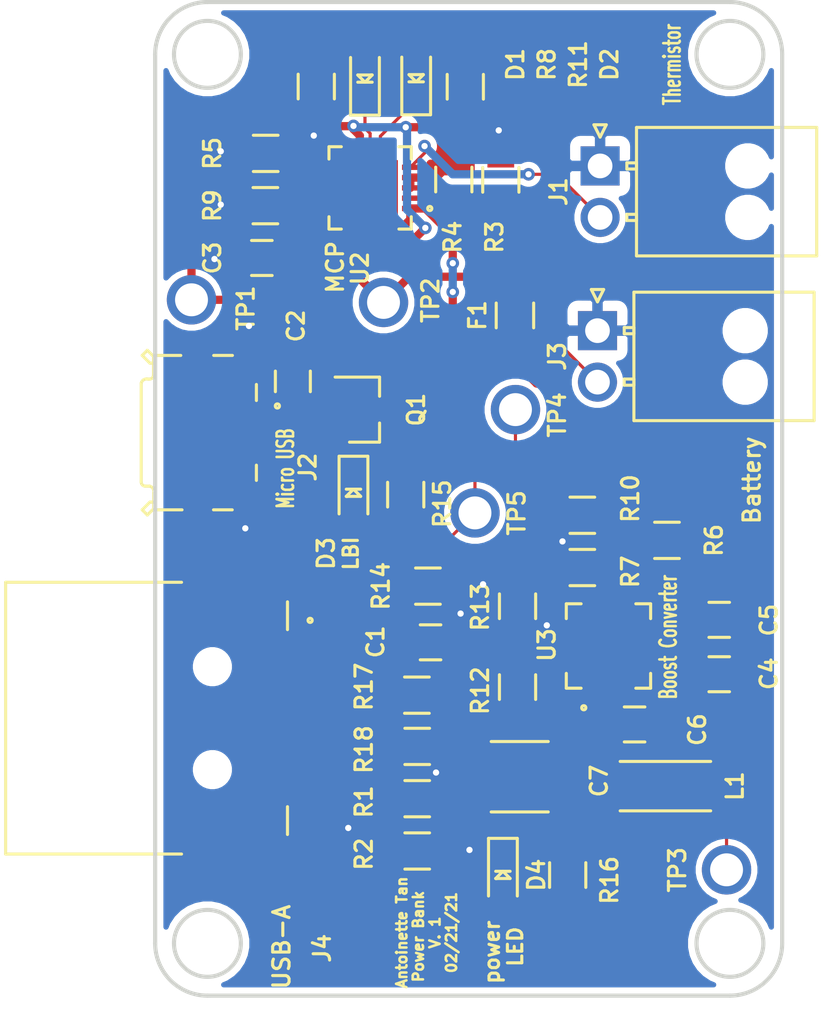
<source format=kicad_pcb>
(kicad_pcb (version 20171130) (host pcbnew "(5.1.9-0-10_14)")

  (general
    (thickness 1.6)
    (drawings 21)
    (tracks 241)
    (zones 0)
    (modules 43)
    (nets 29)
  )

  (page A4)
  (layers
    (0 F.Cu signal)
    (31 B.Cu signal hide)
    (32 B.Adhes user)
    (33 F.Adhes user)
    (34 B.Paste user)
    (35 F.Paste user hide)
    (36 B.SilkS user)
    (37 F.SilkS user)
    (38 B.Mask user hide)
    (39 F.Mask user)
    (40 Dwgs.User user)
    (41 Cmts.User user)
    (42 Eco1.User user)
    (43 Eco2.User user)
    (44 Edge.Cuts user)
    (45 Margin user)
    (46 B.CrtYd user)
    (47 F.CrtYd user)
    (48 B.Fab user)
    (49 F.Fab user)
  )

  (setup
    (last_trace_width 0.1524)
    (user_trace_width 0.15)
    (user_trace_width 0.25)
    (user_trace_width 0.4)
    (trace_clearance 0.1524)
    (zone_clearance 0.3)
    (zone_45_only no)
    (trace_min 0.15)
    (via_size 0.6096)
    (via_drill 0.3048)
    (via_min_size 0.35)
    (via_min_drill 0.2)
    (user_via 0.8 0.4)
    (uvia_size 0.3)
    (uvia_drill 0.1)
    (uvias_allowed no)
    (uvia_min_size 0.2)
    (uvia_min_drill 0.1)
    (edge_width 0.1)
    (segment_width 0.2)
    (pcb_text_width 0.3)
    (pcb_text_size 1.5 1.5)
    (mod_edge_width 0.15)
    (mod_text_size 1 1)
    (mod_text_width 0.15)
    (pad_size 1.524 1.524)
    (pad_drill 0.762)
    (pad_to_mask_clearance 0)
    (aux_axis_origin 0 0)
    (visible_elements FFFFFF7F)
    (pcbplotparams
      (layerselection 0x010fc_ffffffff)
      (usegerberextensions false)
      (usegerberattributes true)
      (usegerberadvancedattributes true)
      (creategerberjobfile true)
      (excludeedgelayer true)
      (linewidth 0.100000)
      (plotframeref false)
      (viasonmask false)
      (mode 1)
      (useauxorigin false)
      (hpglpennumber 1)
      (hpglpenspeed 20)
      (hpglpendiameter 15.000000)
      (psnegative false)
      (psa4output false)
      (plotreference true)
      (plotvalue true)
      (plotinvisibletext false)
      (padsonsilk false)
      (subtractmaskfromsilk false)
      (outputformat 1)
      (mirror false)
      (drillshape 1)
      (scaleselection 1)
      (outputdirectory ""))
  )

  (net 0 "")
  (net 1 GND)
  (net 2 +5V)
  (net 3 VBUS)
  (net 4 /Battery+)
  (net 5 +BATT)
  (net 6 "Net-(D1-Pad1)")
  (net 7 "Net-(D1-Pad2)")
  (net 8 "Net-(D2-Pad2)")
  (net 9 "Net-(D2-Pad1)")
  (net 10 "Net-(D3-Pad1)")
  (net 11 "Net-(D3-Pad2)")
  (net 12 "Net-(D4-Pad2)")
  (net 13 "Net-(F1-Pad1)")
  (net 14 /16KThermistor)
  (net 15 "Net-(J2-Pad4)")
  (net 16 "Net-(J2-Pad3)")
  (net 17 "Net-(J2-Pad2)")
  (net 18 "Net-(J4-Pad03)")
  (net 19 "Net-(J4-Pad02)")
  (net 20 "Net-(Q1-Pad1)")
  (net 21 "Net-(R3-Pad2)")
  (net 22 "Net-(R5-Pad1)")
  (net 23 "Net-(R6-Pad2)")
  (net 24 "Net-(R9-Pad1)")
  (net 25 "Net-(R10-Pad2)")
  (net 26 "Net-(R12-Pad2)")
  (net 27 "Net-(U2-Pad6)")
  (net 28 "Net-(L1-Pad2)")

  (net_class Default "This is the default net class."
    (clearance 0.1524)
    (trace_width 0.1524)
    (via_dia 0.6096)
    (via_drill 0.3048)
    (uvia_dia 0.3)
    (uvia_drill 0.1)
    (add_net +5V)
    (add_net +BATT)
    (add_net /16KThermistor)
    (add_net /Battery+)
    (add_net GND)
    (add_net "Net-(D1-Pad1)")
    (add_net "Net-(D1-Pad2)")
    (add_net "Net-(D2-Pad1)")
    (add_net "Net-(D2-Pad2)")
    (add_net "Net-(D3-Pad1)")
    (add_net "Net-(D3-Pad2)")
    (add_net "Net-(D4-Pad2)")
    (add_net "Net-(F1-Pad1)")
    (add_net "Net-(J2-Pad2)")
    (add_net "Net-(J2-Pad3)")
    (add_net "Net-(J2-Pad4)")
    (add_net "Net-(J4-Pad02)")
    (add_net "Net-(J4-Pad03)")
    (add_net "Net-(L1-Pad2)")
    (add_net "Net-(Q1-Pad1)")
    (add_net "Net-(R10-Pad2)")
    (add_net "Net-(R12-Pad2)")
    (add_net "Net-(R3-Pad2)")
    (add_net "Net-(R5-Pad1)")
    (add_net "Net-(R6-Pad2)")
    (add_net "Net-(R9-Pad1)")
    (add_net "Net-(U2-Pad6)")
    (add_net VBUS)
  )

  (module footprints:R_0805_OEM (layer F.Cu) (tedit 5C3D844D) (tstamp 602B1F8F)
    (at 82.296 53.66 90)
    (descr "Resistor SMD 0805, reflow soldering, Vishay (see dcrcw.pdf)")
    (tags "resistor 0805")
    (path /5F946F56)
    (attr smd)
    (fp_text reference R15 (at -0.442 1.778 90) (layer F.SilkS)
      (effects (font (size 0.8 0.8) (thickness 0.15)))
    )
    (fp_text value R_1K (at 0 1.75 90) (layer F.Fab) hide
      (effects (font (size 1 1) (thickness 0.15)))
    )
    (fp_line (start -1 0.62) (end -1 -0.62) (layer F.Fab) (width 0.1))
    (fp_line (start 1 0.62) (end -1 0.62) (layer F.Fab) (width 0.1))
    (fp_line (start 1 -0.62) (end 1 0.62) (layer F.Fab) (width 0.1))
    (fp_line (start -1 -0.62) (end 1 -0.62) (layer F.Fab) (width 0.1))
    (fp_line (start 0.6 0.88) (end -0.6 0.88) (layer F.SilkS) (width 0.15))
    (fp_line (start -0.6 -0.88) (end 0.6 -0.88) (layer F.SilkS) (width 0.15))
    (fp_line (start -1.55 -0.9) (end 1.55 -0.9) (layer F.CrtYd) (width 0.05))
    (fp_line (start -1.55 -0.9) (end -1.55 0.9) (layer F.CrtYd) (width 0.05))
    (fp_line (start 1.55 0.9) (end 1.55 -0.9) (layer F.CrtYd) (width 0.05))
    (fp_line (start 1.55 0.9) (end -1.55 0.9) (layer F.CrtYd) (width 0.05))
    (pad 2 smd rect (at 0.95 0 90) (size 0.7 1.3) (layers F.Cu F.Paste F.Mask)
      (net 11 "Net-(D3-Pad2)"))
    (pad 1 smd rect (at -0.95 0 90) (size 0.7 1.3) (layers F.Cu F.Paste F.Mask)
      (net 2 +5V))
    (model ${LOCAL_DIR}/OEM_Preferred_Parts/3DModels/R_0805_OEM/res0805.step
      (at (xyz 0 0 0))
      (scale (xyz 1 1 1))
      (rotate (xyz 0 0 0))
    )
    (model ${LOCAL_DIR}/OEM_Preferred_Parts/3DModels/R_0805_OEM/res0805.step
      (at (xyz 0 0 0))
      (scale (xyz 1 1 1))
      (rotate (xyz 0 0 0))
    )
  )

  (module footprints:R_0805_OEM (layer F.Cu) (tedit 5C3D844D) (tstamp 602B1F7F)
    (at 83.3755 58.1025)
    (descr "Resistor SMD 0805, reflow soldering, Vishay (see dcrcw.pdf)")
    (tags "resistor 0805")
    (path /5F943142)
    (attr smd)
    (fp_text reference R14 (at -2.286 0 90) (layer F.SilkS)
      (effects (font (size 0.8 0.8) (thickness 0.15)))
    )
    (fp_text value R_10K (at 0 1.75) (layer F.Fab) hide
      (effects (font (size 1 1) (thickness 0.15)))
    )
    (fp_line (start -1 0.62) (end -1 -0.62) (layer F.Fab) (width 0.1))
    (fp_line (start 1 0.62) (end -1 0.62) (layer F.Fab) (width 0.1))
    (fp_line (start 1 -0.62) (end 1 0.62) (layer F.Fab) (width 0.1))
    (fp_line (start -1 -0.62) (end 1 -0.62) (layer F.Fab) (width 0.1))
    (fp_line (start 0.6 0.88) (end -0.6 0.88) (layer F.SilkS) (width 0.15))
    (fp_line (start -0.6 -0.88) (end 0.6 -0.88) (layer F.SilkS) (width 0.15))
    (fp_line (start -1.55 -0.9) (end 1.55 -0.9) (layer F.CrtYd) (width 0.05))
    (fp_line (start -1.55 -0.9) (end -1.55 0.9) (layer F.CrtYd) (width 0.05))
    (fp_line (start 1.55 0.9) (end 1.55 -0.9) (layer F.CrtYd) (width 0.05))
    (fp_line (start 1.55 0.9) (end -1.55 0.9) (layer F.CrtYd) (width 0.05))
    (pad 2 smd rect (at 0.95 0) (size 0.7 1.3) (layers F.Cu F.Paste F.Mask)
      (net 20 "Net-(Q1-Pad1)"))
    (pad 1 smd rect (at -0.95 0) (size 0.7 1.3) (layers F.Cu F.Paste F.Mask)
      (net 2 +5V))
    (model ${LOCAL_DIR}/OEM_Preferred_Parts/3DModels/R_0805_OEM/res0805.step
      (at (xyz 0 0 0))
      (scale (xyz 1 1 1))
      (rotate (xyz 0 0 0))
    )
    (model ${LOCAL_DIR}/OEM_Preferred_Parts/3DModels/R_0805_OEM/res0805.step
      (at (xyz 0 0 0))
      (scale (xyz 1 1 1))
      (rotate (xyz 0 0 0))
    )
  )

  (module footprints:R_0805_OEM (layer F.Cu) (tedit 5C3D844D) (tstamp 602B1E9D)
    (at 94.996 55.88 180)
    (descr "Resistor SMD 0805, reflow soldering, Vishay (see dcrcw.pdf)")
    (tags "resistor 0805")
    (path /5FC80133)
    (attr smd)
    (fp_text reference R6 (at -2.286 0 90) (layer F.SilkS)
      (effects (font (size 0.8 0.8) (thickness 0.15)))
    )
    (fp_text value R_1.87M (at 0 1.75) (layer F.Fab) hide
      (effects (font (size 1 1) (thickness 0.15)))
    )
    (fp_line (start -1 0.62) (end -1 -0.62) (layer F.Fab) (width 0.1))
    (fp_line (start 1 0.62) (end -1 0.62) (layer F.Fab) (width 0.1))
    (fp_line (start 1 -0.62) (end 1 0.62) (layer F.Fab) (width 0.1))
    (fp_line (start -1 -0.62) (end 1 -0.62) (layer F.Fab) (width 0.1))
    (fp_line (start 0.6 0.88) (end -0.6 0.88) (layer F.SilkS) (width 0.15))
    (fp_line (start -0.6 -0.88) (end 0.6 -0.88) (layer F.SilkS) (width 0.15))
    (fp_line (start -1.55 -0.9) (end 1.55 -0.9) (layer F.CrtYd) (width 0.05))
    (fp_line (start -1.55 -0.9) (end -1.55 0.9) (layer F.CrtYd) (width 0.05))
    (fp_line (start 1.55 0.9) (end 1.55 -0.9) (layer F.CrtYd) (width 0.05))
    (fp_line (start 1.55 0.9) (end -1.55 0.9) (layer F.CrtYd) (width 0.05))
    (pad 2 smd rect (at 0.95 0 180) (size 0.7 1.3) (layers F.Cu F.Paste F.Mask)
      (net 23 "Net-(R6-Pad2)"))
    (pad 1 smd rect (at -0.95 0 180) (size 0.7 1.3) (layers F.Cu F.Paste F.Mask)
      (net 5 +BATT))
    (model ${LOCAL_DIR}/OEM_Preferred_Parts/3DModels/R_0805_OEM/res0805.step
      (at (xyz 0 0 0))
      (scale (xyz 1 1 1))
      (rotate (xyz 0 0 0))
    )
    (model ${LOCAL_DIR}/OEM_Preferred_Parts/3DModels/R_0805_OEM/res0805.step
      (at (xyz 0 0 0))
      (scale (xyz 1 1 1))
      (rotate (xyz 0 0 0))
    )
  )

  (module footprints:tp_1.6mm (layer F.Cu) (tedit 5BB571C0) (tstamp 5FB055CD)
    (at 71.882 44.196)
    (path /5F936478)
    (fp_text reference TP1 (at 2.6416 0.4064 90) (layer F.SilkS)
      (effects (font (size 0.8 0.8) (thickness 0.15)))
    )
    (fp_text value TP (at -0.1524 -0.5) (layer F.Fab)
      (effects (font (size 1 1) (thickness 0.15)))
    )
    (pad 1 thru_hole circle (at 0 0) (size 2.4 2.4) (drill 1.6) (layers *.Cu *.Mask)
      (net 3 VBUS))
  )

  (module footprints:MCP73871T (layer F.Cu) (tedit 5F727E3E) (tstamp 5FB05620)
    (at 80.564799 38.7604 180)
    (path /5F9E9E16)
    (fp_text reference U2 (at 0.491299 -3.9116 90) (layer F.SilkS)
      (effects (font (size 0.8 0.8) (thickness 0.15)))
    )
    (fp_text value MCP73871T-2CCI_ML (at 7.666799 4.7244) (layer F.Fab)
      (effects (font (size 0.48 0.48) (thickness 0.015)))
    )
    (fp_poly (pts (xy -1.09 0.13) (xy -0.13 0.13) (xy -0.13 1.09) (xy -1.09 1.09)) (layer F.Paste) (width 0.01))
    (fp_poly (pts (xy 0.13 0.13) (xy 1.09 0.13) (xy 1.09 1.09) (xy 0.13 1.09)) (layer F.Paste) (width 0.01))
    (fp_poly (pts (xy 0.13 -1.09) (xy 1.09 -1.09) (xy 1.09 -0.13) (xy 0.13 -0.13)) (layer F.Paste) (width 0.01))
    (fp_poly (pts (xy -1.09 -1.09) (xy -0.13 -1.09) (xy -0.13 -0.13) (xy -1.09 -0.13)) (layer F.Paste) (width 0.01))
    (fp_circle (center -2.9 -1) (end -2.8 -1) (layer F.SilkS) (width 0.15))
    (fp_circle (center -2.9 -1) (end -2.8 -1) (layer F.Fab) (width 0.2))
    (fp_line (start 2.25 1.38) (end 2.25 2.25) (layer F.CrtYd) (width 0.05))
    (fp_line (start 2.61 1.38) (end 2.25 1.38) (layer F.CrtYd) (width 0.05))
    (fp_line (start 2.61 -1.38) (end 2.61 1.38) (layer F.CrtYd) (width 0.05))
    (fp_line (start 2.25 -1.38) (end 2.61 -1.38) (layer F.CrtYd) (width 0.05))
    (fp_line (start 2.25 -2.25) (end 2.25 -1.38) (layer F.CrtYd) (width 0.05))
    (fp_line (start -1.38 2.25) (end -2.25 2.25) (layer F.CrtYd) (width 0.05))
    (fp_line (start -1.38 2.61) (end -1.38 2.25) (layer F.CrtYd) (width 0.05))
    (fp_line (start 1.38 2.61) (end -1.38 2.61) (layer F.CrtYd) (width 0.05))
    (fp_line (start 1.38 2.25) (end 1.38 2.61) (layer F.CrtYd) (width 0.05))
    (fp_line (start 2.25 2.25) (end 1.38 2.25) (layer F.CrtYd) (width 0.05))
    (fp_line (start -2.25 -1.38) (end -2.25 -2.25) (layer F.CrtYd) (width 0.05))
    (fp_line (start -2.61 -1.38) (end -2.25 -1.38) (layer F.CrtYd) (width 0.05))
    (fp_line (start -2.61 1.38) (end -2.61 -1.38) (layer F.CrtYd) (width 0.05))
    (fp_line (start -2.25 1.38) (end -2.61 1.38) (layer F.CrtYd) (width 0.05))
    (fp_line (start -2.25 2.25) (end -2.25 1.38) (layer F.CrtYd) (width 0.05))
    (fp_line (start 1.38 -2.25) (end 2.25 -2.25) (layer F.CrtYd) (width 0.05))
    (fp_line (start 1.38 -2.61) (end 1.38 -2.25) (layer F.CrtYd) (width 0.05))
    (fp_line (start -1.38 -2.61) (end 1.38 -2.61) (layer F.CrtYd) (width 0.05))
    (fp_line (start -1.38 -2.25) (end -1.38 -2.61) (layer F.CrtYd) (width 0.05))
    (fp_line (start -2.25 -2.25) (end -1.38 -2.25) (layer F.CrtYd) (width 0.05))
    (fp_line (start 2 2) (end 2 1.4) (layer F.SilkS) (width 0.15))
    (fp_line (start 1.4 2) (end 2 2) (layer F.SilkS) (width 0.15))
    (fp_line (start -2 2) (end -1.4 2) (layer F.SilkS) (width 0.15))
    (fp_line (start -2 1.4) (end -2 2) (layer F.SilkS) (width 0.15))
    (fp_line (start 2 -2) (end 2 -1.4) (layer F.SilkS) (width 0.15))
    (fp_line (start 1.4 -2) (end 2 -2) (layer F.SilkS) (width 0.15))
    (fp_line (start -2 -2) (end -2 -1.4) (layer F.SilkS) (width 0.15))
    (fp_line (start -1.4 -2) (end -2 -2) (layer F.SilkS) (width 0.15))
    (fp_line (start 2 2) (end -2 2) (layer F.Fab) (width 0.127))
    (fp_line (start 2 -2) (end 2 2) (layer F.Fab) (width 0.127))
    (fp_line (start -2 -2) (end 2 -2) (layer F.Fab) (width 0.127))
    (fp_line (start -2 2) (end -2 -2) (layer F.Fab) (width 0.127))
    (pad 21 smd rect (at 0 0 180) (size 2.7 2.7) (layers F.Cu F.Mask)
      (net 1 GND))
    (pad 20 smd rect (at -1 -1.955 180) (size 0.26 0.81) (layers F.Cu F.Paste F.Mask)
      (net 5 +BATT))
    (pad 19 smd rect (at -0.5 -1.955 180) (size 0.26 0.81) (layers F.Cu F.Paste F.Mask)
      (net 3 VBUS))
    (pad 18 smd rect (at 0 -1.955 180) (size 0.26 0.81) (layers F.Cu F.Paste F.Mask)
      (net 3 VBUS))
    (pad 17 smd rect (at 0.5 -1.955 180) (size 0.26 0.81) (layers F.Cu F.Paste F.Mask)
      (net 3 VBUS))
    (pad 16 smd rect (at 1 -1.955 180) (size 0.26 0.81) (layers F.Cu F.Paste F.Mask)
      (net 4 /Battery+))
    (pad 15 smd rect (at 1.955 -1 180) (size 0.81 0.26) (layers F.Cu F.Paste F.Mask)
      (net 4 /Battery+))
    (pad 14 smd rect (at 1.955 -0.5 180) (size 0.81 0.26) (layers F.Cu F.Paste F.Mask)
      (net 4 /Battery+))
    (pad 13 smd rect (at 1.955 0 180) (size 0.81 0.26) (layers F.Cu F.Paste F.Mask)
      (net 24 "Net-(R9-Pad1)"))
    (pad 12 smd rect (at 1.955 0.5 180) (size 0.81 0.26) (layers F.Cu F.Paste F.Mask)
      (net 22 "Net-(R5-Pad1)"))
    (pad 11 smd rect (at 1.955 1 180) (size 0.81 0.26) (layers F.Cu F.Paste F.Mask)
      (net 1 GND))
    (pad 10 smd rect (at 1 1.955 180) (size 0.26 0.81) (layers F.Cu F.Paste F.Mask)
      (net 1 GND))
    (pad 9 smd rect (at 0.5 1.955 180) (size 0.26 0.81) (layers F.Cu F.Paste F.Mask)
      (net 3 VBUS))
    (pad 8 smd rect (at 0 1.955 180) (size 0.26 0.81) (layers F.Cu F.Paste F.Mask)
      (net 6 "Net-(D1-Pad1)"))
    (pad 7 smd rect (at -0.5 1.955 180) (size 0.26 0.81) (layers F.Cu F.Paste F.Mask)
      (net 9 "Net-(D2-Pad1)"))
    (pad 6 smd rect (at -1 1.955 180) (size 0.26 0.81) (layers F.Cu F.Paste F.Mask)
      (net 27 "Net-(U2-Pad6)"))
    (pad 5 smd rect (at -1.955 1 180) (size 0.81 0.26) (layers F.Cu F.Paste F.Mask)
      (net 14 /16KThermistor))
    (pad 4 smd rect (at -1.955 0.5 180) (size 0.81 0.26) (layers F.Cu F.Paste F.Mask)
      (net 3 VBUS))
    (pad 3 smd rect (at -1.955 0 180) (size 0.81 0.26) (layers F.Cu F.Paste F.Mask)
      (net 3 VBUS))
    (pad 2 smd rect (at -1.955 -0.5 180) (size 0.81 0.26) (layers F.Cu F.Paste F.Mask)
      (net 21 "Net-(R3-Pad2)"))
    (pad 1 smd rect (at -1.955 -1 180) (size 0.81 0.26) (layers F.Cu F.Paste F.Mask)
      (net 5 +BATT))
  )

  (module footprints:R_0805_OEM (layer F.Cu) (tedit 5C3D844D) (tstamp 5FB05558)
    (at 85.1916 33.848 90)
    (descr "Resistor SMD 0805, reflow soldering, Vishay (see dcrcw.pdf)")
    (tags "resistor 0805")
    (path /5F9FB8C1)
    (attr smd)
    (fp_text reference R11 (at 1.082 5.4864 90) (layer F.SilkS)
      (effects (font (size 0.8 0.8) (thickness 0.15)))
    )
    (fp_text value R_1K (at 0 1.75 90) (layer F.Fab) hide
      (effects (font (size 1 1) (thickness 0.15)))
    )
    (fp_line (start 1.55 0.9) (end -1.55 0.9) (layer F.CrtYd) (width 0.05))
    (fp_line (start 1.55 0.9) (end 1.55 -0.9) (layer F.CrtYd) (width 0.05))
    (fp_line (start -1.55 -0.9) (end -1.55 0.9) (layer F.CrtYd) (width 0.05))
    (fp_line (start -1.55 -0.9) (end 1.55 -0.9) (layer F.CrtYd) (width 0.05))
    (fp_line (start -0.6 -0.88) (end 0.6 -0.88) (layer F.SilkS) (width 0.15))
    (fp_line (start 0.6 0.88) (end -0.6 0.88) (layer F.SilkS) (width 0.15))
    (fp_line (start -1 -0.62) (end 1 -0.62) (layer F.Fab) (width 0.1))
    (fp_line (start 1 -0.62) (end 1 0.62) (layer F.Fab) (width 0.1))
    (fp_line (start 1 0.62) (end -1 0.62) (layer F.Fab) (width 0.1))
    (fp_line (start -1 0.62) (end -1 -0.62) (layer F.Fab) (width 0.1))
    (pad 2 smd rect (at 0.95 0 90) (size 0.7 1.3) (layers F.Cu F.Paste F.Mask)
      (net 8 "Net-(D2-Pad2)"))
    (pad 1 smd rect (at -0.95 0 90) (size 0.7 1.3) (layers F.Cu F.Paste F.Mask)
      (net 3 VBUS))
    (model ${LOCAL_DIR}/OEM_Preferred_Parts/3DModels/R_0805_OEM/res0805.step
      (at (xyz 0 0 0))
      (scale (xyz 1 1 1))
      (rotate (xyz 0 0 0))
    )
    (model ${LOCAL_DIR}/OEM_Preferred_Parts/3DModels/R_0805_OEM/res0805.step
      (at (xyz 0 0 0))
      (scale (xyz 1 1 1))
      (rotate (xyz 0 0 0))
    )
  )

  (module footprints:R_0805_OEM (layer F.Cu) (tedit 5C3D844D) (tstamp 5FB054F8)
    (at 75.4888 37.084 180)
    (descr "Resistor SMD 0805, reflow soldering, Vishay (see dcrcw.pdf)")
    (tags "resistor 0805")
    (path /5FA06FD7)
    (attr smd)
    (fp_text reference R5 (at 2.5908 0 90) (layer F.SilkS)
      (effects (font (size 0.8 0.8) (thickness 0.15)))
    )
    (fp_text value R_100K (at 0 1.75) (layer F.Fab) hide
      (effects (font (size 1 1) (thickness 0.15)))
    )
    (fp_line (start -1 0.62) (end -1 -0.62) (layer F.Fab) (width 0.1))
    (fp_line (start 1 0.62) (end -1 0.62) (layer F.Fab) (width 0.1))
    (fp_line (start 1 -0.62) (end 1 0.62) (layer F.Fab) (width 0.1))
    (fp_line (start -1 -0.62) (end 1 -0.62) (layer F.Fab) (width 0.1))
    (fp_line (start 0.6 0.88) (end -0.6 0.88) (layer F.SilkS) (width 0.15))
    (fp_line (start -0.6 -0.88) (end 0.6 -0.88) (layer F.SilkS) (width 0.15))
    (fp_line (start -1.55 -0.9) (end 1.55 -0.9) (layer F.CrtYd) (width 0.05))
    (fp_line (start -1.55 -0.9) (end -1.55 0.9) (layer F.CrtYd) (width 0.05))
    (fp_line (start 1.55 0.9) (end 1.55 -0.9) (layer F.CrtYd) (width 0.05))
    (fp_line (start 1.55 0.9) (end -1.55 0.9) (layer F.CrtYd) (width 0.05))
    (pad 1 smd rect (at -0.95 0 180) (size 0.7 1.3) (layers F.Cu F.Paste F.Mask)
      (net 22 "Net-(R5-Pad1)"))
    (pad 2 smd rect (at 0.95 0 180) (size 0.7 1.3) (layers F.Cu F.Paste F.Mask)
      (net 1 GND))
    (model ${LOCAL_DIR}/OEM_Preferred_Parts/3DModels/R_0805_OEM/res0805.step
      (at (xyz 0 0 0))
      (scale (xyz 1 1 1))
      (rotate (xyz 0 0 0))
    )
    (model ${LOCAL_DIR}/OEM_Preferred_Parts/3DModels/R_0805_OEM/res0805.step
      (at (xyz 0 0 0))
      (scale (xyz 1 1 1))
      (rotate (xyz 0 0 0))
    )
  )

  (module footprints:TPS61090RSAR (layer F.Cu) (tedit 5FB71EA7) (tstamp 5FB05658)
    (at 92.1512 61.0108 90)
    (path /5F93A0E2)
    (fp_text reference U3 (at 0.0508 -2.9972 90) (layer F.SilkS)
      (effects (font (size 0.8 0.8) (thickness 0.15)))
    )
    (fp_text value TPS61090RSAR (at 0.5588 9.7536 90) (layer F.Fab)
      (effects (font (size 1.00111 1.00111) (thickness 0.015)))
    )
    (fp_line (start 2.05 -1.33) (end 2.05 -2.05) (layer F.SilkS) (width 0.15))
    (fp_line (start 1.33 2.05) (end 2.05 2.05) (layer F.SilkS) (width 0.15))
    (fp_line (start -1.33 -2.05) (end -2.05 -2.05) (layer F.SilkS) (width 0.15))
    (fp_line (start -2.05 2.05) (end -1.33 2.05) (layer F.SilkS) (width 0.15))
    (fp_line (start 2.05 2.05) (end 2.05 1.33) (layer F.SilkS) (width 0.15))
    (fp_line (start 2.05 -2.05) (end 1.33 -2.05) (layer F.SilkS) (width 0.15))
    (fp_line (start -2.05 -2.05) (end -2.05 -1.33) (layer F.SilkS) (width 0.15))
    (fp_line (start -2.05 1.33) (end -2.05 2.05) (layer F.SilkS) (width 0.15))
    (fp_line (start -2.05 2.05) (end 2.05 2.05) (layer F.Fab) (width 0.127))
    (fp_line (start 2.05 2.05) (end 2.05 -2.05) (layer F.Fab) (width 0.127))
    (fp_line (start 2.05 -2.05) (end -2.05 -2.05) (layer F.Fab) (width 0.127))
    (fp_line (start -2.05 -2.05) (end -2.05 2.05) (layer F.Fab) (width 0.127))
    (fp_poly (pts (xy -0.853372 -0.853) (xy 0.853 -0.853) (xy 0.853 0.853372) (xy -0.853372 0.853372)) (layer F.Paste) (width 0.01))
    (fp_circle (center -3 -1.2) (end -2.9 -1.2) (layer F.SilkS) (width 0.15))
    (fp_circle (center -3 -1.2) (end -2.9 -1.2) (layer F.Fab) (width 0.2))
    (pad 1 smd rect (at -1.955 -0.975 90) (size 0.81 0.34) (layers F.Cu F.Paste F.Mask)
      (net 2 +5V))
    (pad 2 smd rect (at -1.955 -0.325 90) (size 0.81 0.34) (layers F.Cu F.Paste F.Mask))
    (pad 3 smd rect (at -1.955 0.325 90) (size 0.81 0.34) (layers F.Cu F.Paste F.Mask)
      (net 28 "Net-(L1-Pad2)"))
    (pad 4 smd rect (at -1.955 0.975 90) (size 0.81 0.34) (layers F.Cu F.Paste F.Mask)
      (net 28 "Net-(L1-Pad2)"))
    (pad 5 smd rect (at -0.975 1.955 90) (size 0.34 0.81) (layers F.Cu F.Paste F.Mask)
      (net 1 GND))
    (pad 6 smd rect (at -0.325 1.955 90) (size 0.34 0.81) (layers F.Cu F.Paste F.Mask)
      (net 1 GND))
    (pad 7 smd rect (at 0.325 1.955 90) (size 0.34 0.81) (layers F.Cu F.Paste F.Mask)
      (net 1 GND))
    (pad 8 smd rect (at 0.975 1.955 90) (size 0.34 0.81) (layers F.Cu F.Paste F.Mask)
      (net 5 +BATT))
    (pad 9 smd rect (at 1.955 0.975 90) (size 0.81 0.34) (layers F.Cu F.Paste F.Mask)
      (net 23 "Net-(R6-Pad2)"))
    (pad 10 smd rect (at 1.955 0.325 90) (size 0.81 0.34) (layers F.Cu F.Paste F.Mask)
      (net 1 GND))
    (pad 11 smd rect (at 1.955 -0.325 90) (size 0.81 0.34) (layers F.Cu F.Paste F.Mask)
      (net 25 "Net-(R10-Pad2)"))
    (pad 12 smd rect (at 1.955 -0.975 90) (size 0.81 0.34) (layers F.Cu F.Paste F.Mask)
      (net 20 "Net-(Q1-Pad1)"))
    (pad 13 smd rect (at 0.975 -1.955 90) (size 0.34 0.81) (layers F.Cu F.Paste F.Mask)
      (net 1 GND))
    (pad 14 smd rect (at 0.325 -1.955 90) (size 0.34 0.81) (layers F.Cu F.Paste F.Mask)
      (net 26 "Net-(R12-Pad2)"))
    (pad 15 smd rect (at -0.325 -1.955 90) (size 0.34 0.81) (layers F.Cu F.Paste F.Mask)
      (net 2 +5V))
    (pad 16 smd rect (at -0.975 -1.955 90) (size 0.34 0.81) (layers F.Cu F.Paste F.Mask)
      (net 2 +5V))
    (pad 17 smd rect (at 0 0 90) (size 2.7 2.7) (layers F.Cu F.Mask)
      (net 1 GND))
  )

  (module footprints:C_0805_OEM (layer F.Cu) (tedit 5C3D8347) (tstamp 5FB05335)
    (at 83.5025 60.833)
    (descr "Capacitor SMD 0805, reflow soldering, AVX (see smccp.pdf)")
    (tags "capacitor 0805")
    (path /5F924127)
    (attr smd)
    (fp_text reference C1 (at -2.6703 -0.0254 90) (layer F.SilkS)
      (effects (font (size 0.8 0.8) (thickness 0.15)))
    )
    (fp_text value C_10uF (at 0 1.75) (layer F.Fab) hide
      (effects (font (size 1 1) (thickness 0.15)))
    )
    (fp_line (start 1.75 0.87) (end -1.75 0.87) (layer F.CrtYd) (width 0.05))
    (fp_line (start 1.75 0.87) (end 1.75 -0.88) (layer F.CrtYd) (width 0.05))
    (fp_line (start -1.75 -0.88) (end -1.75 0.87) (layer F.CrtYd) (width 0.05))
    (fp_line (start -1.75 -0.88) (end 1.75 -0.88) (layer F.CrtYd) (width 0.05))
    (fp_line (start -0.5 0.85) (end 0.5 0.85) (layer F.SilkS) (width 0.15))
    (fp_line (start 0.5 -0.85) (end -0.5 -0.85) (layer F.SilkS) (width 0.15))
    (fp_line (start -1 -0.62) (end 1 -0.62) (layer F.Fab) (width 0.1))
    (fp_line (start 1 -0.62) (end 1 0.62) (layer F.Fab) (width 0.1))
    (fp_line (start 1 0.62) (end -1 0.62) (layer F.Fab) (width 0.1))
    (fp_line (start -1 0.62) (end -1 -0.62) (layer F.Fab) (width 0.1))
    (pad 2 smd rect (at 1 0) (size 1 1.25) (layers F.Cu F.Paste F.Mask)
      (net 1 GND))
    (pad 1 smd rect (at -1 0) (size 1 1.25) (layers F.Cu F.Paste F.Mask)
      (net 2 +5V))
    (model ${LOCAL_DIR}/OEM_Preferred_Parts/3DModels/C_0805_OEM/C_0805.step
      (at (xyz 0 0 0))
      (scale (xyz 1 1 1))
      (rotate (xyz 0 0 0))
    )
    (model ${LOCAL_DIR}/OEM_Preferred_Parts/3DModels/C_0805_OEM/C_0805.step
      (at (xyz 0 0 0))
      (scale (xyz 1 1 1))
      (rotate (xyz 0 0 0))
    )
  )

  (module footprints:C_0805_OEM (layer F.Cu) (tedit 5C3D8347) (tstamp 5FB05345)
    (at 76.8096 48.1584 90)
    (descr "Capacitor SMD 0805, reflow soldering, AVX (see smccp.pdf)")
    (tags "capacitor 0805")
    (path /5F92E826)
    (attr smd)
    (fp_text reference C2 (at 2.6924 0.1524 90) (layer F.SilkS)
      (effects (font (size 0.8 0.8) (thickness 0.15)))
    )
    (fp_text value C_10uF (at 0 1.75 90) (layer F.Fab) hide
      (effects (font (size 1 1) (thickness 0.15)))
    )
    (fp_line (start -1 0.62) (end -1 -0.62) (layer F.Fab) (width 0.1))
    (fp_line (start 1 0.62) (end -1 0.62) (layer F.Fab) (width 0.1))
    (fp_line (start 1 -0.62) (end 1 0.62) (layer F.Fab) (width 0.1))
    (fp_line (start -1 -0.62) (end 1 -0.62) (layer F.Fab) (width 0.1))
    (fp_line (start 0.5 -0.85) (end -0.5 -0.85) (layer F.SilkS) (width 0.15))
    (fp_line (start -0.5 0.85) (end 0.5 0.85) (layer F.SilkS) (width 0.15))
    (fp_line (start -1.75 -0.88) (end 1.75 -0.88) (layer F.CrtYd) (width 0.05))
    (fp_line (start -1.75 -0.88) (end -1.75 0.87) (layer F.CrtYd) (width 0.05))
    (fp_line (start 1.75 0.87) (end 1.75 -0.88) (layer F.CrtYd) (width 0.05))
    (fp_line (start 1.75 0.87) (end -1.75 0.87) (layer F.CrtYd) (width 0.05))
    (pad 1 smd rect (at -1 0 90) (size 1 1.25) (layers F.Cu F.Paste F.Mask)
      (net 3 VBUS))
    (pad 2 smd rect (at 1 0 90) (size 1 1.25) (layers F.Cu F.Paste F.Mask)
      (net 1 GND))
    (model ${LOCAL_DIR}/OEM_Preferred_Parts/3DModels/C_0805_OEM/C_0805.step
      (at (xyz 0 0 0))
      (scale (xyz 1 1 1))
      (rotate (xyz 0 0 0))
    )
    (model ${LOCAL_DIR}/OEM_Preferred_Parts/3DModels/C_0805_OEM/C_0805.step
      (at (xyz 0 0 0))
      (scale (xyz 1 1 1))
      (rotate (xyz 0 0 0))
    )
  )

  (module footprints:C_0805_OEM (layer F.Cu) (tedit 5C3D8347) (tstamp 5FB05355)
    (at 75.3016 42.164 180)
    (descr "Capacitor SMD 0805, reflow soldering, AVX (see smccp.pdf)")
    (tags "capacitor 0805")
    (path /5FA5B66D)
    (attr smd)
    (fp_text reference C3 (at 2.4036 0 90) (layer F.SilkS)
      (effects (font (size 0.8 0.8) (thickness 0.15)))
    )
    (fp_text value C_10nF (at 0 1.75) (layer F.Fab) hide
      (effects (font (size 1 1) (thickness 0.15)))
    )
    (fp_line (start 1.75 0.87) (end -1.75 0.87) (layer F.CrtYd) (width 0.05))
    (fp_line (start 1.75 0.87) (end 1.75 -0.88) (layer F.CrtYd) (width 0.05))
    (fp_line (start -1.75 -0.88) (end -1.75 0.87) (layer F.CrtYd) (width 0.05))
    (fp_line (start -1.75 -0.88) (end 1.75 -0.88) (layer F.CrtYd) (width 0.05))
    (fp_line (start -0.5 0.85) (end 0.5 0.85) (layer F.SilkS) (width 0.15))
    (fp_line (start 0.5 -0.85) (end -0.5 -0.85) (layer F.SilkS) (width 0.15))
    (fp_line (start -1 -0.62) (end 1 -0.62) (layer F.Fab) (width 0.1))
    (fp_line (start 1 -0.62) (end 1 0.62) (layer F.Fab) (width 0.1))
    (fp_line (start 1 0.62) (end -1 0.62) (layer F.Fab) (width 0.1))
    (fp_line (start -1 0.62) (end -1 -0.62) (layer F.Fab) (width 0.1))
    (pad 2 smd rect (at 1 0 180) (size 1 1.25) (layers F.Cu F.Paste F.Mask)
      (net 1 GND))
    (pad 1 smd rect (at -1 0 180) (size 1 1.25) (layers F.Cu F.Paste F.Mask)
      (net 4 /Battery+))
    (model ${LOCAL_DIR}/OEM_Preferred_Parts/3DModels/C_0805_OEM/C_0805.step
      (at (xyz 0 0 0))
      (scale (xyz 1 1 1))
      (rotate (xyz 0 0 0))
    )
    (model ${LOCAL_DIR}/OEM_Preferred_Parts/3DModels/C_0805_OEM/C_0805.step
      (at (xyz 0 0 0))
      (scale (xyz 1 1 1))
      (rotate (xyz 0 0 0))
    )
  )

  (module footprints:C_0805_OEM (layer F.Cu) (tedit 5C3D8347) (tstamp 5FB05365)
    (at 97.536 62.3824 180)
    (descr "Capacitor SMD 0805, reflow soldering, AVX (see smccp.pdf)")
    (tags "capacitor 0805")
    (path /5F94B212)
    (attr smd)
    (fp_text reference C4 (at -2.413 0.0254 90) (layer F.SilkS)
      (effects (font (size 0.8 0.8) (thickness 0.15)))
    )
    (fp_text value C_10uF (at 0 1.75) (layer F.Fab) hide
      (effects (font (size 1 1) (thickness 0.15)))
    )
    (fp_line (start 1.75 0.87) (end -1.75 0.87) (layer F.CrtYd) (width 0.05))
    (fp_line (start 1.75 0.87) (end 1.75 -0.88) (layer F.CrtYd) (width 0.05))
    (fp_line (start -1.75 -0.88) (end -1.75 0.87) (layer F.CrtYd) (width 0.05))
    (fp_line (start -1.75 -0.88) (end 1.75 -0.88) (layer F.CrtYd) (width 0.05))
    (fp_line (start -0.5 0.85) (end 0.5 0.85) (layer F.SilkS) (width 0.15))
    (fp_line (start 0.5 -0.85) (end -0.5 -0.85) (layer F.SilkS) (width 0.15))
    (fp_line (start -1 -0.62) (end 1 -0.62) (layer F.Fab) (width 0.1))
    (fp_line (start 1 -0.62) (end 1 0.62) (layer F.Fab) (width 0.1))
    (fp_line (start 1 0.62) (end -1 0.62) (layer F.Fab) (width 0.1))
    (fp_line (start -1 0.62) (end -1 -0.62) (layer F.Fab) (width 0.1))
    (pad 2 smd rect (at 1 0 180) (size 1 1.25) (layers F.Cu F.Paste F.Mask)
      (net 1 GND))
    (pad 1 smd rect (at -1 0 180) (size 1 1.25) (layers F.Cu F.Paste F.Mask)
      (net 5 +BATT))
    (model ${LOCAL_DIR}/OEM_Preferred_Parts/3DModels/C_0805_OEM/C_0805.step
      (at (xyz 0 0 0))
      (scale (xyz 1 1 1))
      (rotate (xyz 0 0 0))
    )
    (model ${LOCAL_DIR}/OEM_Preferred_Parts/3DModels/C_0805_OEM/C_0805.step
      (at (xyz 0 0 0))
      (scale (xyz 1 1 1))
      (rotate (xyz 0 0 0))
    )
  )

  (module footprints:C_0805_OEM (layer F.Cu) (tedit 5C3D8347) (tstamp 5FB05375)
    (at 97.536 59.7408 180)
    (descr "Capacitor SMD 0805, reflow soldering, AVX (see smccp.pdf)")
    (tags "capacitor 0805")
    (path /5F94A827)
    (attr smd)
    (fp_text reference C5 (at -2.413 -0.0127 90) (layer F.SilkS)
      (effects (font (size 0.8 0.8) (thickness 0.15)))
    )
    (fp_text value C_0.1uF (at 0 1.75) (layer F.Fab) hide
      (effects (font (size 1 1) (thickness 0.15)))
    )
    (fp_line (start -1 0.62) (end -1 -0.62) (layer F.Fab) (width 0.1))
    (fp_line (start 1 0.62) (end -1 0.62) (layer F.Fab) (width 0.1))
    (fp_line (start 1 -0.62) (end 1 0.62) (layer F.Fab) (width 0.1))
    (fp_line (start -1 -0.62) (end 1 -0.62) (layer F.Fab) (width 0.1))
    (fp_line (start 0.5 -0.85) (end -0.5 -0.85) (layer F.SilkS) (width 0.15))
    (fp_line (start -0.5 0.85) (end 0.5 0.85) (layer F.SilkS) (width 0.15))
    (fp_line (start -1.75 -0.88) (end 1.75 -0.88) (layer F.CrtYd) (width 0.05))
    (fp_line (start -1.75 -0.88) (end -1.75 0.87) (layer F.CrtYd) (width 0.05))
    (fp_line (start 1.75 0.87) (end 1.75 -0.88) (layer F.CrtYd) (width 0.05))
    (fp_line (start 1.75 0.87) (end -1.75 0.87) (layer F.CrtYd) (width 0.05))
    (pad 1 smd rect (at -1 0 180) (size 1 1.25) (layers F.Cu F.Paste F.Mask)
      (net 5 +BATT))
    (pad 2 smd rect (at 1 0 180) (size 1 1.25) (layers F.Cu F.Paste F.Mask)
      (net 1 GND))
    (model ${LOCAL_DIR}/OEM_Preferred_Parts/3DModels/C_0805_OEM/C_0805.step
      (at (xyz 0 0 0))
      (scale (xyz 1 1 1))
      (rotate (xyz 0 0 0))
    )
    (model ${LOCAL_DIR}/OEM_Preferred_Parts/3DModels/C_0805_OEM/C_0805.step
      (at (xyz 0 0 0))
      (scale (xyz 1 1 1))
      (rotate (xyz 0 0 0))
    )
  )

  (module footprints:C_0805_OEM (layer F.Cu) (tedit 5C3D8347) (tstamp 5FB05385)
    (at 93.4212 64.8208)
    (descr "Capacitor SMD 0805, reflow soldering, AVX (see smccp.pdf)")
    (tags "capacitor 0805")
    (path /5F912C95)
    (attr smd)
    (fp_text reference C6 (at 3.048 0.254 270) (layer F.SilkS)
      (effects (font (size 0.8 0.8) (thickness 0.15)))
    )
    (fp_text value C_2.2uF (at 0 1.75) (layer F.Fab) hide
      (effects (font (size 1 1) (thickness 0.15)))
    )
    (fp_line (start -1 0.62) (end -1 -0.62) (layer F.Fab) (width 0.1))
    (fp_line (start 1 0.62) (end -1 0.62) (layer F.Fab) (width 0.1))
    (fp_line (start 1 -0.62) (end 1 0.62) (layer F.Fab) (width 0.1))
    (fp_line (start -1 -0.62) (end 1 -0.62) (layer F.Fab) (width 0.1))
    (fp_line (start 0.5 -0.85) (end -0.5 -0.85) (layer F.SilkS) (width 0.15))
    (fp_line (start -0.5 0.85) (end 0.5 0.85) (layer F.SilkS) (width 0.15))
    (fp_line (start -1.75 -0.88) (end 1.75 -0.88) (layer F.CrtYd) (width 0.05))
    (fp_line (start -1.75 -0.88) (end -1.75 0.87) (layer F.CrtYd) (width 0.05))
    (fp_line (start 1.75 0.87) (end 1.75 -0.88) (layer F.CrtYd) (width 0.05))
    (fp_line (start 1.75 0.87) (end -1.75 0.87) (layer F.CrtYd) (width 0.05))
    (pad 1 smd rect (at -1 0) (size 1 1.25) (layers F.Cu F.Paste F.Mask)
      (net 2 +5V))
    (pad 2 smd rect (at 1 0) (size 1 1.25) (layers F.Cu F.Paste F.Mask)
      (net 1 GND))
    (model ${LOCAL_DIR}/OEM_Preferred_Parts/3DModels/C_0805_OEM/C_0805.step
      (at (xyz 0 0 0))
      (scale (xyz 1 1 1))
      (rotate (xyz 0 0 0))
    )
    (model ${LOCAL_DIR}/OEM_Preferred_Parts/3DModels/C_0805_OEM/C_0805.step
      (at (xyz 0 0 0))
      (scale (xyz 1 1 1))
      (rotate (xyz 0 0 0))
    )
  )

  (module footprints:LED_0805_OEM (layer F.Cu) (tedit 5C3D84D8) (tstamp 5FB0539E)
    (at 80.3148 33.4264 90)
    (descr "LED 0805 smd package")
    (tags "LED led 0805 SMD smd SMT smt smdled SMDLED smtled SMTLED")
    (path /5F9F302E)
    (attr smd)
    (fp_text reference D1 (at 0.6604 7.3152 90) (layer F.SilkS)
      (effects (font (size 0.8 0.8) (thickness 0.15)))
    )
    (fp_text value LED_0805_Amber (at 0.508 2.032 90) (layer F.Fab) hide
      (effects (font (size 1 1) (thickness 0.15)))
    )
    (fp_line (start -1.95 -0.85) (end 1.95 -0.85) (layer F.CrtYd) (width 0.05))
    (fp_line (start -1.95 0.85) (end -1.95 -0.85) (layer F.CrtYd) (width 0.05))
    (fp_line (start 1.95 0.85) (end -1.95 0.85) (layer F.CrtYd) (width 0.05))
    (fp_line (start 1.95 -0.85) (end 1.95 0.85) (layer F.CrtYd) (width 0.05))
    (fp_line (start -1.8 -0.7) (end 1 -0.7) (layer F.SilkS) (width 0.15))
    (fp_line (start -1.8 0.7) (end 1 0.7) (layer F.SilkS) (width 0.15))
    (fp_line (start -1 0.6) (end -1 -0.6) (layer F.Fab) (width 0.1))
    (fp_line (start -1 -0.6) (end 1 -0.6) (layer F.Fab) (width 0.1))
    (fp_line (start 1 -0.6) (end 1 0.6) (layer F.Fab) (width 0.1))
    (fp_line (start 1 0.6) (end -1 0.6) (layer F.Fab) (width 0.1))
    (fp_line (start -1.8 -0.7) (end -1.8 0.7) (layer F.SilkS) (width 0.15))
    (fp_line (start -0.2 0) (end 0.1 -0.3) (layer F.SilkS) (width 0.15))
    (fp_line (start 0.1 -0.3) (end 0.15 -0.35) (layer F.SilkS) (width 0.15))
    (fp_line (start 0.15 -0.35) (end 0.15 0.3) (layer F.SilkS) (width 0.15))
    (fp_line (start 0.15 0.35) (end 0.15 0.3) (layer F.SilkS) (width 0.15))
    (fp_line (start 0.15 0.3) (end 0.15 0.35) (layer F.SilkS) (width 0.15))
    (fp_line (start 0.15 0.35) (end -0.2 0) (layer F.SilkS) (width 0.15))
    (fp_line (start -0.2 0) (end -0.2 -0.35) (layer F.SilkS) (width 0.15))
    (fp_line (start -0.2 0.35) (end -0.2 0) (layer F.SilkS) (width 0.15))
    (pad 1 smd rect (at -1.1 0 270) (size 1.2 1.2) (layers F.Cu F.Paste F.Mask)
      (net 6 "Net-(D1-Pad1)"))
    (pad 2 smd rect (at 1.1 0 270) (size 1.2 1.2) (layers F.Cu F.Paste F.Mask)
      (net 7 "Net-(D1-Pad2)"))
    (model "${LOCAL_DIR}/OEM_Preferred_Parts/3DModels/LED_0805/LED 0805 Base GREEN001_sp.wrl"
      (at (xyz 0 0 0))
      (scale (xyz 1 1 1))
      (rotate (xyz 0 0 180))
    )
    (model "${LOCAL_DIR}/OEM_Preferred_Parts/3DModels/LED_0805/LED 0805 Base GREEN001_sp.step"
      (at (xyz 0 0 0))
      (scale (xyz 1 1 1))
      (rotate (xyz 0 0 0))
    )
  )

  (module footprints:LED_0805_OEM (layer F.Cu) (tedit 5C3D84D8) (tstamp 5FB053B7)
    (at 82.804 33.4088 90)
    (descr "LED 0805 smd package")
    (tags "LED led 0805 SMD smd SMT smt smdled SMDLED smtled SMTLED")
    (path /5F9F9473)
    (attr smd)
    (fp_text reference D2 (at 0.6428 9.398 90) (layer F.SilkS)
      (effects (font (size 0.8 0.8) (thickness 0.15)))
    )
    (fp_text value LED_0805 (at 0.508 2.032 90) (layer F.Fab) hide
      (effects (font (size 1 1) (thickness 0.15)))
    )
    (fp_line (start -0.2 0.35) (end -0.2 0) (layer F.SilkS) (width 0.15))
    (fp_line (start -0.2 0) (end -0.2 -0.35) (layer F.SilkS) (width 0.15))
    (fp_line (start 0.15 0.35) (end -0.2 0) (layer F.SilkS) (width 0.15))
    (fp_line (start 0.15 0.3) (end 0.15 0.35) (layer F.SilkS) (width 0.15))
    (fp_line (start 0.15 0.35) (end 0.15 0.3) (layer F.SilkS) (width 0.15))
    (fp_line (start 0.15 -0.35) (end 0.15 0.3) (layer F.SilkS) (width 0.15))
    (fp_line (start 0.1 -0.3) (end 0.15 -0.35) (layer F.SilkS) (width 0.15))
    (fp_line (start -0.2 0) (end 0.1 -0.3) (layer F.SilkS) (width 0.15))
    (fp_line (start -1.8 -0.7) (end -1.8 0.7) (layer F.SilkS) (width 0.15))
    (fp_line (start 1 0.6) (end -1 0.6) (layer F.Fab) (width 0.1))
    (fp_line (start 1 -0.6) (end 1 0.6) (layer F.Fab) (width 0.1))
    (fp_line (start -1 -0.6) (end 1 -0.6) (layer F.Fab) (width 0.1))
    (fp_line (start -1 0.6) (end -1 -0.6) (layer F.Fab) (width 0.1))
    (fp_line (start -1.8 0.7) (end 1 0.7) (layer F.SilkS) (width 0.15))
    (fp_line (start -1.8 -0.7) (end 1 -0.7) (layer F.SilkS) (width 0.15))
    (fp_line (start 1.95 -0.85) (end 1.95 0.85) (layer F.CrtYd) (width 0.05))
    (fp_line (start 1.95 0.85) (end -1.95 0.85) (layer F.CrtYd) (width 0.05))
    (fp_line (start -1.95 0.85) (end -1.95 -0.85) (layer F.CrtYd) (width 0.05))
    (fp_line (start -1.95 -0.85) (end 1.95 -0.85) (layer F.CrtYd) (width 0.05))
    (pad 2 smd rect (at 1.1 0 270) (size 1.2 1.2) (layers F.Cu F.Paste F.Mask)
      (net 8 "Net-(D2-Pad2)"))
    (pad 1 smd rect (at -1.1 0 270) (size 1.2 1.2) (layers F.Cu F.Paste F.Mask)
      (net 9 "Net-(D2-Pad1)"))
    (model "${LOCAL_DIR}/OEM_Preferred_Parts/3DModels/LED_0805/LED 0805 Base GREEN001_sp.wrl"
      (at (xyz 0 0 0))
      (scale (xyz 1 1 1))
      (rotate (xyz 0 0 180))
    )
    (model "${LOCAL_DIR}/OEM_Preferred_Parts/3DModels/LED_0805/LED 0805 Base GREEN001_sp.step"
      (at (xyz 0 0 0))
      (scale (xyz 1 1 1))
      (rotate (xyz 0 0 0))
    )
  )

  (module footprints:LED_0805_OEM (layer F.Cu) (tedit 5C3D84D8) (tstamp 5FB053D0)
    (at 79.756 53.594 270)
    (descr "LED 0805 smd package")
    (tags "LED led 0805 SMD smd SMT smt smdled SMDLED smtled SMTLED")
    (path /5F94621C)
    (attr smd)
    (fp_text reference D3 (at 2.921 1.3335 270) (layer F.SilkS)
      (effects (font (size 0.8 0.8) (thickness 0.15)))
    )
    (fp_text value LED_0805 (at 0.508 2.032 90) (layer F.Fab) hide
      (effects (font (size 1 1) (thickness 0.15)))
    )
    (fp_line (start -1.95 -0.85) (end 1.95 -0.85) (layer F.CrtYd) (width 0.05))
    (fp_line (start -1.95 0.85) (end -1.95 -0.85) (layer F.CrtYd) (width 0.05))
    (fp_line (start 1.95 0.85) (end -1.95 0.85) (layer F.CrtYd) (width 0.05))
    (fp_line (start 1.95 -0.85) (end 1.95 0.85) (layer F.CrtYd) (width 0.05))
    (fp_line (start -1.8 -0.7) (end 1 -0.7) (layer F.SilkS) (width 0.15))
    (fp_line (start -1.8 0.7) (end 1 0.7) (layer F.SilkS) (width 0.15))
    (fp_line (start -1 0.6) (end -1 -0.6) (layer F.Fab) (width 0.1))
    (fp_line (start -1 -0.6) (end 1 -0.6) (layer F.Fab) (width 0.1))
    (fp_line (start 1 -0.6) (end 1 0.6) (layer F.Fab) (width 0.1))
    (fp_line (start 1 0.6) (end -1 0.6) (layer F.Fab) (width 0.1))
    (fp_line (start -1.8 -0.7) (end -1.8 0.7) (layer F.SilkS) (width 0.15))
    (fp_line (start -0.2 0) (end 0.1 -0.3) (layer F.SilkS) (width 0.15))
    (fp_line (start 0.1 -0.3) (end 0.15 -0.35) (layer F.SilkS) (width 0.15))
    (fp_line (start 0.15 -0.35) (end 0.15 0.3) (layer F.SilkS) (width 0.15))
    (fp_line (start 0.15 0.35) (end 0.15 0.3) (layer F.SilkS) (width 0.15))
    (fp_line (start 0.15 0.3) (end 0.15 0.35) (layer F.SilkS) (width 0.15))
    (fp_line (start 0.15 0.35) (end -0.2 0) (layer F.SilkS) (width 0.15))
    (fp_line (start -0.2 0) (end -0.2 -0.35) (layer F.SilkS) (width 0.15))
    (fp_line (start -0.2 0.35) (end -0.2 0) (layer F.SilkS) (width 0.15))
    (pad 1 smd rect (at -1.1 0 90) (size 1.2 1.2) (layers F.Cu F.Paste F.Mask)
      (net 10 "Net-(D3-Pad1)"))
    (pad 2 smd rect (at 1.1 0 90) (size 1.2 1.2) (layers F.Cu F.Paste F.Mask)
      (net 11 "Net-(D3-Pad2)"))
    (model "${LOCAL_DIR}/OEM_Preferred_Parts/3DModels/LED_0805/LED 0805 Base GREEN001_sp.wrl"
      (at (xyz 0 0 0))
      (scale (xyz 1 1 1))
      (rotate (xyz 0 0 180))
    )
    (model "${LOCAL_DIR}/OEM_Preferred_Parts/3DModels/LED_0805/LED 0805 Base GREEN001_sp.step"
      (at (xyz 0 0 0))
      (scale (xyz 1 1 1))
      (rotate (xyz 0 0 0))
    )
  )

  (module footprints:LED_0805_OEM (layer F.Cu) (tedit 5C3D84D8) (tstamp 5FB053E9)
    (at 87.0204 72.1536 270)
    (descr "LED 0805 smd package")
    (tags "LED led 0805 SMD smd SMT smt smdled SMDLED smtled SMTLED")
    (path /5F927053)
    (attr smd)
    (fp_text reference D4 (at -0.0176 -1.6256 90) (layer F.SilkS)
      (effects (font (size 0.8 0.8) (thickness 0.15)))
    )
    (fp_text value LED_0805 (at 0.508 2.032 90) (layer F.Fab) hide
      (effects (font (size 1 1) (thickness 0.15)))
    )
    (fp_line (start -0.2 0.35) (end -0.2 0) (layer F.SilkS) (width 0.15))
    (fp_line (start -0.2 0) (end -0.2 -0.35) (layer F.SilkS) (width 0.15))
    (fp_line (start 0.15 0.35) (end -0.2 0) (layer F.SilkS) (width 0.15))
    (fp_line (start 0.15 0.3) (end 0.15 0.35) (layer F.SilkS) (width 0.15))
    (fp_line (start 0.15 0.35) (end 0.15 0.3) (layer F.SilkS) (width 0.15))
    (fp_line (start 0.15 -0.35) (end 0.15 0.3) (layer F.SilkS) (width 0.15))
    (fp_line (start 0.1 -0.3) (end 0.15 -0.35) (layer F.SilkS) (width 0.15))
    (fp_line (start -0.2 0) (end 0.1 -0.3) (layer F.SilkS) (width 0.15))
    (fp_line (start -1.8 -0.7) (end -1.8 0.7) (layer F.SilkS) (width 0.15))
    (fp_line (start 1 0.6) (end -1 0.6) (layer F.Fab) (width 0.1))
    (fp_line (start 1 -0.6) (end 1 0.6) (layer F.Fab) (width 0.1))
    (fp_line (start -1 -0.6) (end 1 -0.6) (layer F.Fab) (width 0.1))
    (fp_line (start -1 0.6) (end -1 -0.6) (layer F.Fab) (width 0.1))
    (fp_line (start -1.8 0.7) (end 1 0.7) (layer F.SilkS) (width 0.15))
    (fp_line (start -1.8 -0.7) (end 1 -0.7) (layer F.SilkS) (width 0.15))
    (fp_line (start 1.95 -0.85) (end 1.95 0.85) (layer F.CrtYd) (width 0.05))
    (fp_line (start 1.95 0.85) (end -1.95 0.85) (layer F.CrtYd) (width 0.05))
    (fp_line (start -1.95 0.85) (end -1.95 -0.85) (layer F.CrtYd) (width 0.05))
    (fp_line (start -1.95 -0.85) (end 1.95 -0.85) (layer F.CrtYd) (width 0.05))
    (pad 2 smd rect (at 1.1 0 90) (size 1.2 1.2) (layers F.Cu F.Paste F.Mask)
      (net 12 "Net-(D4-Pad2)"))
    (pad 1 smd rect (at -1.1 0 90) (size 1.2 1.2) (layers F.Cu F.Paste F.Mask)
      (net 1 GND))
    (model "${LOCAL_DIR}/OEM_Preferred_Parts/3DModels/LED_0805/LED 0805 Base GREEN001_sp.wrl"
      (at (xyz 0 0 0))
      (scale (xyz 1 1 1))
      (rotate (xyz 0 0 180))
    )
    (model "${LOCAL_DIR}/OEM_Preferred_Parts/3DModels/LED_0805/LED 0805 Base GREEN001_sp.step"
      (at (xyz 0 0 0))
      (scale (xyz 1 1 1))
      (rotate (xyz 0 0 0))
    )
  )

  (module footprints:Fuse_1206 (layer F.Cu) (tedit 5B301BBE) (tstamp 5FB053FA)
    (at 87.6046 44.955 90)
    (descr "Fuse SMD 1206 (3216 Metric), square (rectangular) end terminal, IPC_7351 nominal, (Body size source: http://www.tortai-tech.com/upload/download/2011102023233369053.pdf), generated with kicad-footprint-generator")
    (tags resistor)
    (path /5F921D2E)
    (attr smd)
    (fp_text reference F1 (at 0 -1.82 90) (layer F.SilkS)
      (effects (font (size 0.8 0.8) (thickness 0.15)))
    )
    (fp_text value 1.5A_Fuse (at 0 1.82 90) (layer F.Fab)
      (effects (font (size 1 1) (thickness 0.15)))
    )
    (fp_line (start -1.6 0.8) (end -1.6 -0.8) (layer F.Fab) (width 0.1))
    (fp_line (start -1.6 -0.8) (end 1.6 -0.8) (layer F.Fab) (width 0.1))
    (fp_line (start 1.6 -0.8) (end 1.6 0.8) (layer F.Fab) (width 0.1))
    (fp_line (start 1.6 0.8) (end -1.6 0.8) (layer F.Fab) (width 0.1))
    (fp_line (start -0.602064 -0.91) (end 0.602064 -0.91) (layer F.SilkS) (width 0.15))
    (fp_line (start -0.602064 0.91) (end 0.602064 0.91) (layer F.SilkS) (width 0.15))
    (fp_line (start -2.28 1.12) (end -2.28 -1.12) (layer F.CrtYd) (width 0.05))
    (fp_line (start -2.28 -1.12) (end 2.28 -1.12) (layer F.CrtYd) (width 0.05))
    (fp_line (start 2.28 -1.12) (end 2.28 1.12) (layer F.CrtYd) (width 0.05))
    (fp_line (start 2.28 1.12) (end -2.28 1.12) (layer F.CrtYd) (width 0.05))
    (fp_text user %R (at 0 -1.485001 90) (layer F.Fab)
      (effects (font (size 0.8 0.8) (thickness 0.12)))
    )
    (pad 1 smd roundrect (at -1.4 0 90) (size 1.25 1.75) (layers F.Cu F.Paste F.Mask) (roundrect_rratio 0.2)
      (net 13 "Net-(F1-Pad1)"))
    (pad 2 smd roundrect (at 1.4 0 90) (size 1.25 1.75) (layers F.Cu F.Paste F.Mask) (roundrect_rratio 0.2)
      (net 4 /Battery+))
    (model ${KISYS3DMOD}/Fuse.3dshapes/Fuse_1206_3216Metric.wrl
      (at (xyz 0 0 0))
      (scale (xyz 1 1 1))
      (rotate (xyz 0 0 0))
    )
  )

  (module footprints:TE_1981568-1 (layer F.Cu) (tedit 5FA0C4D6) (tstamp 5FB0545E)
    (at 72.1868 50.6476 270)
    (path /5FB0DC42)
    (fp_text reference J2 (at 1.6764 -5.3467 90) (layer F.SilkS)
      (effects (font (size 0.8 0.8) (thickness 0.15)))
    )
    (fp_text value USB-Micro-1981568-1 (at 2.91403 3.765165 90) (layer F.Fab)
      (effects (font (size 1.001378 1.001378) (thickness 0.015)))
    )
    (fp_circle (center -1.3 -3.148) (end -1.2 -3.148) (layer F.Fab) (width 0.2))
    (fp_line (start 3.375 2.325) (end 3.375 2.2) (layer F.Fab) (width 0.127))
    (fp_line (start 3.75 2.7) (end 3.375 2.325) (layer F.Fab) (width 0.127))
    (fp_line (start 4 2.45) (end 3.75 2.7) (layer F.Fab) (width 0.127))
    (fp_line (start 3.75 2.2) (end 4 2.45) (layer F.Fab) (width 0.127))
    (fp_line (start 3.375 2.325) (end 3.375 2.2) (layer F.SilkS) (width 0.15))
    (fp_line (start 3.75 2.7) (end 3.375 2.325) (layer F.SilkS) (width 0.15))
    (fp_line (start 4 2.45) (end 3.75 2.7) (layer F.SilkS) (width 0.15))
    (fp_line (start 3.75 2.2) (end 4 2.45) (layer F.SilkS) (width 0.15))
    (fp_line (start -3.375 2.325) (end -3.375 2.2) (layer F.Fab) (width 0.127))
    (fp_line (start -3.75 2.7) (end -3.375 2.325) (layer F.Fab) (width 0.127))
    (fp_line (start -4 2.45) (end -3.75 2.7) (layer F.Fab) (width 0.127))
    (fp_line (start -3.75 2.2) (end -4 2.45) (layer F.Fab) (width 0.127))
    (fp_line (start 3.375 5) (end 3.375 4.875) (layer F.Fab) (width 0.127))
    (fp_line (start 3.75 5.375) (end 3.375 5) (layer F.Fab) (width 0.127))
    (fp_line (start 4 5.125) (end 3.75 5.375) (layer F.Fab) (width 0.127))
    (fp_line (start 3.75 4.875) (end 4 5.125) (layer F.Fab) (width 0.127))
    (fp_line (start -3.375 2.325) (end -3.375 2.2) (layer F.SilkS) (width 0.15))
    (fp_line (start -3.75 2.7) (end -3.375 2.325) (layer F.SilkS) (width 0.15))
    (fp_line (start -4 2.45) (end -3.75 2.7) (layer F.SilkS) (width 0.15))
    (fp_line (start -3.75 2.2) (end -4 2.45) (layer F.SilkS) (width 0.15))
    (fp_line (start -3.75 1.45) (end 3.75 1.45) (layer F.Fab) (width 0.127))
    (fp_line (start 4.4 -3.6) (end -4.4 -3.6) (layer F.CrtYd) (width 0.05))
    (fp_line (start 4.4 3) (end 4.4 -3.6) (layer F.CrtYd) (width 0.05))
    (fp_line (start -4.4 3) (end 4.4 3) (layer F.CrtYd) (width 0.05))
    (fp_line (start -4.4 -3.6) (end -4.4 3) (layer F.CrtYd) (width 0.05))
    (fp_circle (center -1.295 -3.87) (end -1.195 -3.87) (layer F.SilkS) (width 0.15))
    (fp_line (start 3.75 2.14) (end 3.75 0.765) (layer F.SilkS) (width 0.15))
    (fp_line (start 2.925 2.14) (end 3.75 2.14) (layer F.SilkS) (width 0.15))
    (fp_line (start 2.6 2.54) (end 2.6 2.34) (layer F.SilkS) (width 0.15))
    (fp_line (start -2.4 2.75) (end 2.4 2.75) (layer F.SilkS) (width 0.15))
    (fp_line (start -2.6 2.35) (end -2.6 2.415) (layer F.SilkS) (width 0.15))
    (fp_line (start -3.75 2.15) (end -2.8 2.15) (layer F.SilkS) (width 0.15))
    (fp_line (start -3.75 0.825) (end -3.75 2.15) (layer F.SilkS) (width 0.15))
    (fp_line (start 3.75 -1.675) (end 3.75 -0.765) (layer F.SilkS) (width 0.15))
    (fp_line (start -3.75 -1.685) (end -3.75 -0.775) (layer F.SilkS) (width 0.15))
    (fp_line (start 1.58 -2.85) (end 2.32 -2.85) (layer F.SilkS) (width 0.15))
    (fp_line (start -2.34 -2.85) (end -1.56 -2.85) (layer F.SilkS) (width 0.15))
    (fp_line (start 2.4 2.75) (end -2.4 2.75) (layer F.Fab) (width 0.127))
    (fp_line (start 2.6 2.465) (end 2.6 2.55) (layer F.Fab) (width 0.127))
    (fp_line (start 3.75 2.14) (end 2.8 2.14) (layer F.Fab) (width 0.127))
    (fp_line (start -2.6 2.35) (end -2.6 2.55) (layer F.Fab) (width 0.127))
    (fp_line (start -3.75 2.15) (end -2.8 2.15) (layer F.Fab) (width 0.127))
    (fp_line (start 4.02 0.435) (end 3.77 0.435) (layer F.Fab) (width 0.127))
    (fp_line (start 4.02 -0.425) (end 4.02 0.435) (layer F.Fab) (width 0.127))
    (fp_line (start 3.76 -0.425) (end 4.02 -0.425) (layer F.Fab) (width 0.127))
    (fp_line (start -3.98 0.415) (end -3.78 0.415) (layer F.Fab) (width 0.127))
    (fp_line (start -3.98 -0.445) (end -3.98 0.415) (layer F.Fab) (width 0.127))
    (fp_line (start -3.76 -0.445) (end -3.98 -0.445) (layer F.Fab) (width 0.127))
    (fp_line (start 3.75 -2.85) (end -3.75 -2.85) (layer F.Fab) (width 0.127))
    (fp_line (start 3.75 1.45) (end 3.75 -2.85) (layer F.Fab) (width 0.127))
    (fp_line (start 3.75 2.14) (end 3.75 1.45) (layer F.Fab) (width 0.127))
    (fp_line (start -3.75 1.45) (end -3.75 2.15) (layer F.Fab) (width 0.127))
    (fp_line (start -3.75 -2.85) (end -3.75 1.45) (layer F.Fab) (width 0.127))
    (fp_text user PCB~EDGE (at -1.14399 2.02575 90) (layer F.Fab)
      (effects (font (size 0.320276 0.320276) (thickness 0.015)))
    )
    (fp_arc (start 2.8625 2.4025) (end 2.925 2.14) (angle -90) (layer F.SilkS) (width 0.15))
    (fp_arc (start 2.395 2.545) (end 2.6 2.54) (angle 90) (layer F.SilkS) (width 0.15))
    (fp_arc (start -2.3325 2.4825) (end -2.4 2.75) (angle 90) (layer F.SilkS) (width 0.15))
    (fp_arc (start -2.8 2.35) (end -2.6 2.35) (angle -90) (layer F.SilkS) (width 0.15))
    (fp_arc (start 2.4 2.55) (end 2.4 2.75) (angle -90) (layer F.Fab) (width 0.127))
    (fp_arc (start 2.8625 2.4025) (end 2.6 2.465) (angle 90) (layer F.Fab) (width 0.127))
    (fp_arc (start -2.4 2.55) (end -2.4 2.75) (angle 90) (layer F.Fab) (width 0.127))
    (fp_arc (start -2.8 2.35) (end -2.6 2.35) (angle -90) (layer F.Fab) (width 0.127))
    (pad 11 smd rect (at 1.2 0 270) (size 1.9 1.9) (layers F.Cu F.Paste F.Mask)
      (net 1 GND))
    (pad 10 smd rect (at -1.2 0 270) (size 1.9 1.9) (layers F.Cu F.Paste F.Mask)
      (net 1 GND))
    (pad 9 smd rect (at -3.425 0 270) (size 1.45 1.3) (layers F.Cu F.Paste F.Mask)
      (net 1 GND))
    (pad 8 smd rect (at 3.425 0 270) (size 1.45 1.3) (layers F.Cu F.Paste F.Mask)
      (net 1 GND))
    (pad 7 smd rect (at 3.2 -2.45 270) (size 1.6 1.4) (layers F.Cu F.Paste F.Mask)
      (net 1 GND))
    (pad 6 smd rect (at -3.2 -2.45 270) (size 1.6 1.4) (layers F.Cu F.Paste F.Mask)
      (net 1 GND))
    (pad 5 smd rect (at 1.3 -2.675 270) (size 0.4 1.35) (layers F.Cu F.Paste F.Mask)
      (net 1 GND))
    (pad 4 smd rect (at 0.65 -2.675 270) (size 0.4 1.35) (layers F.Cu F.Paste F.Mask)
      (net 15 "Net-(J2-Pad4)"))
    (pad 3 smd rect (at 0 -2.675 270) (size 0.4 1.35) (layers F.Cu F.Paste F.Mask)
      (net 16 "Net-(J2-Pad3)"))
    (pad 2 smd rect (at -0.65 -2.675 270) (size 0.4 1.35) (layers F.Cu F.Paste F.Mask)
      (net 17 "Net-(J2-Pad2)"))
    (pad 1 smd rect (at -1.3 -2.675 270) (size 0.4 1.35) (layers F.Cu F.Paste F.Mask)
      (net 3 VBUS))
    (model ${LOCAL_DIR}/OEM_Preferred_Parts/3DModels/USB/TE-Microusb.stp
      (offset (xyz 0 -2.7 1.3))
      (scale (xyz 1 1 1))
      (rotate (xyz -90 0 0))
    )
  )

  (module footprints:SAMTEC_USB-A-S-X-X-SM2 (layer F.Cu) (tedit 5FA0C3ED) (tstamp 5FC9D603)
    (at 72.898 64.516 270)
    (path /5FB17265)
    (attr smd)
    (fp_text reference J4 (at 11.176 -5.334 90) (layer F.SilkS)
      (effects (font (size 0.8 0.8) (thickness 0.15)))
    )
    (fp_text value USB-A-S-X-X-SM2 (at 6.9596 -5.7912 90) (layer F.Fab)
      (effects (font (size 1 1) (thickness 0.015)))
    )
    (fp_line (start 4.3 -3.65) (end 5.65 -3.65) (layer F.SilkS) (width 0.15))
    (fp_line (start -5.65 -3.65) (end -4.3 -3.65) (layer F.SilkS) (width 0.15))
    (fp_circle (center -4.75 -4.75) (end -4.65 -4.75) (layer F.Fab) (width 0.2))
    (fp_circle (center -4.75 -4.75) (end -4.65 -4.75) (layer F.SilkS) (width 0.15))
    (fp_line (start 6.85 1.15) (end 6.85 10.3) (layer F.CrtYd) (width 0.05))
    (fp_line (start 8.75 1.15) (end 6.85 1.15) (layer F.CrtYd) (width 0.05))
    (fp_line (start 8.75 -5.5) (end 8.75 1.15) (layer F.CrtYd) (width 0.05))
    (fp_line (start -8.75 -5.5) (end 8.75 -5.5) (layer F.CrtYd) (width 0.05))
    (fp_line (start -8.75 1.15) (end -8.75 -5.5) (layer F.CrtYd) (width 0.05))
    (fp_line (start -6.85 1.15) (end -8.75 1.15) (layer F.CrtYd) (width 0.05))
    (fp_line (start -6.85 10.3) (end -6.85 1.15) (layer F.CrtYd) (width 0.05))
    (fp_line (start 6.85 10.3) (end -6.85 10.3) (layer F.CrtYd) (width 0.05))
    (fp_line (start 6.6 10.05) (end -6.6 10.05) (layer F.SilkS) (width 0.15))
    (fp_line (start 6.6 1.5) (end 6.6 10.05) (layer F.SilkS) (width 0.15))
    (fp_line (start -6.6 10.05) (end -6.6 1.5) (layer F.SilkS) (width 0.15))
    (fp_line (start 6.6 -3.65) (end 6.6 10.05) (layer F.Fab) (width 0.1))
    (fp_line (start -6.6 -3.65) (end 6.6 -3.65) (layer F.Fab) (width 0.1))
    (fp_line (start -6.6 10.05) (end -6.6 -3.65) (layer F.Fab) (width 0.1))
    (fp_line (start 6.6 10.05) (end -6.6 10.05) (layer F.Fab) (width 0.1))
    (fp_text user PCB~EDGE (at -3.5 9.5 90) (layer F.Fab)
      (effects (font (size 0.8 0.8) (thickness 0.015)))
    )
    (pad S2 smd rect (at 7.25 -1.6 270) (size 2.5 5) (layers F.Cu F.Paste F.Mask)
      (net 1 GND))
    (pad S1 smd rect (at -7.25 -1.6 270) (size 2.5 5) (layers F.Cu F.Paste F.Mask)
      (net 1 GND))
    (pad 03 smd rect (at 1 -3.85 270) (size 0.9 2.8) (layers F.Cu F.Paste F.Mask)
      (net 18 "Net-(J4-Pad03)"))
    (pad 01 smd rect (at -3.5 -3.85 270) (size 0.9 2.8) (layers F.Cu F.Paste F.Mask)
      (net 2 +5V))
    (pad 02 smd rect (at -1 -3.85 270) (size 0.9 2.8) (layers F.Cu F.Paste F.Mask)
      (net 19 "Net-(J4-Pad02)"))
    (pad 04 smd rect (at 3.5 -3.85 270) (size 0.9 2.8) (layers F.Cu F.Paste F.Mask)
      (net 1 GND))
    (pad None np_thru_hole circle (at 2.5 0 270) (size 1.3 1.3) (drill 1.3) (layers *.Cu *.Mask))
    (pad None np_thru_hole circle (at -2.5 0 270) (size 1.3 1.3) (drill 1.3) (layers *.Cu *.Mask))
    (model ${LOCAL_DIR}/OEM_Preferred_Parts/3DModels/USB/SAMTEC-USB-A-S-S-B-SM2.stp
      (offset (xyz 0 -3.2 1.5))
      (scale (xyz 1 1 1))
      (rotate (xyz -90 0 0))
    )
  )

  (module footprints:SOT-23F (layer F.Cu) (tedit 5C16B7BE) (tstamp 5FB054A8)
    (at 80.264 49.53)
    (descr "SOT-23, Standard")
    (tags SOT-23)
    (path /5F9440B8)
    (attr smd)
    (fp_text reference Q1 (at 2.54 0 90) (layer F.SilkS)
      (effects (font (size 0.8 0.8) (thickness 0.15)))
    )
    (fp_text value SSM3K333R (at 0 2.5) (layer F.Fab) hide
      (effects (font (size 1 1) (thickness 0.15)))
    )
    (fp_line (start -0.7 -0.95) (end -0.7 1.5) (layer F.Fab) (width 0.1))
    (fp_line (start -0.15 -1.52) (end 0.7 -1.52) (layer F.Fab) (width 0.1))
    (fp_line (start -0.7 -0.95) (end -0.15 -1.52) (layer F.Fab) (width 0.1))
    (fp_line (start 0.7 -1.52) (end 0.7 1.52) (layer F.Fab) (width 0.1))
    (fp_line (start -0.7 1.52) (end 0.7 1.52) (layer F.Fab) (width 0.1))
    (fp_line (start 0.76 1.58) (end 0.76 0.65) (layer F.SilkS) (width 0.15))
    (fp_line (start 0.76 -1.58) (end 0.76 -0.65) (layer F.SilkS) (width 0.15))
    (fp_line (start -1.7 -1.75) (end 1.7 -1.75) (layer F.CrtYd) (width 0.05))
    (fp_line (start 1.7 -1.75) (end 1.7 1.75) (layer F.CrtYd) (width 0.05))
    (fp_line (start 1.7 1.75) (end -1.7 1.75) (layer F.CrtYd) (width 0.05))
    (fp_line (start -1.7 1.75) (end -1.7 -1.75) (layer F.CrtYd) (width 0.05))
    (fp_line (start 0.76 -1.58) (end -1.4 -1.58) (layer F.SilkS) (width 0.15))
    (fp_line (start 0.76 1.58) (end -0.7 1.58) (layer F.SilkS) (width 0.15))
    (pad 1 smd rect (at -1.05 -0.95) (size 0.9 0.8) (layers F.Cu F.Paste F.Mask)
      (net 20 "Net-(Q1-Pad1)"))
    (pad 2 smd rect (at -1.05 0.95) (size 0.9 0.8) (layers F.Cu F.Paste F.Mask)
      (net 1 GND))
    (pad 3 smd rect (at 1.05 0) (size 0.9 0.8) (layers F.Cu F.Paste F.Mask)
      (net 10 "Net-(D3-Pad1)"))
    (model ${LOCAL_DIR}/OEM_Preferred_Parts/3DModels/SOT-23_OEM/SOT-23.wrl
      (at (xyz 0 0 0))
      (scale (xyz 1 1 1))
      (rotate (xyz 0 0 0))
    )
  )

  (module footprints:R_0805_OEM (layer F.Cu) (tedit 5C3D844D) (tstamp 5FB054B8)
    (at 82.8548 68.4276 180)
    (descr "Resistor SMD 0805, reflow soldering, Vishay (see dcrcw.pdf)")
    (tags "resistor 0805")
    (path /5F924176)
    (attr smd)
    (fp_text reference R1 (at 2.5908 -0.1524 90) (layer F.SilkS)
      (effects (font (size 0.8 0.8) (thickness 0.15)))
    )
    (fp_text value R_75k (at 0 1.75) (layer F.Fab) hide
      (effects (font (size 1 1) (thickness 0.15)))
    )
    (fp_line (start -1 0.62) (end -1 -0.62) (layer F.Fab) (width 0.1))
    (fp_line (start 1 0.62) (end -1 0.62) (layer F.Fab) (width 0.1))
    (fp_line (start 1 -0.62) (end 1 0.62) (layer F.Fab) (width 0.1))
    (fp_line (start -1 -0.62) (end 1 -0.62) (layer F.Fab) (width 0.1))
    (fp_line (start 0.6 0.88) (end -0.6 0.88) (layer F.SilkS) (width 0.15))
    (fp_line (start -0.6 -0.88) (end 0.6 -0.88) (layer F.SilkS) (width 0.15))
    (fp_line (start -1.55 -0.9) (end 1.55 -0.9) (layer F.CrtYd) (width 0.05))
    (fp_line (start -1.55 -0.9) (end -1.55 0.9) (layer F.CrtYd) (width 0.05))
    (fp_line (start 1.55 0.9) (end 1.55 -0.9) (layer F.CrtYd) (width 0.05))
    (fp_line (start 1.55 0.9) (end -1.55 0.9) (layer F.CrtYd) (width 0.05))
    (pad 1 smd rect (at -0.95 0 180) (size 0.7 1.3) (layers F.Cu F.Paste F.Mask)
      (net 2 +5V))
    (pad 2 smd rect (at 0.95 0 180) (size 0.7 1.3) (layers F.Cu F.Paste F.Mask)
      (net 18 "Net-(J4-Pad03)"))
    (model ${LOCAL_DIR}/OEM_Preferred_Parts/3DModels/R_0805_OEM/res0805.step
      (at (xyz 0 0 0))
      (scale (xyz 1 1 1))
      (rotate (xyz 0 0 0))
    )
    (model ${LOCAL_DIR}/OEM_Preferred_Parts/3DModels/R_0805_OEM/res0805.step
      (at (xyz 0 0 0))
      (scale (xyz 1 1 1))
      (rotate (xyz 0 0 0))
    )
  )

  (module footprints:R_0805_OEM (layer F.Cu) (tedit 5C3D844D) (tstamp 5FB054C8)
    (at 82.8548 70.9676)
    (descr "Resistor SMD 0805, reflow soldering, Vishay (see dcrcw.pdf)")
    (tags "resistor 0805")
    (path /5F924143)
    (attr smd)
    (fp_text reference R2 (at -2.5908 0.1524 90) (layer F.SilkS)
      (effects (font (size 0.8 0.8) (thickness 0.15)))
    )
    (fp_text value R_49.9K (at 0 1.75) (layer F.Fab) hide
      (effects (font (size 1 1) (thickness 0.15)))
    )
    (fp_line (start 1.55 0.9) (end -1.55 0.9) (layer F.CrtYd) (width 0.05))
    (fp_line (start 1.55 0.9) (end 1.55 -0.9) (layer F.CrtYd) (width 0.05))
    (fp_line (start -1.55 -0.9) (end -1.55 0.9) (layer F.CrtYd) (width 0.05))
    (fp_line (start -1.55 -0.9) (end 1.55 -0.9) (layer F.CrtYd) (width 0.05))
    (fp_line (start -0.6 -0.88) (end 0.6 -0.88) (layer F.SilkS) (width 0.15))
    (fp_line (start 0.6 0.88) (end -0.6 0.88) (layer F.SilkS) (width 0.15))
    (fp_line (start -1 -0.62) (end 1 -0.62) (layer F.Fab) (width 0.1))
    (fp_line (start 1 -0.62) (end 1 0.62) (layer F.Fab) (width 0.1))
    (fp_line (start 1 0.62) (end -1 0.62) (layer F.Fab) (width 0.1))
    (fp_line (start -1 0.62) (end -1 -0.62) (layer F.Fab) (width 0.1))
    (pad 2 smd rect (at 0.95 0) (size 0.7 1.3) (layers F.Cu F.Paste F.Mask)
      (net 1 GND))
    (pad 1 smd rect (at -0.95 0) (size 0.7 1.3) (layers F.Cu F.Paste F.Mask)
      (net 18 "Net-(J4-Pad03)"))
    (model ${LOCAL_DIR}/OEM_Preferred_Parts/3DModels/R_0805_OEM/res0805.step
      (at (xyz 0 0 0))
      (scale (xyz 1 1 1))
      (rotate (xyz 0 0 0))
    )
    (model ${LOCAL_DIR}/OEM_Preferred_Parts/3DModels/R_0805_OEM/res0805.step
      (at (xyz 0 0 0))
      (scale (xyz 1 1 1))
      (rotate (xyz 0 0 0))
    )
  )

  (module footprints:R_0805_OEM (layer F.Cu) (tedit 5C3D844D) (tstamp 5FB054D8)
    (at 84.6328 38.354 270)
    (descr "Resistor SMD 0805, reflow soldering, Vishay (see dcrcw.pdf)")
    (tags "resistor 0805")
    (path /5FA207E3)
    (attr smd)
    (fp_text reference R3 (at 2.794 -1.9812 90) (layer F.SilkS)
      (effects (font (size 0.8 0.8) (thickness 0.15)))
    )
    (fp_text value R_270K (at 0 1.75 90) (layer F.Fab) hide
      (effects (font (size 1 1) (thickness 0.15)))
    )
    (fp_line (start -1 0.62) (end -1 -0.62) (layer F.Fab) (width 0.1))
    (fp_line (start 1 0.62) (end -1 0.62) (layer F.Fab) (width 0.1))
    (fp_line (start 1 -0.62) (end 1 0.62) (layer F.Fab) (width 0.1))
    (fp_line (start -1 -0.62) (end 1 -0.62) (layer F.Fab) (width 0.1))
    (fp_line (start 0.6 0.88) (end -0.6 0.88) (layer F.SilkS) (width 0.15))
    (fp_line (start -0.6 -0.88) (end 0.6 -0.88) (layer F.SilkS) (width 0.15))
    (fp_line (start -1.55 -0.9) (end 1.55 -0.9) (layer F.CrtYd) (width 0.05))
    (fp_line (start -1.55 -0.9) (end -1.55 0.9) (layer F.CrtYd) (width 0.05))
    (fp_line (start 1.55 0.9) (end 1.55 -0.9) (layer F.CrtYd) (width 0.05))
    (fp_line (start 1.55 0.9) (end -1.55 0.9) (layer F.CrtYd) (width 0.05))
    (pad 1 smd rect (at -0.95 0 270) (size 0.7 1.3) (layers F.Cu F.Paste F.Mask)
      (net 3 VBUS))
    (pad 2 smd rect (at 0.95 0 270) (size 0.7 1.3) (layers F.Cu F.Paste F.Mask)
      (net 21 "Net-(R3-Pad2)"))
    (model ${LOCAL_DIR}/OEM_Preferred_Parts/3DModels/R_0805_OEM/res0805.step
      (at (xyz 0 0 0))
      (scale (xyz 1 1 1))
      (rotate (xyz 0 0 0))
    )
    (model ${LOCAL_DIR}/OEM_Preferred_Parts/3DModels/R_0805_OEM/res0805.step
      (at (xyz 0 0 0))
      (scale (xyz 1 1 1))
      (rotate (xyz 0 0 0))
    )
  )

  (module footprints:R_0805_OEM (layer F.Cu) (tedit 5C3D844D) (tstamp 5FB054E8)
    (at 86.9188 38.3692 90)
    (descr "Resistor SMD 0805, reflow soldering, Vishay (see dcrcw.pdf)")
    (tags "resistor 0805")
    (path /5FA2A403)
    (attr smd)
    (fp_text reference R4 (at -2.7788 -2.3368 90) (layer F.SilkS)
      (effects (font (size 0.8 0.8) (thickness 0.15)))
    )
    (fp_text value R_100K (at 0 1.75 90) (layer F.Fab) hide
      (effects (font (size 1 1) (thickness 0.15)))
    )
    (fp_line (start -1 0.62) (end -1 -0.62) (layer F.Fab) (width 0.1))
    (fp_line (start 1 0.62) (end -1 0.62) (layer F.Fab) (width 0.1))
    (fp_line (start 1 -0.62) (end 1 0.62) (layer F.Fab) (width 0.1))
    (fp_line (start -1 -0.62) (end 1 -0.62) (layer F.Fab) (width 0.1))
    (fp_line (start 0.6 0.88) (end -0.6 0.88) (layer F.SilkS) (width 0.15))
    (fp_line (start -0.6 -0.88) (end 0.6 -0.88) (layer F.SilkS) (width 0.15))
    (fp_line (start -1.55 -0.9) (end 1.55 -0.9) (layer F.CrtYd) (width 0.05))
    (fp_line (start -1.55 -0.9) (end -1.55 0.9) (layer F.CrtYd) (width 0.05))
    (fp_line (start 1.55 0.9) (end 1.55 -0.9) (layer F.CrtYd) (width 0.05))
    (fp_line (start 1.55 0.9) (end -1.55 0.9) (layer F.CrtYd) (width 0.05))
    (pad 1 smd rect (at -0.95 0 90) (size 0.7 1.3) (layers F.Cu F.Paste F.Mask)
      (net 21 "Net-(R3-Pad2)"))
    (pad 2 smd rect (at 0.95 0 90) (size 0.7 1.3) (layers F.Cu F.Paste F.Mask)
      (net 1 GND))
    (model ${LOCAL_DIR}/OEM_Preferred_Parts/3DModels/R_0805_OEM/res0805.step
      (at (xyz 0 0 0))
      (scale (xyz 1 1 1))
      (rotate (xyz 0 0 0))
    )
    (model ${LOCAL_DIR}/OEM_Preferred_Parts/3DModels/R_0805_OEM/res0805.step
      (at (xyz 0 0 0))
      (scale (xyz 1 1 1))
      (rotate (xyz 0 0 0))
    )
  )

  (module footprints:R_0805_OEM (layer F.Cu) (tedit 5C3D844D) (tstamp 5FB05518)
    (at 90.8812 57.2008 180)
    (descr "Resistor SMD 0805, reflow soldering, Vishay (see dcrcw.pdf)")
    (tags "resistor 0805")
    (path /5F94FB34)
    (attr smd)
    (fp_text reference R7 (at -2.3368 -0.2032 90) (layer F.SilkS)
      (effects (font (size 0.8 0.8) (thickness 0.15)))
    )
    (fp_text value R_340K (at 0 1.75) (layer F.Fab) hide
      (effects (font (size 1 1) (thickness 0.15)))
    )
    (fp_line (start 1.55 0.9) (end -1.55 0.9) (layer F.CrtYd) (width 0.05))
    (fp_line (start 1.55 0.9) (end 1.55 -0.9) (layer F.CrtYd) (width 0.05))
    (fp_line (start -1.55 -0.9) (end -1.55 0.9) (layer F.CrtYd) (width 0.05))
    (fp_line (start -1.55 -0.9) (end 1.55 -0.9) (layer F.CrtYd) (width 0.05))
    (fp_line (start -0.6 -0.88) (end 0.6 -0.88) (layer F.SilkS) (width 0.15))
    (fp_line (start 0.6 0.88) (end -0.6 0.88) (layer F.SilkS) (width 0.15))
    (fp_line (start -1 -0.62) (end 1 -0.62) (layer F.Fab) (width 0.1))
    (fp_line (start 1 -0.62) (end 1 0.62) (layer F.Fab) (width 0.1))
    (fp_line (start 1 0.62) (end -1 0.62) (layer F.Fab) (width 0.1))
    (fp_line (start -1 0.62) (end -1 -0.62) (layer F.Fab) (width 0.1))
    (pad 2 smd rect (at 0.95 0 180) (size 0.7 1.3) (layers F.Cu F.Paste F.Mask)
      (net 1 GND))
    (pad 1 smd rect (at -0.95 0 180) (size 0.7 1.3) (layers F.Cu F.Paste F.Mask)
      (net 23 "Net-(R6-Pad2)"))
    (model ${LOCAL_DIR}/OEM_Preferred_Parts/3DModels/R_0805_OEM/res0805.step
      (at (xyz 0 0 0))
      (scale (xyz 1 1 1))
      (rotate (xyz 0 0 0))
    )
    (model ${LOCAL_DIR}/OEM_Preferred_Parts/3DModels/R_0805_OEM/res0805.step
      (at (xyz 0 0 0))
      (scale (xyz 1 1 1))
      (rotate (xyz 0 0 0))
    )
  )

  (module footprints:R_0805_OEM (layer F.Cu) (tedit 5C3D844D) (tstamp 5FB05528)
    (at 77.94752 33.83788 270)
    (descr "Resistor SMD 0805, reflow soldering, Vishay (see dcrcw.pdf)")
    (tags "resistor 0805")
    (path /5F9F422E)
    (attr smd)
    (fp_text reference R8 (at -1.07188 -11.20648 90) (layer F.SilkS)
      (effects (font (size 0.8 0.8) (thickness 0.15)))
    )
    (fp_text value R_1K (at 0 1.75 90) (layer F.Fab) hide
      (effects (font (size 1 1) (thickness 0.15)))
    )
    (fp_line (start 1.55 0.9) (end -1.55 0.9) (layer F.CrtYd) (width 0.05))
    (fp_line (start 1.55 0.9) (end 1.55 -0.9) (layer F.CrtYd) (width 0.05))
    (fp_line (start -1.55 -0.9) (end -1.55 0.9) (layer F.CrtYd) (width 0.05))
    (fp_line (start -1.55 -0.9) (end 1.55 -0.9) (layer F.CrtYd) (width 0.05))
    (fp_line (start -0.6 -0.88) (end 0.6 -0.88) (layer F.SilkS) (width 0.15))
    (fp_line (start 0.6 0.88) (end -0.6 0.88) (layer F.SilkS) (width 0.15))
    (fp_line (start -1 -0.62) (end 1 -0.62) (layer F.Fab) (width 0.1))
    (fp_line (start 1 -0.62) (end 1 0.62) (layer F.Fab) (width 0.1))
    (fp_line (start 1 0.62) (end -1 0.62) (layer F.Fab) (width 0.1))
    (fp_line (start -1 0.62) (end -1 -0.62) (layer F.Fab) (width 0.1))
    (pad 2 smd rect (at 0.95 0 270) (size 0.7 1.3) (layers F.Cu F.Paste F.Mask)
      (net 3 VBUS))
    (pad 1 smd rect (at -0.95 0 270) (size 0.7 1.3) (layers F.Cu F.Paste F.Mask)
      (net 7 "Net-(D1-Pad2)"))
    (model ${LOCAL_DIR}/OEM_Preferred_Parts/3DModels/R_0805_OEM/res0805.step
      (at (xyz 0 0 0))
      (scale (xyz 1 1 1))
      (rotate (xyz 0 0 0))
    )
    (model ${LOCAL_DIR}/OEM_Preferred_Parts/3DModels/R_0805_OEM/res0805.step
      (at (xyz 0 0 0))
      (scale (xyz 1 1 1))
      (rotate (xyz 0 0 0))
    )
  )

  (module footprints:R_0805_OEM (layer F.Cu) (tedit 5C3D844D) (tstamp 5FB05538)
    (at 75.4736 39.624 180)
    (descr "Resistor SMD 0805, reflow soldering, Vishay (see dcrcw.pdf)")
    (tags "resistor 0805")
    (path /5FA09BF6)
    (attr smd)
    (fp_text reference R9 (at 2.5756 0 90) (layer F.SilkS)
      (effects (font (size 0.8 0.8) (thickness 0.15)))
    )
    (fp_text value R_1K (at 0 1.75) (layer F.Fab) hide
      (effects (font (size 1 1) (thickness 0.15)))
    )
    (fp_line (start 1.55 0.9) (end -1.55 0.9) (layer F.CrtYd) (width 0.05))
    (fp_line (start 1.55 0.9) (end 1.55 -0.9) (layer F.CrtYd) (width 0.05))
    (fp_line (start -1.55 -0.9) (end -1.55 0.9) (layer F.CrtYd) (width 0.05))
    (fp_line (start -1.55 -0.9) (end 1.55 -0.9) (layer F.CrtYd) (width 0.05))
    (fp_line (start -0.6 -0.88) (end 0.6 -0.88) (layer F.SilkS) (width 0.15))
    (fp_line (start 0.6 0.88) (end -0.6 0.88) (layer F.SilkS) (width 0.15))
    (fp_line (start -1 -0.62) (end 1 -0.62) (layer F.Fab) (width 0.1))
    (fp_line (start 1 -0.62) (end 1 0.62) (layer F.Fab) (width 0.1))
    (fp_line (start 1 0.62) (end -1 0.62) (layer F.Fab) (width 0.1))
    (fp_line (start -1 0.62) (end -1 -0.62) (layer F.Fab) (width 0.1))
    (pad 2 smd rect (at 0.95 0 180) (size 0.7 1.3) (layers F.Cu F.Paste F.Mask)
      (net 1 GND))
    (pad 1 smd rect (at -0.95 0 180) (size 0.7 1.3) (layers F.Cu F.Paste F.Mask)
      (net 24 "Net-(R9-Pad1)"))
    (model ${LOCAL_DIR}/OEM_Preferred_Parts/3DModels/R_0805_OEM/res0805.step
      (at (xyz 0 0 0))
      (scale (xyz 1 1 1))
      (rotate (xyz 0 0 0))
    )
    (model ${LOCAL_DIR}/OEM_Preferred_Parts/3DModels/R_0805_OEM/res0805.step
      (at (xyz 0 0 0))
      (scale (xyz 1 1 1))
      (rotate (xyz 0 0 0))
    )
  )

  (module footprints:R_0805_OEM (layer F.Cu) (tedit 5C3D844D) (tstamp 5FB05548)
    (at 90.8812 54.6608 180)
    (descr "Resistor SMD 0805, reflow soldering, Vishay (see dcrcw.pdf)")
    (tags "resistor 0805")
    (path /5F9446C9)
    (attr smd)
    (fp_text reference R10 (at -2.3368 0.8128 90) (layer F.SilkS)
      (effects (font (size 0.8 0.8) (thickness 0.15)))
    )
    (fp_text value R_200K (at 0 1.75) (layer F.Fab) hide
      (effects (font (size 1 1) (thickness 0.15)))
    )
    (fp_line (start -1 0.62) (end -1 -0.62) (layer F.Fab) (width 0.1))
    (fp_line (start 1 0.62) (end -1 0.62) (layer F.Fab) (width 0.1))
    (fp_line (start 1 -0.62) (end 1 0.62) (layer F.Fab) (width 0.1))
    (fp_line (start -1 -0.62) (end 1 -0.62) (layer F.Fab) (width 0.1))
    (fp_line (start 0.6 0.88) (end -0.6 0.88) (layer F.SilkS) (width 0.15))
    (fp_line (start -0.6 -0.88) (end 0.6 -0.88) (layer F.SilkS) (width 0.15))
    (fp_line (start -1.55 -0.9) (end 1.55 -0.9) (layer F.CrtYd) (width 0.05))
    (fp_line (start -1.55 -0.9) (end -1.55 0.9) (layer F.CrtYd) (width 0.05))
    (fp_line (start 1.55 0.9) (end 1.55 -0.9) (layer F.CrtYd) (width 0.05))
    (fp_line (start 1.55 0.9) (end -1.55 0.9) (layer F.CrtYd) (width 0.05))
    (pad 1 smd rect (at -0.95 0 180) (size 0.7 1.3) (layers F.Cu F.Paste F.Mask)
      (net 5 +BATT))
    (pad 2 smd rect (at 0.95 0 180) (size 0.7 1.3) (layers F.Cu F.Paste F.Mask)
      (net 25 "Net-(R10-Pad2)"))
    (model ${LOCAL_DIR}/OEM_Preferred_Parts/3DModels/R_0805_OEM/res0805.step
      (at (xyz 0 0 0))
      (scale (xyz 1 1 1))
      (rotate (xyz 0 0 0))
    )
    (model ${LOCAL_DIR}/OEM_Preferred_Parts/3DModels/R_0805_OEM/res0805.step
      (at (xyz 0 0 0))
      (scale (xyz 1 1 1))
      (rotate (xyz 0 0 0))
    )
  )

  (module footprints:R_0805_OEM (layer F.Cu) (tedit 5C3D844D) (tstamp 5FB05568)
    (at 87.7316 63.0072 90)
    (descr "Resistor SMD 0805, reflow soldering, Vishay (see dcrcw.pdf)")
    (tags "resistor 0805")
    (path /5F93C0EB)
    (attr smd)
    (fp_text reference R12 (at -0.1753 -1.8161 90) (layer F.SilkS)
      (effects (font (size 0.8 0.8) (thickness 0.15)))
    )
    (fp_text value R_1.87M (at 0 1.75 90) (layer F.Fab) hide
      (effects (font (size 1 1) (thickness 0.15)))
    )
    (fp_line (start 1.55 0.9) (end -1.55 0.9) (layer F.CrtYd) (width 0.05))
    (fp_line (start 1.55 0.9) (end 1.55 -0.9) (layer F.CrtYd) (width 0.05))
    (fp_line (start -1.55 -0.9) (end -1.55 0.9) (layer F.CrtYd) (width 0.05))
    (fp_line (start -1.55 -0.9) (end 1.55 -0.9) (layer F.CrtYd) (width 0.05))
    (fp_line (start -0.6 -0.88) (end 0.6 -0.88) (layer F.SilkS) (width 0.15))
    (fp_line (start 0.6 0.88) (end -0.6 0.88) (layer F.SilkS) (width 0.15))
    (fp_line (start -1 -0.62) (end 1 -0.62) (layer F.Fab) (width 0.1))
    (fp_line (start 1 -0.62) (end 1 0.62) (layer F.Fab) (width 0.1))
    (fp_line (start 1 0.62) (end -1 0.62) (layer F.Fab) (width 0.1))
    (fp_line (start -1 0.62) (end -1 -0.62) (layer F.Fab) (width 0.1))
    (pad 2 smd rect (at 0.95 0 90) (size 0.7 1.3) (layers F.Cu F.Paste F.Mask)
      (net 26 "Net-(R12-Pad2)"))
    (pad 1 smd rect (at -0.95 0 90) (size 0.7 1.3) (layers F.Cu F.Paste F.Mask)
      (net 2 +5V))
    (model ${LOCAL_DIR}/OEM_Preferred_Parts/3DModels/R_0805_OEM/res0805.step
      (at (xyz 0 0 0))
      (scale (xyz 1 1 1))
      (rotate (xyz 0 0 0))
    )
    (model ${LOCAL_DIR}/OEM_Preferred_Parts/3DModels/R_0805_OEM/res0805.step
      (at (xyz 0 0 0))
      (scale (xyz 1 1 1))
      (rotate (xyz 0 0 0))
    )
  )

  (module footprints:R_0805_OEM (layer F.Cu) (tedit 5C3D844D) (tstamp 5FB05578)
    (at 87.7316 59.0804 90)
    (descr "Resistor SMD 0805, reflow soldering, Vishay (see dcrcw.pdf)")
    (tags "resistor 0805")
    (path /5F929ECA)
    (attr smd)
    (fp_text reference R13 (at -0.0381 -1.8161 90) (layer F.SilkS)
      (effects (font (size 0.8 0.8) (thickness 0.15)))
    )
    (fp_text value R_200K (at 0 1.75 90) (layer F.Fab) hide
      (effects (font (size 1 1) (thickness 0.15)))
    )
    (fp_line (start -1 0.62) (end -1 -0.62) (layer F.Fab) (width 0.1))
    (fp_line (start 1 0.62) (end -1 0.62) (layer F.Fab) (width 0.1))
    (fp_line (start 1 -0.62) (end 1 0.62) (layer F.Fab) (width 0.1))
    (fp_line (start -1 -0.62) (end 1 -0.62) (layer F.Fab) (width 0.1))
    (fp_line (start 0.6 0.88) (end -0.6 0.88) (layer F.SilkS) (width 0.15))
    (fp_line (start -0.6 -0.88) (end 0.6 -0.88) (layer F.SilkS) (width 0.15))
    (fp_line (start -1.55 -0.9) (end 1.55 -0.9) (layer F.CrtYd) (width 0.05))
    (fp_line (start -1.55 -0.9) (end -1.55 0.9) (layer F.CrtYd) (width 0.05))
    (fp_line (start 1.55 0.9) (end 1.55 -0.9) (layer F.CrtYd) (width 0.05))
    (fp_line (start 1.55 0.9) (end -1.55 0.9) (layer F.CrtYd) (width 0.05))
    (pad 1 smd rect (at -0.95 0 90) (size 0.7 1.3) (layers F.Cu F.Paste F.Mask)
      (net 26 "Net-(R12-Pad2)"))
    (pad 2 smd rect (at 0.95 0 90) (size 0.7 1.3) (layers F.Cu F.Paste F.Mask)
      (net 1 GND))
    (model ${LOCAL_DIR}/OEM_Preferred_Parts/3DModels/R_0805_OEM/res0805.step
      (at (xyz 0 0 0))
      (scale (xyz 1 1 1))
      (rotate (xyz 0 0 0))
    )
    (model ${LOCAL_DIR}/OEM_Preferred_Parts/3DModels/R_0805_OEM/res0805.step
      (at (xyz 0 0 0))
      (scale (xyz 1 1 1))
      (rotate (xyz 0 0 0))
    )
  )

  (module footprints:R_0805_OEM (layer F.Cu) (tedit 5C3D844D) (tstamp 5FB055A8)
    (at 90.17 72.136 270)
    (descr "Resistor SMD 0805, reflow soldering, Vishay (see dcrcw.pdf)")
    (tags "resistor 0805")
    (path /5F917CC2)
    (attr smd)
    (fp_text reference R16 (at 0.254 -2.032 90) (layer F.SilkS)
      (effects (font (size 0.8 0.8) (thickness 0.15)))
    )
    (fp_text value R_1K (at 0 1.75 90) (layer F.Fab) hide
      (effects (font (size 1 1) (thickness 0.15)))
    )
    (fp_line (start -1 0.62) (end -1 -0.62) (layer F.Fab) (width 0.1))
    (fp_line (start 1 0.62) (end -1 0.62) (layer F.Fab) (width 0.1))
    (fp_line (start 1 -0.62) (end 1 0.62) (layer F.Fab) (width 0.1))
    (fp_line (start -1 -0.62) (end 1 -0.62) (layer F.Fab) (width 0.1))
    (fp_line (start 0.6 0.88) (end -0.6 0.88) (layer F.SilkS) (width 0.15))
    (fp_line (start -0.6 -0.88) (end 0.6 -0.88) (layer F.SilkS) (width 0.15))
    (fp_line (start -1.55 -0.9) (end 1.55 -0.9) (layer F.CrtYd) (width 0.05))
    (fp_line (start -1.55 -0.9) (end -1.55 0.9) (layer F.CrtYd) (width 0.05))
    (fp_line (start 1.55 0.9) (end 1.55 -0.9) (layer F.CrtYd) (width 0.05))
    (fp_line (start 1.55 0.9) (end -1.55 0.9) (layer F.CrtYd) (width 0.05))
    (pad 1 smd rect (at -0.95 0 270) (size 0.7 1.3) (layers F.Cu F.Paste F.Mask)
      (net 2 +5V))
    (pad 2 smd rect (at 0.95 0 270) (size 0.7 1.3) (layers F.Cu F.Paste F.Mask)
      (net 12 "Net-(D4-Pad2)"))
    (model ${LOCAL_DIR}/OEM_Preferred_Parts/3DModels/R_0805_OEM/res0805.step
      (at (xyz 0 0 0))
      (scale (xyz 1 1 1))
      (rotate (xyz 0 0 0))
    )
    (model ${LOCAL_DIR}/OEM_Preferred_Parts/3DModels/R_0805_OEM/res0805.step
      (at (xyz 0 0 0))
      (scale (xyz 1 1 1))
      (rotate (xyz 0 0 0))
    )
  )

  (module footprints:R_0805_OEM (layer F.Cu) (tedit 5C3D844D) (tstamp 5FB055B8)
    (at 82.8396 63.3984 180)
    (descr "Resistor SMD 0805, reflow soldering, Vishay (see dcrcw.pdf)")
    (tags "resistor 0805")
    (path /5FAC4418)
    (attr smd)
    (fp_text reference R17 (at 2.5756 0.4064 90) (layer F.SilkS)
      (effects (font (size 0.8 0.8) (thickness 0.15)))
    )
    (fp_text value R_43k (at 0 1.75) (layer F.Fab) hide
      (effects (font (size 1 1) (thickness 0.15)))
    )
    (fp_line (start -1 0.62) (end -1 -0.62) (layer F.Fab) (width 0.1))
    (fp_line (start 1 0.62) (end -1 0.62) (layer F.Fab) (width 0.1))
    (fp_line (start 1 -0.62) (end 1 0.62) (layer F.Fab) (width 0.1))
    (fp_line (start -1 -0.62) (end 1 -0.62) (layer F.Fab) (width 0.1))
    (fp_line (start 0.6 0.88) (end -0.6 0.88) (layer F.SilkS) (width 0.15))
    (fp_line (start -0.6 -0.88) (end 0.6 -0.88) (layer F.SilkS) (width 0.15))
    (fp_line (start -1.55 -0.9) (end 1.55 -0.9) (layer F.CrtYd) (width 0.05))
    (fp_line (start -1.55 -0.9) (end -1.55 0.9) (layer F.CrtYd) (width 0.05))
    (fp_line (start 1.55 0.9) (end 1.55 -0.9) (layer F.CrtYd) (width 0.05))
    (fp_line (start 1.55 0.9) (end -1.55 0.9) (layer F.CrtYd) (width 0.05))
    (pad 1 smd rect (at -0.95 0 180) (size 0.7 1.3) (layers F.Cu F.Paste F.Mask)
      (net 2 +5V))
    (pad 2 smd rect (at 0.95 0 180) (size 0.7 1.3) (layers F.Cu F.Paste F.Mask)
      (net 19 "Net-(J4-Pad02)"))
    (model ${LOCAL_DIR}/OEM_Preferred_Parts/3DModels/R_0805_OEM/res0805.step
      (at (xyz 0 0 0))
      (scale (xyz 1 1 1))
      (rotate (xyz 0 0 0))
    )
    (model ${LOCAL_DIR}/OEM_Preferred_Parts/3DModels/R_0805_OEM/res0805.step
      (at (xyz 0 0 0))
      (scale (xyz 1 1 1))
      (rotate (xyz 0 0 0))
    )
  )

  (module footprints:R_0805_OEM (layer F.Cu) (tedit 5C3D844D) (tstamp 5FB055C8)
    (at 82.8548 65.8876)
    (descr "Resistor SMD 0805, reflow soldering, Vishay (see dcrcw.pdf)")
    (tags "resistor 0805")
    (path /5FAEF9FD)
    (attr smd)
    (fp_text reference R18 (at -2.5908 0.1524 90) (layer F.SilkS)
      (effects (font (size 0.8 0.8) (thickness 0.15)))
    )
    (fp_text value R_49.9K (at 0 1.75) (layer F.Fab) hide
      (effects (font (size 1 1) (thickness 0.15)))
    )
    (fp_line (start 1.55 0.9) (end -1.55 0.9) (layer F.CrtYd) (width 0.05))
    (fp_line (start 1.55 0.9) (end 1.55 -0.9) (layer F.CrtYd) (width 0.05))
    (fp_line (start -1.55 -0.9) (end -1.55 0.9) (layer F.CrtYd) (width 0.05))
    (fp_line (start -1.55 -0.9) (end 1.55 -0.9) (layer F.CrtYd) (width 0.05))
    (fp_line (start -0.6 -0.88) (end 0.6 -0.88) (layer F.SilkS) (width 0.15))
    (fp_line (start 0.6 0.88) (end -0.6 0.88) (layer F.SilkS) (width 0.15))
    (fp_line (start -1 -0.62) (end 1 -0.62) (layer F.Fab) (width 0.1))
    (fp_line (start 1 -0.62) (end 1 0.62) (layer F.Fab) (width 0.1))
    (fp_line (start 1 0.62) (end -1 0.62) (layer F.Fab) (width 0.1))
    (fp_line (start -1 0.62) (end -1 -0.62) (layer F.Fab) (width 0.1))
    (pad 2 smd rect (at 0.95 0) (size 0.7 1.3) (layers F.Cu F.Paste F.Mask)
      (net 1 GND))
    (pad 1 smd rect (at -0.95 0) (size 0.7 1.3) (layers F.Cu F.Paste F.Mask)
      (net 19 "Net-(J4-Pad02)"))
    (model ${LOCAL_DIR}/OEM_Preferred_Parts/3DModels/R_0805_OEM/res0805.step
      (at (xyz 0 0 0))
      (scale (xyz 1 1 1))
      (rotate (xyz 0 0 0))
    )
    (model ${LOCAL_DIR}/OEM_Preferred_Parts/3DModels/R_0805_OEM/res0805.step
      (at (xyz 0 0 0))
      (scale (xyz 1 1 1))
      (rotate (xyz 0 0 0))
    )
  )

  (module footprints:tp_1.6mm (layer F.Cu) (tedit 5BB571C0) (tstamp 5FB055D2)
    (at 81.2165 44.323 180)
    (path /5FA387DD)
    (fp_text reference TP2 (at -2.286 0.1016 90) (layer F.SilkS)
      (effects (font (size 0.8 0.8) (thickness 0.15)))
    )
    (fp_text value TP (at 0 -0.5) (layer F.Fab)
      (effects (font (size 1 1) (thickness 0.15)))
    )
    (pad 1 thru_hole circle (at 0 0 180) (size 2.4 2.4) (drill 1.6) (layers *.Cu *.Mask)
      (net 4 /Battery+))
  )

  (module footprints:tp_1.6mm (layer F.Cu) (tedit 5BB571C0) (tstamp 5FB055D7)
    (at 97.8916 71.882 270)
    (path /5F93E0BD)
    (fp_text reference TP3 (at 0 2.3876 90) (layer F.SilkS)
      (effects (font (size 0.8 0.8) (thickness 0.15)))
    )
    (fp_text value TP (at 0.6604 -1.524 90) (layer F.Fab)
      (effects (font (size 1 1) (thickness 0.15)))
    )
    (pad 1 thru_hole circle (at 0 0 270) (size 2.4 2.4) (drill 1.6) (layers *.Cu *.Mask)
      (net 5 +BATT))
  )

  (module footprints:tp_1.6mm (layer F.Cu) (tedit 5BB571C0) (tstamp 5FB055DC)
    (at 87.63 49.53 270)
    (path /5F94306C)
    (fp_text reference TP4 (at 0.254 -2.032 90) (layer F.SilkS)
      (effects (font (size 0.8 0.8) (thickness 0.15)))
    )
    (fp_text value TP (at 0 -0.5 90) (layer F.Fab)
      (effects (font (size 1 1) (thickness 0.15)))
    )
    (pad 1 thru_hole circle (at 0 0 270) (size 2.4 2.4) (drill 1.6) (layers *.Cu *.Mask)
      (net 25 "Net-(R10-Pad2)"))
  )

  (module footprints:tp_1.6mm (layer F.Cu) (tedit 5BB571C0) (tstamp 5FB055E1)
    (at 85.6615 54.5465)
    (path /5F942010)
    (fp_text reference TP5 (at 2.032 0 90) (layer F.SilkS)
      (effects (font (size 0.8 0.8) (thickness 0.15)))
    )
    (fp_text value TP (at 0 -0.5) (layer F.Fab)
      (effects (font (size 1 1) (thickness 0.15)))
    )
    (pad 1 thru_hole circle (at 0 0) (size 2.4 2.4) (drill 1.6) (layers *.Cu *.Mask)
      (net 20 "Net-(Q1-Pad1)"))
  )

  (module footprints:C_1812_4532Metric (layer F.Cu) (tedit 5B301BBE) (tstamp 5FB05DFB)
    (at 87.8371 67.3608 180)
    (descr "Capacitor SMD 1812 (4532 Metric), square (rectangular) end terminal, IPC_7351 nominal, (Body size source: https://www.nikhef.nl/pub/departments/mt/projects/detectorR_D/dtddice/ERJ2G.pdf), generated with kicad-footprint-generator")
    (tags capacitor)
    (path /5FBD94B6)
    (attr smd)
    (fp_text reference C7 (at -3.8569 -0.2032 90) (layer F.SilkS)
      (effects (font (size 0.8 0.8) (thickness 0.15)))
    )
    (fp_text value C_100uF (at 0 2.65) (layer F.Fab)
      (effects (font (size 1 1) (thickness 0.15)))
    )
    (fp_line (start 2.95 1.95) (end -2.95 1.95) (layer F.CrtYd) (width 0.05))
    (fp_line (start 2.95 -1.95) (end 2.95 1.95) (layer F.CrtYd) (width 0.05))
    (fp_line (start -2.95 -1.95) (end 2.95 -1.95) (layer F.CrtYd) (width 0.05))
    (fp_line (start -2.95 1.95) (end -2.95 -1.95) (layer F.CrtYd) (width 0.05))
    (fp_line (start -1.386252 1.71) (end 1.386252 1.71) (layer F.SilkS) (width 0.15))
    (fp_line (start -1.386252 -1.71) (end 1.386252 -1.71) (layer F.SilkS) (width 0.15))
    (fp_line (start 2.25 1.6) (end -2.25 1.6) (layer F.Fab) (width 0.1))
    (fp_line (start 2.25 -1.6) (end 2.25 1.6) (layer F.Fab) (width 0.1))
    (fp_line (start -2.25 -1.6) (end 2.25 -1.6) (layer F.Fab) (width 0.1))
    (fp_line (start -2.25 1.6) (end -2.25 -1.6) (layer F.Fab) (width 0.1))
    (fp_text user %R (at 0 0) (layer F.Fab)
      (effects (font (size 1 1) (thickness 0.15)))
    )
    (pad 2 smd roundrect (at 2.1375 0 180) (size 1.125 3.4) (layers F.Cu F.Paste F.Mask) (roundrect_rratio 0.222222)
      (net 1 GND))
    (pad 1 smd roundrect (at -2.1375 0 180) (size 1.125 3.4) (layers F.Cu F.Paste F.Mask) (roundrect_rratio 0.222222)
      (net 2 +5V))
    (model ${KISYS3DMOD}/Capacitor_SMD.3dshapes/C_1812_4532Metric.wrl
      (at (xyz 0 0 0))
      (scale (xyz 1 1 1))
      (rotate (xyz 0 0 0))
    )
  )

  (module footprints:L_100uH_OEM (layer F.Cu) (tedit 5DD6FFE6) (tstamp 5FB05E0B)
    (at 94.92 67.818 180)
    (descr "Resistor SMD 2512, reflow soldering, Vishay (see dcrcw.pdf)")
    (tags "resistor 2512")
    (path /5F93B925)
    (attr smd)
    (fp_text reference L1 (at -3.378 0 90) (layer F.SilkS)
      (effects (font (size 0.8 0.8) (thickness 0.15)))
    )
    (fp_text value L_6.8uH (at 0 2.286) (layer F.Fab) hide
      (effects (font (size 1 1) (thickness 0.15)))
    )
    (fp_line (start -2.2 1) (end -2.2 -1) (layer F.Fab) (width 0.1))
    (fp_line (start 2.2 1) (end -2.2 1) (layer F.Fab) (width 0.1))
    (fp_line (start 2.2 -1) (end 2.2 1) (layer F.Fab) (width 0.1))
    (fp_line (start -2.2 -1) (end 2.2 -1) (layer F.Fab) (width 0.1))
    (fp_line (start 2.2 1.2) (end -2.2 1.2) (layer F.SilkS) (width 0.15))
    (fp_line (start -2.2 -1.2) (end 2.2 -1.2) (layer F.SilkS) (width 0.15))
    (fp_line (start -2.4 -1.2) (end 2.4 -1.2) (layer F.CrtYd) (width 0.05))
    (fp_line (start -2.4 1.2) (end -2.4 -1.2) (layer F.CrtYd) (width 0.05))
    (fp_line (start 2.4 1.2) (end 2.4 -1.2) (layer F.CrtYd) (width 0.05))
    (fp_line (start 2.4 1.2) (end -2.4 1.2) (layer F.CrtYd) (width 0.05))
    (pad 1 smd rect (at -1.6 0 180) (size 1.2 2) (layers F.Cu F.Paste F.Mask)
      (net 5 +BATT))
    (pad 2 smd rect (at 1.6 0 180) (size 1.2 2) (layers F.Cu F.Paste F.Mask)
      (net 28 "Net-(L1-Pad2)"))
  )

  (module footprints:NanoFit_Molex_1x02x2.50mm_Angled_OEM (layer F.Cu) (tedit 5C917035) (tstamp 5FB714EF)
    (at 91.7448 37.6936 270)
    (descr "Molex Nano Fit, single row, side entry, through hole, Datasheet:http://www.molex.com/pdm_docs/sd/1053131208_sd.pdf")
    (tags "connector molex nano-fit 105313-xx04")
    (path /5FB78F91)
    (fp_text reference J1 (at 1.25 2.0193 90) (layer F.SilkS)
      (effects (font (size 0.8 0.8) (thickness 0.15)))
    )
    (fp_text value NanoFit_RA_TH_02 (at 1.25 3.5 90) (layer F.Fab) hide
      (effects (font (size 1 1) (thickness 0.15)))
    )
    (fp_line (start -2 -0.3) (end -1.4 0) (layer F.Fab) (width 0.1))
    (fp_line (start -2 0.3) (end -2 -0.3) (layer F.Fab) (width 0.1))
    (fp_line (start -1.4 0) (end -2 0.3) (layer F.Fab) (width 0.1))
    (fp_line (start -2 -0.3) (end -1.4 0) (layer F.SilkS) (width 0.15))
    (fp_line (start -2 0.3) (end -2 -0.3) (layer F.SilkS) (width 0.15))
    (fp_line (start -1.4 0) (end -2 0.3) (layer F.SilkS) (width 0.15))
    (fp_line (start 4.71 -10.88) (end -2.21 -10.88) (layer F.CrtYd) (width 0.05))
    (fp_line (start 4.71 1.45) (end 4.71 -10.88) (layer F.CrtYd) (width 0.05))
    (fp_line (start -2.21 1.45) (end 4.71 1.45) (layer F.CrtYd) (width 0.05))
    (fp_line (start -2.21 -10.88) (end -2.21 1.45) (layer F.CrtYd) (width 0.05))
    (fp_line (start 2.65 -1.77) (end 2.35 -1.77) (layer F.SilkS) (width 0.15))
    (fp_line (start 2.65 -1.3) (end 2.65 -1.77) (layer F.SilkS) (width 0.15))
    (fp_line (start 2.35 -1.3) (end 2.65 -1.3) (layer F.SilkS) (width 0.15))
    (fp_line (start 2.35 -1.77) (end 2.35 -1.3) (layer F.SilkS) (width 0.15))
    (fp_line (start 0.15 -1.77) (end -0.15 -1.77) (layer F.SilkS) (width 0.15))
    (fp_line (start 0.15 -1.3) (end 0.15 -1.77) (layer F.SilkS) (width 0.15))
    (fp_line (start -0.15 -1.3) (end 0.15 -1.3) (layer F.SilkS) (width 0.15))
    (fp_line (start -0.15 -1.77) (end -0.15 -1.3) (layer F.SilkS) (width 0.15))
    (fp_line (start 4.37 -10.53) (end -1.87 -10.53) (layer F.SilkS) (width 0.15))
    (fp_line (start 4.37 -1.77) (end 4.37 -10.53) (layer F.SilkS) (width 0.15))
    (fp_line (start -1.87 -1.77) (end 4.37 -1.77) (layer F.SilkS) (width 0.15))
    (fp_line (start -1.87 -10.53) (end -1.87 -1.77) (layer F.SilkS) (width 0.15))
    (fp_line (start 4.22 -10.38) (end -1.72 -10.38) (layer F.Fab) (width 0.1))
    (fp_line (start 4.22 -1.92) (end 4.22 -10.38) (layer F.Fab) (width 0.1))
    (fp_line (start -1.72 -1.92) (end 4.22 -1.92) (layer F.Fab) (width 0.1))
    (fp_line (start -1.72 -10.38) (end -1.72 -1.92) (layer F.Fab) (width 0.1))
    (fp_text user %R (at 1.25 -4.5 90) (layer F.Fab)
      (effects (font (size 1 1) (thickness 0.15)))
    )
    (pad 1 thru_hole rect (at 0 0 270) (size 1.9 1.9) (drill 1.2) (layers *.Cu *.Mask)
      (net 1 GND))
    (pad 2 thru_hole circle (at 2.5 0 270) (size 1.9 1.9) (drill 1.2) (layers *.Cu *.Mask)
      (net 14 /16KThermistor))
    (pad "" np_thru_hole circle (at 0 -7.18 270) (size 1.6 1.6) (drill 1.6) (layers *.Cu *.Mask))
    (pad "" np_thru_hole circle (at 2.5 -7.18 270) (size 1.6 1.6) (drill 1.6) (layers *.Cu *.Mask))
    (model ${LOCAL_DIR}/OEM_Preferred_Parts/3DModels/Molex_NanoFit_1x02x2_50mm_Angled_OEM/Molex_NanoFit_1x02x2_50mm_Angled_OEM001.wrl
      (at (xyz 0 0 0))
      (scale (xyz 1 1 1))
      (rotate (xyz 0 0 0))
    )
  )

  (module footprints:NanoFit_Molex_1x02x2.50mm_Angled_OEM (layer F.Cu) (tedit 5C917035) (tstamp 5FB71512)
    (at 91.6178 45.6946 270)
    (descr "Molex Nano Fit, single row, side entry, through hole, Datasheet:http://www.molex.com/pdm_docs/sd/1053131208_sd.pdf")
    (tags "connector molex nano-fit 105313-xx04")
    (path /5FBCFFB4)
    (fp_text reference J3 (at 1.25 1.9558 90) (layer F.SilkS)
      (effects (font (size 0.8 0.8) (thickness 0.15)))
    )
    (fp_text value NanoFit_RA_TH_02 (at 1.25 3.5 90) (layer F.Fab) hide
      (effects (font (size 1 1) (thickness 0.15)))
    )
    (fp_line (start -2 -0.3) (end -1.4 0) (layer F.Fab) (width 0.1))
    (fp_line (start -2 0.3) (end -2 -0.3) (layer F.Fab) (width 0.1))
    (fp_line (start -1.4 0) (end -2 0.3) (layer F.Fab) (width 0.1))
    (fp_line (start -2 -0.3) (end -1.4 0) (layer F.SilkS) (width 0.15))
    (fp_line (start -2 0.3) (end -2 -0.3) (layer F.SilkS) (width 0.15))
    (fp_line (start -1.4 0) (end -2 0.3) (layer F.SilkS) (width 0.15))
    (fp_line (start 4.71 -10.88) (end -2.21 -10.88) (layer F.CrtYd) (width 0.05))
    (fp_line (start 4.71 1.45) (end 4.71 -10.88) (layer F.CrtYd) (width 0.05))
    (fp_line (start -2.21 1.45) (end 4.71 1.45) (layer F.CrtYd) (width 0.05))
    (fp_line (start -2.21 -10.88) (end -2.21 1.45) (layer F.CrtYd) (width 0.05))
    (fp_line (start 2.65 -1.77) (end 2.35 -1.77) (layer F.SilkS) (width 0.15))
    (fp_line (start 2.65 -1.3) (end 2.65 -1.77) (layer F.SilkS) (width 0.15))
    (fp_line (start 2.35 -1.3) (end 2.65 -1.3) (layer F.SilkS) (width 0.15))
    (fp_line (start 2.35 -1.77) (end 2.35 -1.3) (layer F.SilkS) (width 0.15))
    (fp_line (start 0.15 -1.77) (end -0.15 -1.77) (layer F.SilkS) (width 0.15))
    (fp_line (start 0.15 -1.3) (end 0.15 -1.77) (layer F.SilkS) (width 0.15))
    (fp_line (start -0.15 -1.3) (end 0.15 -1.3) (layer F.SilkS) (width 0.15))
    (fp_line (start -0.15 -1.77) (end -0.15 -1.3) (layer F.SilkS) (width 0.15))
    (fp_line (start 4.37 -10.53) (end -1.87 -10.53) (layer F.SilkS) (width 0.15))
    (fp_line (start 4.37 -1.77) (end 4.37 -10.53) (layer F.SilkS) (width 0.15))
    (fp_line (start -1.87 -1.77) (end 4.37 -1.77) (layer F.SilkS) (width 0.15))
    (fp_line (start -1.87 -10.53) (end -1.87 -1.77) (layer F.SilkS) (width 0.15))
    (fp_line (start 4.22 -10.38) (end -1.72 -10.38) (layer F.Fab) (width 0.1))
    (fp_line (start 4.22 -1.92) (end 4.22 -10.38) (layer F.Fab) (width 0.1))
    (fp_line (start -1.72 -1.92) (end 4.22 -1.92) (layer F.Fab) (width 0.1))
    (fp_line (start -1.72 -10.38) (end -1.72 -1.92) (layer F.Fab) (width 0.1))
    (fp_text user %R (at 1.25 -4.5 90) (layer F.Fab)
      (effects (font (size 1 1) (thickness 0.15)))
    )
    (pad 1 thru_hole rect (at 0 0 270) (size 1.9 1.9) (drill 1.2) (layers *.Cu *.Mask)
      (net 1 GND))
    (pad 2 thru_hole circle (at 2.5 0 270) (size 1.9 1.9) (drill 1.2) (layers *.Cu *.Mask)
      (net 13 "Net-(F1-Pad1)"))
    (pad "" np_thru_hole circle (at 0 -7.18 270) (size 1.6 1.6) (drill 1.6) (layers *.Cu *.Mask))
    (pad "" np_thru_hole circle (at 2.5 -7.18 270) (size 1.6 1.6) (drill 1.6) (layers *.Cu *.Mask))
    (model ${LOCAL_DIR}/OEM_Preferred_Parts/3DModels/Molex_NanoFit_1x02x2_50mm_Angled_OEM/Molex_NanoFit_1x02x2_50mm_Angled_OEM001.wrl
      (at (xyz 0 0 0))
      (scale (xyz 1 1 1))
      (rotate (xyz 0 0 0))
    )
  )

  (gr_text "Antoinette Tan\nPower Bank \nV. 1\n02/21/21" (at 83.312 74.93 90) (layer F.SilkS)
    (effects (font (size 0.5 0.5) (thickness 0.125)))
  )
  (gr_text LBI (at 79.629 56.515 90) (layer F.SilkS)
    (effects (font (size 0.7 0.7) (thickness 0.15)))
  )
  (gr_text "power\n LED" (at 87.0585 75.8825 90) (layer F.SilkS)
    (effects (font (size 0.7 0.7) (thickness 0.15)))
  )
  (gr_text MCP (at 78.867 42.6085 90) (layer F.SilkS)
    (effects (font (size 0.8 0.8) (thickness 0.15)))
  )
  (gr_text USB-A (at 76.2635 75.6285 90) (layer F.SilkS) (tstamp 602BBEEC)
    (effects (font (size 0.8 0.8) (thickness 0.15)))
  )
  (gr_text "Micro USB" (at 76.454 52.3875 90) (layer F.SilkS)
    (effects (font (size 0.8 0.5) (thickness 0.125)))
  )
  (gr_text Thermistor (at 95.25 32.766 90) (layer F.SilkS)
    (effects (font (size 0.8 0.5) (thickness 0.125)))
  )
  (gr_text Battery (at 99.1235 52.959 90) (layer F.SilkS)
    (effects (font (size 0.8 0.8) (thickness 0.15)))
  )
  (gr_text "Boost Converter" (at 95.0595 60.579 90) (layer F.SilkS)
    (effects (font (size 0.8 0.5) (thickness 0.125)))
  )
  (gr_circle (center 98.056433 32.274001) (end 98.056433 30.648401) (layer Edge.Cuts) (width 0.2))
  (gr_circle (center 98.056433 75.454) (end 98.056433 73.8284) (layer Edge.Cuts) (width 0.2))
  (gr_circle (center 72.656434 75.454) (end 72.656434 73.8284) (layer Edge.Cuts) (width 0.2))
  (gr_line (start 72.656434 29.734001) (end 98.056433 29.734001) (layer Edge.Cuts) (width 0.2))
  (gr_arc (start 72.656434 75.454) (end 70.116434 75.454) (angle -90) (layer Edge.Cuts) (width 0.2))
  (gr_arc (start 98.056433 32.274001) (end 100.596433 32.274001) (angle -90) (layer Edge.Cuts) (width 0.2))
  (gr_line (start 100.596433 75.454) (end 100.596433 32.274001) (layer Edge.Cuts) (width 0.2))
  (gr_line (start 70.116434 75.454) (end 70.116434 32.274001) (layer Edge.Cuts) (width 0.2))
  (gr_circle (center 72.656434 32.274001) (end 72.656434 30.648401) (layer Edge.Cuts) (width 0.2))
  (gr_line (start 72.656434 77.994) (end 98.056433 77.994) (layer Edge.Cuts) (width 0.2))
  (gr_arc (start 72.656434 32.274001) (end 72.656434 29.734001) (angle -90) (layer Edge.Cuts) (width 0.2))
  (gr_arc (start 98.056433 75.454) (end 98.056433 77.994) (angle -90) (layer Edge.Cuts) (width 0.2))

  (via (at 83.7692 67.1576) (size 0.6096) (drill 0.3048) (layers F.Cu B.Cu) (net 1))
  (via (at 79.502 69.85) (size 0.6096) (drill 0.3048) (layers F.Cu B.Cu) (net 1))
  (via (at 84.963 59.436) (size 0.6096) (drill 0.3048) (layers F.Cu B.Cu) (net 1))
  (via (at 86.0552 58.0136) (size 0.6096) (drill 0.3048) (layers F.Cu B.Cu) (net 1))
  (via (at 89.916 55.9308) (size 0.6096) (drill 0.3048) (layers F.Cu B.Cu) (net 1))
  (via (at 85.3948 70.9168) (size 0.6096) (drill 0.3048) (layers F.Cu B.Cu) (net 1))
  (via (at 86.8172 35.9664) (size 0.6096) (drill 0.3048) (layers F.Cu B.Cu) (net 1))
  (via (at 77.8256 36.2204) (size 0.6096) (drill 0.3048) (layers F.Cu B.Cu) (net 1))
  (via (at 73.3044 36.9824) (size 0.6096) (drill 0.3048) (layers F.Cu B.Cu) (net 1))
  (via (at 73.3044 39.5732) (size 0.6096) (drill 0.3048) (layers F.Cu B.Cu) (net 1))
  (via (at 72.9996 42.2148) (size 0.6096) (drill 0.3048) (layers F.Cu B.Cu) (net 1))
  (segment (start 91.1762 60.0358) (end 92.1512 61.0108) (width 0.4) (layer F.Cu) (net 1))
  (segment (start 90.1962 60.0358) (end 91.1762 60.0358) (width 0.4) (layer F.Cu) (net 1))
  (segment (start 74.8618 53.6226) (end 74.6368 53.8476) (width 0.15) (layer F.Cu) (net 1))
  (segment (start 72.4118 53.8476) (end 72.1868 54.0726) (width 0.15) (layer F.Cu) (net 1))
  (segment (start 74.4118 47.2226) (end 74.6368 47.4476) (width 0.15) (layer F.Cu) (net 1))
  (segment (start 92.4762 58.7958) (end 92.4762 59.0558) (width 0.15) (layer F.Cu) (net 1))
  (segment (start 74.9768 47.1076) (end 74.6368 47.4476) (width 0.1524) (layer F.Cu) (net 1))
  (segment (start 72.4118 47.4476) (end 72.1868 47.2226) (width 0.1524) (layer F.Cu) (net 1))
  (segment (start 74.6368 47.4476) (end 72.4118 47.4476) (width 0.1524) (layer F.Cu) (net 1))
  (segment (start 72.1868 47.2226) (end 72.1868 54.0726) (width 0.1524) (layer F.Cu) (net 1))
  (segment (start 74.4118 54.0726) (end 74.6368 53.8476) (width 0.1524) (layer F.Cu) (net 1))
  (segment (start 72.1868 54.0726) (end 74.4118 54.0726) (width 0.1524) (layer F.Cu) (net 1))
  (segment (start 74.6368 53.8476) (end 74.6368 52.3356) (width 0.1524) (layer F.Cu) (net 1))
  (segment (start 74.8618 52.1106) (end 74.8618 51.9476) (width 0.1524) (layer F.Cu) (net 1))
  (segment (start 74.6368 52.3356) (end 74.8618 52.1106) (width 0.1524) (layer F.Cu) (net 1))
  (segment (start 79.564799 37.7604) (end 80.564799 38.7604) (width 0.1524) (layer F.Cu) (net 1))
  (segment (start 79.564799 36.8054) (end 79.564799 37.7604) (width 0.1524) (layer F.Cu) (net 1))
  (segment (start 80.167199 38.7604) (end 80.564799 38.7604) (width 0.1524) (layer F.Cu) (net 1))
  (segment (start 79.167199 37.7604) (end 80.167199 38.7604) (width 0.1524) (layer F.Cu) (net 1))
  (segment (start 78.609799 37.7604) (end 79.167199 37.7604) (width 0.1524) (layer F.Cu) (net 1))
  (segment (start 91.838267 58.079401) (end 92.4762 58.717334) (width 0.1524) (layer F.Cu) (net 1))
  (segment (start 90.809801 58.079401) (end 91.838267 58.079401) (width 0.1524) (layer F.Cu) (net 1))
  (segment (start 92.4762 58.717334) (end 92.4762 59.0558) (width 0.1524) (layer F.Cu) (net 1))
  (segment (start 89.9312 57.2008) (end 90.809801 58.079401) (width 0.1524) (layer F.Cu) (net 1))
  (segment (start 85.6957 67.8688) (end 86.2037 67.3608) (width 0.1524) (layer F.Cu) (net 1))
  (segment (start 74.6368 47.4476) (end 77.0792 47.4476) (width 0.1524) (layer F.Cu) (net 1))
  (segment (start 74.4372 36.9824) (end 74.5388 37.084) (width 0.1524) (layer F.Cu) (net 1))
  (segment (start 73.3044 36.9824) (end 74.4372 36.9824) (width 0.1524) (layer F.Cu) (net 1))
  (segment (start 74.4728 39.5732) (end 74.5236 39.624) (width 0.1524) (layer F.Cu) (net 1))
  (segment (start 73.3044 39.5732) (end 74.4728 39.5732) (width 0.1524) (layer F.Cu) (net 1))
  (segment (start 74.2508 42.2148) (end 74.3016 42.164) (width 0.1524) (layer F.Cu) (net 1))
  (segment (start 72.9996 42.2148) (end 74.2508 42.2148) (width 0.1524) (layer F.Cu) (net 1))
  (segment (start 78.979799 36.2204) (end 79.564799 36.8054) (width 0.1524) (layer F.Cu) (net 1))
  (segment (start 77.8256 36.2204) (end 78.979799 36.2204) (width 0.1524) (layer F.Cu) (net 1))
  (segment (start 77.8256 36.976201) (end 78.609799 37.7604) (width 0.1524) (layer F.Cu) (net 1))
  (segment (start 77.8256 36.2204) (end 77.8256 36.976201) (width 0.1524) (layer F.Cu) (net 1))
  (segment (start 86.8172 37.3176) (end 86.9188 37.4192) (width 0.1524) (layer F.Cu) (net 1))
  (segment (start 86.8172 35.9664) (end 86.8172 37.3176) (width 0.1524) (layer F.Cu) (net 1))
  (segment (start 76.9968 47.3456) (end 76.8096 47.1584) (width 0.1524) (layer F.Cu) (net 1))
  (segment (start 83.8048 70.9676) (end 85.1408 70.9676) (width 0.1524) (layer F.Cu) (net 1))
  (segment (start 85.1916 67.8688) (end 85.6996 67.3608) (width 0.1524) (layer F.Cu) (net 1))
  (segment (start 86.8836 70.9168) (end 87.0204 71.0536) (width 0.1524) (layer F.Cu) (net 1))
  (segment (start 85.3948 70.9168) (end 86.8836 70.9168) (width 0.1524) (layer F.Cu) (net 1))
  (segment (start 89.9312 55.946) (end 89.916 55.9308) (width 0.1524) (layer F.Cu) (net 1))
  (segment (start 89.9312 57.2008) (end 89.9312 55.946) (width 0.1524) (layer F.Cu) (net 1))
  (segment (start 87.6148 58.0136) (end 87.7316 58.1304) (width 0.1524) (layer F.Cu) (net 1))
  (segment (start 86.0552 58.0136) (end 87.6148 58.0136) (width 0.1524) (layer F.Cu) (net 1))
  (segment (start 92.4762 59.0558) (end 92.4762 60.6858) (width 0.1524) (layer F.Cu) (net 1))
  (segment (start 92.4762 60.6858) (end 92.1512 61.0108) (width 0.1524) (layer F.Cu) (net 1))
  (segment (start 94.1062 60.6858) (end 92.4762 60.6858) (width 0.1524) (layer F.Cu) (net 1))
  (segment (start 85.344 67.7164) (end 85.6996 67.3608) (width 0.1524) (layer F.Cu) (net 1))
  (segment (start 85.699599 70.612001) (end 85.3948 70.9168) (width 0.1524) (layer F.Cu) (net 1))
  (segment (start 85.6996 67.3608) (end 85.699599 70.612001) (width 0.1524) (layer F.Cu) (net 1))
  (segment (start 83.7692 65.9232) (end 83.8048 65.8876) (width 0.1524) (layer F.Cu) (net 1))
  (segment (start 83.7692 67.1576) (end 83.7692 65.9232) (width 0.1524) (layer F.Cu) (net 1))
  (segment (start 85.6488 36.576) (end 85.4964 36.7284) (width 0.1524) (layer B.Cu) (net 1))
  (segment (start 74.498 70.266) (end 76.748 68.016) (width 0.4) (layer F.Cu) (net 1))
  (segment (start 74.498 71.766) (end 74.498 70.266) (width 0.4) (layer F.Cu) (net 1))
  (segment (start 78.582 69.85) (end 76.748 68.016) (width 0.4) (layer F.Cu) (net 1))
  (segment (start 79.502 69.85) (end 78.582 69.85) (width 0.4) (layer F.Cu) (net 1))
  (segment (start 78.552 50.48) (end 77.724 51.308) (width 0.1524) (layer F.Cu) (net 1))
  (segment (start 79.214 50.48) (end 78.552 50.48) (width 0.1524) (layer F.Cu) (net 1))
  (segment (start 77.0844 51.9476) (end 77.724 51.308) (width 0.1524) (layer F.Cu) (net 1))
  (segment (start 74.8618 51.9476) (end 77.0844 51.9476) (width 0.1524) (layer F.Cu) (net 1))
  (via (at 74.676 45.466) (size 0.6096) (drill 0.3048) (layers F.Cu B.Cu) (net 1))
  (segment (start 74.6368 45.5052) (end 74.676 45.466) (width 0.4) (layer F.Cu) (net 1))
  (segment (start 74.6368 47.4476) (end 74.6368 45.5052) (width 0.4) (layer F.Cu) (net 1))
  (segment (start 74.498 53.9864) (end 74.6368 53.8476) (width 0.4) (layer F.Cu) (net 1))
  (segment (start 74.498 57.266) (end 74.498 55.296) (width 0.4) (layer F.Cu) (net 1))
  (segment (start 74.498 55.296) (end 74.498 53.9864) (width 0.4) (layer F.Cu) (net 1) (tstamp 602B4B0B))
  (via (at 74.498 55.296) (size 0.6096) (drill 0.3048) (layers F.Cu B.Cu) (net 1))
  (segment (start 84.5025 59.8965) (end 84.963 59.436) (width 0.4) (layer F.Cu) (net 1))
  (segment (start 84.5025 60.833) (end 84.5025 59.8965) (width 0.4) (layer F.Cu) (net 1))
  (via (at 89.154 60.0075) (size 0.6096) (drill 0.3048) (layers F.Cu B.Cu) (net 1))
  (segment (start 89.1823 60.0358) (end 89.154 60.0075) (width 0.1524) (layer F.Cu) (net 1))
  (segment (start 90.1962 60.0358) (end 89.1823 60.0358) (width 0.1524) (layer F.Cu) (net 1))
  (segment (start 94.5028 62.3824) (end 94.1062 61.9858) (width 0.4) (layer F.Cu) (net 1))
  (segment (start 96.536 62.3824) (end 94.5028 62.3824) (width 0.4) (layer F.Cu) (net 1))
  (segment (start 95.591 60.6858) (end 94.1062 60.6858) (width 0.4) (layer F.Cu) (net 1))
  (segment (start 96.536 59.7408) (end 95.591 60.6858) (width 0.4) (layer F.Cu) (net 1))
  (segment (start 87.3252 63.7388) (end 87.5792 63.9928) (width 0.1524) (layer F.Cu) (net 2))
  (segment (start 87.564 63.7896) (end 87.7316 63.9572) (width 0.1524) (layer F.Cu) (net 2))
  (segment (start 84.6836 64.2924) (end 83.7896 63.3984) (width 0.1524) (layer F.Cu) (net 2))
  (segment (start 83.8048 68.1276) (end 84.6328 67.2996) (width 0.4) (layer F.Cu) (net 2))
  (segment (start 83.8048 68.4276) (end 83.8048 68.1276) (width 0.4) (layer F.Cu) (net 2))
  (segment (start 84.6328 64.2416) (end 83.7896 63.3984) (width 0.4) (layer F.Cu) (net 2))
  (segment (start 84.6328 67.2996) (end 84.6328 64.2416) (width 0.4) (layer F.Cu) (net 2))
  (segment (start 82.296 57.592) (end 82.87 58.166) (width 0.4) (layer F.Cu) (net 2))
  (segment (start 82.296 54.61) (end 82.296 57.592) (width 0.4) (layer F.Cu) (net 2))
  (segment (start 82.87 58.166) (end 82.87 60.8416) (width 0.4) (layer F.Cu) (net 2))
  (segment (start 82.3195 61.016) (end 82.5025 60.833) (width 0.4) (layer F.Cu) (net 2))
  (segment (start 76.748 61.016) (end 82.3195 61.016) (width 0.4) (layer F.Cu) (net 2))
  (via (at 83.2485 40.7035) (size 0.6096) (drill 0.3048) (layers F.Cu B.Cu) (net 3))
  (segment (start 76.3664 49.6016) (end 76.8096 49.1584) (width 0.1524) (layer F.Cu) (net 3))
  (via (at 79.756 35.7505) (size 0.6096) (drill 0.3048) (layers F.Cu B.Cu) (net 3))
  (segment (start 78.92284 35.7632) (end 77.94752 34.78788) (width 0.4) (layer F.Cu) (net 3))
  (segment (start 84.6328 35.3568) (end 85.1916 34.798) (width 0.4) (layer F.Cu) (net 3))
  (segment (start 84.6328 37.404) (end 84.6328 35.3568) (width 0.4) (layer F.Cu) (net 3))
  (segment (start 83.7764 38.2604) (end 84.6328 37.404) (width 0.4) (layer F.Cu) (net 3))
  (segment (start 82.519799 38.2604) (end 83.7764 38.2604) (width 0.4) (layer F.Cu) (net 3))
  (segment (start 82.519799 38.7604) (end 82.519799 38.2604) (width 0.4) (layer F.Cu) (net 3))
  (via (at 82.296 35.814) (size 0.6096) (drill 0.3048) (layers F.Cu B.Cu) (net 3))
  (segment (start 76.8096 49.1584) (end 78.232 47.736) (width 0.4) (layer F.Cu) (net 3))
  (segment (start 78.232 46.821478) (end 75.606522 44.196) (width 0.4) (layer F.Cu) (net 3))
  (segment (start 75.606522 44.196) (end 71.882 44.196) (width 0.4) (layer F.Cu) (net 3))
  (segment (start 78.232 47.736) (end 78.232 46.821478) (width 0.4) (layer F.Cu) (net 3))
  (segment (start 71.882 35.56) (end 71.882 44.196) (width 0.4) (layer F.Cu) (net 3))
  (segment (start 72.65412 34.78788) (end 71.882 35.56) (width 0.4) (layer F.Cu) (net 3))
  (segment (start 77.94752 34.78788) (end 72.65412 34.78788) (width 0.4) (layer F.Cu) (net 3))
  (segment (start 79.8195 35.814) (end 79.756 35.7505) (width 0.4) (layer B.Cu) (net 3))
  (segment (start 82.296 35.814) (end 79.8195 35.814) (width 0.4) (layer B.Cu) (net 3))
  (segment (start 82.296 35.814) (end 84.1756 35.814) (width 0.4) (layer F.Cu) (net 3))
  (segment (start 85.1916 34.798) (end 84.2518 35.7378) (width 0.4) (layer F.Cu) (net 3))
  (segment (start 79.756 35.912146) (end 79.756 35.7505) (width 0.4) (layer F.Cu) (net 3))
  (segment (start 80.064799 36.220945) (end 79.756 35.912146) (width 0.4) (layer F.Cu) (net 3))
  (segment (start 80.064799 36.8054) (end 80.064799 36.220945) (width 0.4) (layer F.Cu) (net 3))
  (segment (start 79.7433 35.7632) (end 79.756 35.7505) (width 0.4) (layer F.Cu) (net 3))
  (segment (start 78.92284 35.7632) (end 79.7433 35.7632) (width 0.4) (layer F.Cu) (net 3))
  (segment (start 82.3595 39.8145) (end 82.3595 35.8775) (width 0.4) (layer B.Cu) (net 3))
  (segment (start 82.3595 35.8775) (end 82.296 35.814) (width 0.4) (layer B.Cu) (net 3))
  (segment (start 83.2485 40.7035) (end 82.3595 39.8145) (width 0.4) (layer B.Cu) (net 3))
  (segment (start 83.2485 40.7035) (end 82.479199 41.472801) (width 0.4) (layer F.Cu) (net 3))
  (segment (start 80.564799 40.7154) (end 80.564799 40.884722) (width 0.4) (layer F.Cu) (net 3))
  (segment (start 81.012389 41.332312) (end 81.012389 40.7154) (width 0.4) (layer F.Cu) (net 3))
  (segment (start 81.152878 41.472801) (end 81.012389 41.332312) (width 0.4) (layer F.Cu) (net 3))
  (segment (start 82.479199 41.472801) (end 81.152878 41.472801) (width 0.4) (layer F.Cu) (net 3))
  (segment (start 87.6046 43.555) (end 87.8078 43.555) (width 0.1524) (layer F.Cu) (net 4))
  (segment (start 78.609799 39.7604) (end 78.609799 39.2604) (width 0.1524) (layer F.Cu) (net 4))
  (segment (start 87.6046 43.555) (end 87.207399 43.157799) (width 0.4) (layer F.Cu) (net 4))
  (segment (start 82.464299 43.075201) (end 81.2165 44.323) (width 0.4) (layer F.Cu) (net 4))
  (segment (start 87.124801 43.075201) (end 82.464299 43.075201) (width 0.4) (layer F.Cu) (net 4))
  (segment (start 87.6046 43.555) (end 87.124801 43.075201) (width 0.4) (layer F.Cu) (net 4))
  (segment (start 78.5495 41.656) (end 78.486 41.656) (width 0.4) (layer F.Cu) (net 4))
  (segment (start 81.2165 44.323) (end 78.5495 41.656) (width 0.4) (layer F.Cu) (net 4))
  (via (at 84.582 42.418) (size 0.6096) (drill 0.3048) (layers F.Cu B.Cu) (net 5))
  (via (at 84.582 43.815) (size 0.6096) (drill 0.3048) (layers F.Cu B.Cu) (net 5))
  (segment (start 98.0788 62.3824) (end 98.0948 62.3664) (width 0.1524) (layer F.Cu) (net 5))
  (segment (start 97.8916 72.7964) (end 97.8916 68.3768) (width 0.1524) (layer F.Cu) (net 5))
  (segment (start 94.8436 54.6608) (end 91.8312 54.6608) (width 0.4) (layer F.Cu) (net 5))
  (segment (start 82.519799 40.2904) (end 82.519799 39.7604) (width 0.4) (layer F.Cu) (net 5))
  (segment (start 82.094799 40.7154) (end 82.519799 40.2904) (width 0.4) (layer F.Cu) (net 5))
  (segment (start 81.564799 40.7154) (end 82.094799 40.7154) (width 0.4) (layer F.Cu) (net 5))
  (segment (start 91.8312 54.6608) (end 91.8312 53.7312) (width 0.4) (layer F.Cu) (net 5))
  (segment (start 91.8312 53.7312) (end 89.408 51.308) (width 0.4) (layer F.Cu) (net 5))
  (segment (start 89.408 51.308) (end 89.408 48.26) (width 0.4) (layer F.Cu) (net 5))
  (segment (start 84.582 43.7515) (end 84.582 42.4815) (width 0.4) (layer B.Cu) (net 5))
  (segment (start 83.252658 39.7604) (end 82.519799 39.7604) (width 0.4) (layer F.Cu) (net 5))
  (segment (start 84.582 41.089742) (end 83.252658 39.7604) (width 0.4) (layer F.Cu) (net 5))
  (segment (start 84.582 42.418) (end 84.582 41.089742) (width 0.4) (layer F.Cu) (net 5))
  (segment (start 84.582 45.18434) (end 84.582 43.815) (width 0.4) (layer F.Cu) (net 5))
  (segment (start 86.73007 47.33241) (end 84.582 45.18434) (width 0.4) (layer F.Cu) (net 5))
  (segment (start 87.729964 47.33241) (end 86.73007 47.33241) (width 0.4) (layer F.Cu) (net 5))
  (segment (start 88.657554 48.26) (end 87.729964 47.33241) (width 0.4) (layer F.Cu) (net 5))
  (segment (start 89.408 48.26) (end 88.657554 48.26) (width 0.4) (layer F.Cu) (net 5))
  (segment (start 94.1062 57.7198) (end 95.946 55.88) (width 0.4) (layer F.Cu) (net 5))
  (segment (start 94.1062 60.0358) (end 94.1062 57.7198) (width 0.4) (layer F.Cu) (net 5))
  (segment (start 80.564799 36.114799) (end 80.564799 36.8054) (width 0.1524) (layer F.Cu) (net 6))
  (segment (start 80.3148 35.8648) (end 80.564799 36.114799) (width 0.1524) (layer F.Cu) (net 6))
  (segment (start 80.3148 34.5264) (end 80.3148 35.8648) (width 0.1524) (layer F.Cu) (net 6))
  (segment (start 78.509 32.3264) (end 77.94752 32.88788) (width 0.1524) (layer F.Cu) (net 7))
  (segment (start 80.3148 32.3264) (end 78.509 32.3264) (width 0.1524) (layer F.Cu) (net 7))
  (segment (start 84.6024 32.3088) (end 85.1916 32.898) (width 0.1524) (layer F.Cu) (net 8))
  (segment (start 82.804 32.3088) (end 84.6024 32.3088) (width 0.1524) (layer F.Cu) (net 8))
  (segment (start 81.064799 36.248001) (end 81.064799 36.8054) (width 0.1524) (layer F.Cu) (net 9))
  (segment (start 82.804 34.5088) (end 81.064799 36.248001) (width 0.1524) (layer F.Cu) (net 9))
  (segment (start 81.314 50.936) (end 81.314 49.53) (width 0.1524) (layer F.Cu) (net 10))
  (segment (start 79.756 52.494) (end 81.314 50.936) (width 0.1524) (layer F.Cu) (net 10))
  (segment (start 81.74 52.71) (end 79.756 54.694) (width 0.1524) (layer F.Cu) (net 11))
  (segment (start 82.296 52.71) (end 81.74 52.71) (width 0.1524) (layer F.Cu) (net 11))
  (segment (start 89.7484 73.2536) (end 89.8652 73.1368) (width 0.1524) (layer F.Cu) (net 12))
  (segment (start 87.0204 73.2536) (end 89.7484 73.2536) (width 0.1524) (layer F.Cu) (net 12))
  (segment (start 88.1526 46.903) (end 87.6046 46.355) (width 0.15) (layer F.Cu) (net 13))
  (segment (start 91.0698 48.7426) (end 91.6178 48.1946) (width 0.1524) (layer F.Cu) (net 13))
  (segment (start 91.4762 48.3362) (end 91.6178 48.1946) (width 0.1524) (layer F.Cu) (net 13))
  (segment (start 91.4254 48.387) (end 91.6178 48.1946) (width 0.1524) (layer F.Cu) (net 13))
  (segment (start 89.7782 46.355) (end 91.6178 48.1946) (width 0.1524) (layer F.Cu) (net 13))
  (segment (start 87.6046 46.355) (end 89.7782 46.355) (width 0.1524) (layer F.Cu) (net 13))
  (via (at 83.2104 36.7284) (size 0.6096) (drill 0.3048) (layers F.Cu B.Cu) (net 14))
  (segment (start 83.2104 37.069799) (end 82.519799 37.7604) (width 0.1524) (layer F.Cu) (net 14))
  (segment (start 83.2104 36.7284) (end 83.2104 37.069799) (width 0.1524) (layer F.Cu) (net 14))
  (via (at 88.265 38.1) (size 0.6096) (drill 0.3048) (layers F.Cu B.Cu) (net 14))
  (segment (start 84.582 38.1) (end 83.2104 36.7284) (width 0.4) (layer B.Cu) (net 14))
  (segment (start 91.7448 40.1936) (end 89.6512 38.1) (width 0.1524) (layer F.Cu) (net 14))
  (segment (start 88.265 38.1) (end 84.582 38.1) (width 0.4) (layer B.Cu) (net 14))
  (segment (start 89.6512 38.1) (end 88.265 38.1) (width 0.1524) (layer F.Cu) (net 14))
  (segment (start 81.9048 70.9676) (end 81.9048 68.4276) (width 0.1524) (layer F.Cu) (net 18))
  (segment (start 79.6596 68.4276) (end 76.748 65.516) (width 0.4) (layer F.Cu) (net 18))
  (segment (start 81.9048 68.4276) (end 79.6596 68.4276) (width 0.4) (layer F.Cu) (net 18))
  (segment (start 81.9048 65.8876) (end 81.9048 63.3476) (width 0.1524) (layer F.Cu) (net 19))
  (segment (start 81.804 63.3128) (end 81.8896 63.3984) (width 0.1524) (layer F.Cu) (net 19))
  (segment (start 76.8656 63.3984) (end 76.748 63.516) (width 0.4) (layer F.Cu) (net 19))
  (segment (start 81.8896 63.3984) (end 76.8656 63.3984) (width 0.4) (layer F.Cu) (net 19))
  (segment (start 81.625482 48.58) (end 79.214 48.58) (width 0.1524) (layer F.Cu) (net 20))
  (segment (start 91.1762 59.0558) (end 89.2818 59.0558) (width 0.1524) (layer F.Cu) (net 20))
  (segment (start 88.492881 57.480199) (end 84.947801 57.480199) (width 0.1524) (layer F.Cu) (net 20))
  (segment (start 88.610201 57.597519) (end 88.492881 57.480199) (width 0.1524) (layer F.Cu) (net 20))
  (segment (start 88.610201 58.320701) (end 88.610201 57.597519) (width 0.1524) (layer F.Cu) (net 20))
  (segment (start 84.947801 57.480199) (end 84.3255 58.1025) (width 0.1524) (layer F.Cu) (net 20))
  (segment (start 89.2818 58.9923) (end 88.610201 58.320701) (width 0.1524) (layer F.Cu) (net 20))
  (segment (start 89.2818 59.0558) (end 89.2818 58.9923) (width 0.1524) (layer F.Cu) (net 20))
  (segment (start 84.3255 55.8825) (end 85.6615 54.5465) (width 0.1524) (layer F.Cu) (net 20))
  (segment (start 84.3255 58.1025) (end 84.3255 55.8825) (width 0.1524) (layer F.Cu) (net 20))
  (segment (start 85.6615 52.616018) (end 81.625482 48.58) (width 0.1524) (layer F.Cu) (net 20))
  (segment (start 85.6615 54.5465) (end 85.6615 52.616018) (width 0.1524) (layer F.Cu) (net 20))
  (segment (start 84.6836 39.4056) (end 84.4876 39.2096) (width 0.1524) (layer F.Cu) (net 21))
  (segment (start 86.9036 39.304) (end 86.9188 39.3192) (width 0.1524) (layer F.Cu) (net 21))
  (segment (start 84.6328 39.304) (end 86.9036 39.304) (width 0.1524) (layer F.Cu) (net 21))
  (segment (start 84.5892 39.2604) (end 84.6328 39.304) (width 0.1524) (layer F.Cu) (net 21))
  (segment (start 82.519799 39.2604) (end 84.5892 39.2604) (width 0.1524) (layer F.Cu) (net 21))
  (segment (start 77.6152 38.2604) (end 78.609799 38.2604) (width 0.1524) (layer F.Cu) (net 22))
  (segment (start 76.4388 37.084) (end 77.6152 38.2604) (width 0.1524) (layer F.Cu) (net 22))
  (segment (start 77.2872 38.7604) (end 78.609799 38.7604) (width 0.1524) (layer F.Cu) (net 24))
  (segment (start 76.4236 39.624) (end 77.2872 38.7604) (width 0.1524) (layer F.Cu) (net 24))
  (segment (start 91.8262 59.0558) (end 91.8262 58.725798) (width 0.15) (layer F.Cu) (net 25))
  (segment (start 89.352599 55.239401) (end 89.9312 54.6608) (width 0.1524) (layer F.Cu) (net 25))
  (segment (start 89.352599 58.114997) (end 89.352599 55.239401) (width 0.1524) (layer F.Cu) (net 25))
  (segment (start 89.659801 58.422199) (end 89.352599 58.114997) (width 0.1524) (layer F.Cu) (net 25))
  (segment (start 87.63 52.3596) (end 89.9312 54.6608) (width 0.1524) (layer F.Cu) (net 25))
  (segment (start 87.63 50.038) (end 87.63 52.3596) (width 0.1524) (layer F.Cu) (net 25))
  (segment (start 91.749999 58.422199) (end 89.659801 58.422199) (width 0.1524) (layer F.Cu) (net 25))
  (segment (start 91.8262 58.4984) (end 91.749999 58.422199) (width 0.1524) (layer F.Cu) (net 25))
  (segment (start 91.8262 59.0558) (end 91.8262 58.4984) (width 0.1524) (layer F.Cu) (net 25))
  (segment (start 88.387 60.6858) (end 87.7316 60.0304) (width 0.4) (layer F.Cu) (net 26))
  (segment (start 90.1962 60.6858) (end 88.387 60.6858) (width 0.4) (layer F.Cu) (net 26))
  (segment (start 93.1262 62.9658) (end 93.146201 62.985801) (width 0.15) (layer F.Cu) (net 28))
  (segment (start 93.1262 62.9658) (end 92.4762 62.9658) (width 0.1524) (layer F.Cu) (net 28))
  (segment (start 93.1262 62.9658) (end 93.149801 62.989401) (width 0.1524) (layer F.Cu) (net 28))
  (segment (start 93.149801 64.012919) (end 93.149801 67.174999) (width 0.1524) (layer F.Cu) (net 28))
  (segment (start 93.1262 63.989318) (end 93.149801 64.012919) (width 0.1524) (layer F.Cu) (net 28))
  (segment (start 93.1262 62.9658) (end 93.1262 63.989318) (width 0.1524) (layer F.Cu) (net 28))

  (zone (net 5) (net_name +BATT) (layer F.Cu) (tstamp 602F7810) (hatch edge 0.508)
    (connect_pads yes (clearance 0.508))
    (min_thickness 0.254)
    (fill yes (arc_segments 32) (thermal_gap 0.508) (thermal_bridge_width 0.508))
    (polygon
      (pts
        (xy 94.8436 69.1896) (xy 94.8944 66.4972) (xy 97.028 66.4972) (xy 97.0788 58.4835) (xy 94.8055 58.4835)
        (xy 94.8055 54.46463) (xy 99.06 54.46463) (xy 99.06 69.19663)
      )
    )
    (filled_polygon
      (pts
        (xy 98.933 69.069418) (xy 94.973014 69.062815) (xy 95.019026 66.6242) (xy 97.028 66.6242) (xy 97.052776 66.62176)
        (xy 97.076601 66.614533) (xy 97.098557 66.602797) (xy 97.117803 66.587003) (xy 97.133597 66.567757) (xy 97.145333 66.545801)
        (xy 97.15256 66.521976) (xy 97.154997 66.498005) (xy 97.173182 63.62936) (xy 97.28018 63.596902) (xy 97.390494 63.537937)
        (xy 97.487185 63.458585) (xy 97.566537 63.361894) (xy 97.625502 63.25158) (xy 97.661812 63.131882) (xy 97.674072 63.0074)
        (xy 97.674072 61.7574) (xy 97.661812 61.632918) (xy 97.625502 61.51322) (xy 97.566537 61.402906) (xy 97.487185 61.306215)
        (xy 97.390494 61.226863) (xy 97.28018 61.167898) (xy 97.188961 61.140227) (xy 97.18996 60.98267) (xy 97.28018 60.955302)
        (xy 97.390494 60.896337) (xy 97.487185 60.816985) (xy 97.566537 60.720294) (xy 97.625502 60.60998) (xy 97.661812 60.490282)
        (xy 97.674072 60.3658) (xy 97.674072 59.1158) (xy 97.661812 58.991318) (xy 97.625502 58.87162) (xy 97.566537 58.761306)
        (xy 97.487185 58.664615) (xy 97.390494 58.585263) (xy 97.28018 58.526298) (xy 97.205674 58.503697) (xy 97.205797 58.484305)
        (xy 97.203514 58.459514) (xy 97.196438 58.435644) (xy 97.184842 58.413613) (xy 97.16917 58.394269) (xy 97.150025 58.378353)
        (xy 97.128144 58.366478) (xy 97.104366 58.3591) (xy 97.0788 58.3565) (xy 94.9325 58.3565) (xy 94.9325 56.873338)
        (xy 94.985502 56.77418) (xy 95.021812 56.654482) (xy 95.034072 56.53) (xy 95.034072 55.23) (xy 95.021812 55.105518)
        (xy 94.985502 54.98582) (xy 94.9325 54.886662) (xy 94.9325 54.59163) (xy 98.933 54.59163)
      )
    )
  )
  (zone (net 2) (net_name +5V) (layer F.Cu) (tstamp 602F780D) (hatch edge 0.508)
    (connect_pads yes (clearance 0.3))
    (min_thickness 0.254)
    (fill yes (arc_segments 32) (thermal_gap 0.508) (thermal_bridge_width 0.508))
    (polygon
      (pts
        (xy 90.6272 62.4332) (xy 91.4908 62.4332) (xy 91.4908 63.8048) (xy 92.8116 63.8048) (xy 92.8116 65.8368)
        (xy 91.8972 65.8368) (xy 91.8972 69.6468) (xy 89.0524 69.6468) (xy 89.0524 64.77) (xy 86.614 64.8208)
        (xy 86.614 63.6524) (xy 86.614 63.246) (xy 89.3572 63.2968) (xy 89.3572 61.1632) (xy 90.6272 61.1632)
      )
    )
    (filled_polygon
      (pts
        (xy 90.372134 62.3608) (xy 90.380378 62.444507) (xy 90.404795 62.524996) (xy 90.444445 62.599176) (xy 90.497805 62.664195)
        (xy 90.562824 62.717555) (xy 90.637004 62.757205) (xy 90.717493 62.781622) (xy 90.8012 62.789866) (xy 91.227134 62.789866)
        (xy 91.227134 63.3708) (xy 91.235378 63.454507) (xy 91.259795 63.534996) (xy 91.299445 63.609176) (xy 91.352805 63.674195)
        (xy 91.3638 63.683218) (xy 91.3638 63.8048) (xy 91.36624 63.829576) (xy 91.373467 63.853401) (xy 91.385203 63.875357)
        (xy 91.400997 63.894603) (xy 91.420243 63.910397) (xy 91.442199 63.922133) (xy 91.466024 63.92936) (xy 91.4908 63.9318)
        (xy 92.623001 63.9318) (xy 92.623001 63.964604) (xy 92.620567 63.989318) (xy 92.630282 64.087962) (xy 92.646601 64.141759)
        (xy 92.646602 65.7098) (xy 91.8972 65.7098) (xy 91.872424 65.71224) (xy 91.848599 65.719467) (xy 91.826643 65.731203)
        (xy 91.807397 65.746997) (xy 91.791603 65.766243) (xy 91.779867 65.788199) (xy 91.77264 65.812024) (xy 91.7702 65.8368)
        (xy 91.7702 69.5198) (xy 89.1794 69.5198) (xy 89.1794 64.77) (xy 89.17696 64.745224) (xy 89.169733 64.721399)
        (xy 89.157997 64.699443) (xy 89.142203 64.680197) (xy 89.122957 64.664403) (xy 89.101001 64.652667) (xy 89.077176 64.64544)
        (xy 89.049755 64.643028) (xy 86.741 64.691127) (xy 86.741 63.375373) (xy 89.354849 63.423778) (xy 89.379666 63.421797)
        (xy 89.40362 63.415012) (xy 89.42579 63.403685) (xy 89.445324 63.38825) (xy 89.461472 63.3693) (xy 89.473613 63.347565)
        (xy 89.48128 63.323878) (xy 89.4842 63.2968) (xy 89.4842 61.3128) (xy 90.226994 61.3128) (xy 90.319113 61.303727)
        (xy 90.363705 61.2902) (xy 90.372134 61.2902)
      )
    )
  )
  (zone (net 1) (net_name GND) (layer F.Cu) (tstamp 602F780A) (hatch edge 0.508)
    (connect_pads yes (clearance 0.3))
    (min_thickness 0.254)
    (fill yes (arc_segments 32) (thermal_gap 0.508) (thermal_bridge_width 0.508))
    (polygon
      (pts
        (xy 94.996 65.4685) (xy 95.0468 65.5828) (xy 93.7895 65.532) (xy 93.7895 62.0395) (xy 92.6592 62.0268)
        (xy 92.6592 60.5028) (xy 94.6912 60.5028) (xy 94.742 58.9915) (xy 96.52 58.8645) (xy 96.52 65.532)
      )
    )
    (filled_polygon
      (pts
        (xy 96.393 65.399598) (xy 95.001287 65.34161) (xy 94.97643 65.343017) (xy 94.952326 65.349246) (xy 94.9299 65.360058)
        (xy 94.910014 65.375037) (xy 94.893432 65.393608) (xy 94.880792 65.415057) (xy 94.87258 65.43856) (xy 94.871167 65.448601)
        (xy 93.9165 65.410028) (xy 93.9165 62.0395) (xy 93.91406 62.014724) (xy 93.906833 61.990899) (xy 93.895097 61.968943)
        (xy 93.879303 61.949697) (xy 93.860057 61.933903) (xy 93.838101 61.922167) (xy 93.814276 61.91494) (xy 93.790927 61.912508)
        (xy 92.7862 61.901219) (xy 92.7862 60.6298) (xy 93.649761 60.6298) (xy 93.7012 60.634866) (xy 93.92111 60.634866)
        (xy 93.983287 60.653727) (xy 94.1062 60.665833) (xy 94.229112 60.653727) (xy 94.291289 60.634866) (xy 94.5112 60.634866)
        (xy 94.562639 60.6298) (xy 94.6912 60.6298) (xy 94.715976 60.62736) (xy 94.739801 60.620133) (xy 94.761757 60.608397)
        (xy 94.781003 60.592603) (xy 94.796797 60.573357) (xy 94.808533 60.551401) (xy 94.81576 60.527576) (xy 94.818128 60.507066)
        (xy 94.818204 60.504797) (xy 94.867955 60.444176) (xy 94.907605 60.369996) (xy 94.932022 60.289507) (xy 94.940266 60.2058)
        (xy 94.940266 59.8658) (xy 94.932022 59.782093) (xy 94.907605 59.701604) (xy 94.867955 59.627424) (xy 94.848493 59.603709)
        (xy 94.865087 59.110031) (xy 96.393 59.000895)
      )
    )
  )
  (zone (net 23) (net_name "Net-(R6-Pad2)") (layer F.Cu) (tstamp 602F7807) (hatch edge 0.508)
    (connect_pads yes (clearance 0.3))
    (min_thickness 0.254)
    (fill yes (arc_segments 32) (thermal_gap 0.508) (thermal_bridge_width 0.508))
    (polygon
      (pts
        (xy 93.6752 56.9468) (xy 93.6752 59.2328) (xy 92.7735 59.2455) (xy 92.71 54.9148) (xy 94.1832 54.9148)
        (xy 94.1832 56.9468)
      )
    )
    (filled_polygon
      (pts
        (xy 94.0562 56.8198) (xy 93.6752 56.8198) (xy 93.650424 56.82224) (xy 93.626599 56.829467) (xy 93.604643 56.841203)
        (xy 93.585397 56.856997) (xy 93.569603 56.876243) (xy 93.557867 56.898199) (xy 93.55064 56.922024) (xy 93.5482 56.9468)
        (xy 93.5482 57.433658) (xy 93.524126 57.478697) (xy 93.488273 57.596888) (xy 93.476167 57.7198) (xy 93.479201 57.750604)
        (xy 93.4792 59.108549) (xy 93.075266 59.114237) (xy 93.075266 58.6508) (xy 93.067022 58.567093) (xy 93.042605 58.486604)
        (xy 93.002955 58.412424) (xy 92.949595 58.347405) (xy 92.886586 58.295695) (xy 92.842482 55.2878) (xy 94.0562 55.2878)
      )
    )
  )
  (zone (net 23) (net_name "Net-(R6-Pad2)") (layer F.Cu) (tstamp 602F7804) (hatch edge 0.508)
    (connect_pads yes (clearance 0.3))
    (min_thickness 0.254)
    (fill yes (arc_segments 32) (thermal_gap 0.508) (thermal_bridge_width 0.508))
    (polygon
      (pts
        (xy 91.5035 58.2295) (xy 91.5035 56.1975) (xy 93.1672 56.1848) (xy 93.1672 58.2168)
      )
    )
    (filled_polygon
      (pts
        (xy 93.0402 58.090766) (xy 92.564892 58.094394) (xy 92.211557 57.741059) (xy 92.195804 57.721864) (xy 92.119182 57.658982)
        (xy 92.031765 57.612256) (xy 91.936911 57.583483) (xy 91.862979 57.576201) (xy 91.862971 57.576201) (xy 91.838267 57.573768)
        (xy 91.813563 57.576201) (xy 91.6305 57.576201) (xy 91.6305 56.323534) (xy 93.0402 56.312773)
      )
    )
  )
  (zone (net 4) (net_name /Battery+) (layer F.Cu) (tstamp 602F7801) (hatch edge 0.508)
    (connect_pads yes (clearance 0.3))
    (min_thickness 0.254)
    (fill yes (arc_segments 32) (thermal_gap 0.508) (thermal_bridge_width 0.508))
    (polygon
      (pts
        (xy 75.565 41.0845) (xy 77.47 41.0972) (xy 77.47 39.1668) (xy 78.9432 39.116) (xy 78.9432 39.5224)
        (xy 78.9432 39.878) (xy 78.9432 40.2844) (xy 79.7052 40.2844) (xy 79.7052 43.18) (xy 75.565 43.18)
      )
    )
    (filled_polygon
      (pts
        (xy 78.040603 39.286805) (xy 78.121092 39.311222) (xy 78.204799 39.319466) (xy 78.785733 39.319466) (xy 78.785733 40.1104)
        (xy 78.793977 40.194107) (xy 78.8162 40.267364) (xy 78.8162 40.2844) (xy 78.81864 40.309176) (xy 78.825867 40.333001)
        (xy 78.837603 40.354957) (xy 78.853397 40.374203) (xy 78.872643 40.389997) (xy 78.894599 40.401733) (xy 78.903794 40.404522)
        (xy 78.911404 40.413795) (xy 78.976423 40.467155) (xy 79.050603 40.506805) (xy 79.131092 40.531222) (xy 79.214799 40.539466)
        (xy 79.505733 40.539466) (xy 79.505733 41.1204) (xy 79.513977 41.204107) (xy 79.538394 41.284596) (xy 79.578044 41.358776)
        (xy 79.5782 41.358966) (xy 79.5782 43.053) (xy 75.692 43.053) (xy 75.692 41.212349) (xy 77.469153 41.224197)
        (xy 77.493946 41.221922) (xy 77.517818 41.214854) (xy 77.539852 41.203265) (xy 77.559202 41.187599) (xy 77.575124 41.16846)
        (xy 77.587006 41.146582) (xy 77.594392 41.122806) (xy 77.597 41.0972) (xy 77.597 39.289497) (xy 78.01845 39.274964)
      )
    )
  )
  (zone (net 1) (net_name GND) (layer B.Cu) (tstamp 602F77FE) (hatch edge 0.508)
    (connect_pads (clearance 0.3))
    (min_thickness 0.254)
    (fill yes (arc_segments 32) (thermal_gap 0.508) (thermal_bridge_width 0.508))
    (polygon
      (pts
        (xy 137.16 78.74) (xy 50.8 78.74) (xy 50.8 25.4) (xy 137.16 25.4)
      )
    )
    (filled_polygon
      (pts
        (xy 97.032276 30.357939) (xy 96.67815 30.594558) (xy 96.37699 30.895718) (xy 96.140371 31.249844) (xy 95.977384 31.643329)
        (xy 95.894295 32.061049) (xy 95.894295 32.486953) (xy 95.977384 32.904673) (xy 96.140371 33.298158) (xy 96.37699 33.652284)
        (xy 96.67815 33.953444) (xy 97.032276 34.190063) (xy 97.425761 34.35305) (xy 97.843481 34.436139) (xy 98.269385 34.436139)
        (xy 98.687105 34.35305) (xy 99.08059 34.190063) (xy 99.434716 33.953444) (xy 99.735876 33.652284) (xy 99.972495 33.298158)
        (xy 100.069434 33.064127) (xy 100.069434 37.250686) (xy 100.012153 37.112398) (xy 99.877873 36.911433) (xy 99.706967 36.740527)
        (xy 99.506002 36.606247) (xy 99.282703 36.513753) (xy 99.045649 36.4666) (xy 98.803951 36.4666) (xy 98.566897 36.513753)
        (xy 98.343598 36.606247) (xy 98.142633 36.740527) (xy 97.971727 36.911433) (xy 97.837447 37.112398) (xy 97.744953 37.335697)
        (xy 97.6978 37.572751) (xy 97.6978 37.814449) (xy 97.744953 38.051503) (xy 97.837447 38.274802) (xy 97.971727 38.475767)
        (xy 98.142633 38.646673) (xy 98.343598 38.780953) (xy 98.566897 38.873447) (xy 98.803951 38.9206) (xy 99.045649 38.9206)
        (xy 99.282703 38.873447) (xy 99.506002 38.780953) (xy 99.706967 38.646673) (xy 99.877873 38.475767) (xy 100.012153 38.274802)
        (xy 100.069434 38.136515) (xy 100.069434 39.750685) (xy 100.012153 39.612398) (xy 99.877873 39.411433) (xy 99.706967 39.240527)
        (xy 99.506002 39.106247) (xy 99.282703 39.013753) (xy 99.045649 38.9666) (xy 98.803951 38.9666) (xy 98.566897 39.013753)
        (xy 98.343598 39.106247) (xy 98.142633 39.240527) (xy 97.971727 39.411433) (xy 97.837447 39.612398) (xy 97.744953 39.835697)
        (xy 97.6978 40.072751) (xy 97.6978 40.314449) (xy 97.744953 40.551503) (xy 97.837447 40.774802) (xy 97.971727 40.975767)
        (xy 98.142633 41.146673) (xy 98.343598 41.280953) (xy 98.566897 41.373447) (xy 98.803951 41.4206) (xy 99.045649 41.4206)
        (xy 99.282703 41.373447) (xy 99.506002 41.280953) (xy 99.706967 41.146673) (xy 99.877873 40.975767) (xy 100.012153 40.774802)
        (xy 100.069434 40.636515) (xy 100.069433 74.663872) (xy 99.972495 74.429843) (xy 99.735876 74.075717) (xy 99.434716 73.774557)
        (xy 99.08059 73.537938) (xy 98.687105 73.374951) (xy 98.586948 73.355029) (xy 98.662273 73.323828) (xy 98.928752 73.145773)
        (xy 99.155373 72.919152) (xy 99.333428 72.652673) (xy 99.456075 72.356578) (xy 99.5186 72.042245) (xy 99.5186 71.721755)
        (xy 99.456075 71.407422) (xy 99.333428 71.111327) (xy 99.155373 70.844848) (xy 98.928752 70.618227) (xy 98.662273 70.440172)
        (xy 98.366178 70.317525) (xy 98.051845 70.255) (xy 97.731355 70.255) (xy 97.417022 70.317525) (xy 97.120927 70.440172)
        (xy 96.854448 70.618227) (xy 96.627827 70.844848) (xy 96.449772 71.111327) (xy 96.327125 71.407422) (xy 96.2646 71.721755)
        (xy 96.2646 72.042245) (xy 96.327125 72.356578) (xy 96.449772 72.652673) (xy 96.627827 72.919152) (xy 96.854448 73.145773)
        (xy 97.120927 73.323828) (xy 97.335055 73.412523) (xy 97.032276 73.537938) (xy 96.67815 73.774557) (xy 96.37699 74.075717)
        (xy 96.140371 74.429843) (xy 95.977384 74.823328) (xy 95.894295 75.241048) (xy 95.894295 75.666952) (xy 95.977384 76.084672)
        (xy 96.140371 76.478157) (xy 96.37699 76.832283) (xy 96.67815 77.133443) (xy 97.032276 77.370062) (xy 97.266305 77.467)
        (xy 73.446562 77.467) (xy 73.680591 77.370062) (xy 74.034717 77.133443) (xy 74.335877 76.832283) (xy 74.572496 76.478157)
        (xy 74.735483 76.084672) (xy 74.818572 75.666952) (xy 74.818572 75.241048) (xy 74.735483 74.823328) (xy 74.572496 74.429843)
        (xy 74.335877 74.075717) (xy 74.034717 73.774557) (xy 73.680591 73.537938) (xy 73.287106 73.374951) (xy 72.869386 73.291862)
        (xy 72.443482 73.291862) (xy 72.025762 73.374951) (xy 71.632277 73.537938) (xy 71.278151 73.774557) (xy 70.976991 74.075717)
        (xy 70.740372 74.429843) (xy 70.643434 74.663872) (xy 70.643434 66.909925) (xy 71.821 66.909925) (xy 71.821 67.122075)
        (xy 71.862389 67.330149) (xy 71.943575 67.526151) (xy 72.06144 67.702547) (xy 72.211453 67.85256) (xy 72.387849 67.970425)
        (xy 72.583851 68.051611) (xy 72.791925 68.093) (xy 73.004075 68.093) (xy 73.212149 68.051611) (xy 73.408151 67.970425)
        (xy 73.584547 67.85256) (xy 73.73456 67.702547) (xy 73.852425 67.526151) (xy 73.933611 67.330149) (xy 73.975 67.122075)
        (xy 73.975 66.909925) (xy 73.933611 66.701851) (xy 73.852425 66.505849) (xy 73.73456 66.329453) (xy 73.584547 66.17944)
        (xy 73.408151 66.061575) (xy 73.212149 65.980389) (xy 73.004075 65.939) (xy 72.791925 65.939) (xy 72.583851 65.980389)
        (xy 72.387849 66.061575) (xy 72.211453 66.17944) (xy 72.06144 66.329453) (xy 71.943575 66.505849) (xy 71.862389 66.701851)
        (xy 71.821 66.909925) (xy 70.643434 66.909925) (xy 70.643434 61.909925) (xy 71.821 61.909925) (xy 71.821 62.122075)
        (xy 71.862389 62.330149) (xy 71.943575 62.526151) (xy 72.06144 62.702547) (xy 72.211453 62.85256) (xy 72.387849 62.970425)
        (xy 72.583851 63.051611) (xy 72.791925 63.093) (xy 73.004075 63.093) (xy 73.212149 63.051611) (xy 73.408151 62.970425)
        (xy 73.584547 62.85256) (xy 73.73456 62.702547) (xy 73.852425 62.526151) (xy 73.933611 62.330149) (xy 73.975 62.122075)
        (xy 73.975 61.909925) (xy 73.933611 61.701851) (xy 73.852425 61.505849) (xy 73.73456 61.329453) (xy 73.584547 61.17944)
        (xy 73.408151 61.061575) (xy 73.212149 60.980389) (xy 73.004075 60.939) (xy 72.791925 60.939) (xy 72.583851 60.980389)
        (xy 72.387849 61.061575) (xy 72.211453 61.17944) (xy 72.06144 61.329453) (xy 71.943575 61.505849) (xy 71.862389 61.701851)
        (xy 71.821 61.909925) (xy 70.643434 61.909925) (xy 70.643434 54.386255) (xy 84.0345 54.386255) (xy 84.0345 54.706745)
        (xy 84.097025 55.021078) (xy 84.219672 55.317173) (xy 84.397727 55.583652) (xy 84.624348 55.810273) (xy 84.890827 55.988328)
        (xy 85.186922 56.110975) (xy 85.501255 56.1735) (xy 85.821745 56.1735) (xy 86.136078 56.110975) (xy 86.432173 55.988328)
        (xy 86.698652 55.810273) (xy 86.925273 55.583652) (xy 87.103328 55.317173) (xy 87.225975 55.021078) (xy 87.2885 54.706745)
        (xy 87.2885 54.386255) (xy 87.225975 54.071922) (xy 87.103328 53.775827) (xy 86.925273 53.509348) (xy 86.698652 53.282727)
        (xy 86.432173 53.104672) (xy 86.136078 52.982025) (xy 85.821745 52.9195) (xy 85.501255 52.9195) (xy 85.186922 52.982025)
        (xy 84.890827 53.104672) (xy 84.624348 53.282727) (xy 84.397727 53.509348) (xy 84.219672 53.775827) (xy 84.097025 54.071922)
        (xy 84.0345 54.386255) (xy 70.643434 54.386255) (xy 70.643434 49.369755) (xy 86.003 49.369755) (xy 86.003 49.690245)
        (xy 86.065525 50.004578) (xy 86.188172 50.300673) (xy 86.366227 50.567152) (xy 86.592848 50.793773) (xy 86.859327 50.971828)
        (xy 87.155422 51.094475) (xy 87.469755 51.157) (xy 87.790245 51.157) (xy 88.104578 51.094475) (xy 88.400673 50.971828)
        (xy 88.667152 50.793773) (xy 88.893773 50.567152) (xy 89.071828 50.300673) (xy 89.194475 50.004578) (xy 89.257 49.690245)
        (xy 89.257 49.369755) (xy 89.194475 49.055422) (xy 89.071828 48.759327) (xy 88.893773 48.492848) (xy 88.667152 48.266227)
        (xy 88.400673 48.088172) (xy 88.104578 47.965525) (xy 87.790245 47.903) (xy 87.469755 47.903) (xy 87.155422 47.965525)
        (xy 86.859327 48.088172) (xy 86.592848 48.266227) (xy 86.366227 48.492848) (xy 86.188172 48.759327) (xy 86.065525 49.055422)
        (xy 86.003 49.369755) (xy 70.643434 49.369755) (xy 70.643434 46.6446) (xy 90.029728 46.6446) (xy 90.041988 46.769082)
        (xy 90.078298 46.88878) (xy 90.137263 46.999094) (xy 90.216615 47.095785) (xy 90.313306 47.175137) (xy 90.42362 47.234102)
        (xy 90.543318 47.270412) (xy 90.590016 47.275011) (xy 90.548214 47.316813) (xy 90.397518 47.542346) (xy 90.293717 47.792944)
        (xy 90.2408 48.058977) (xy 90.2408 48.330223) (xy 90.293717 48.596256) (xy 90.397518 48.846854) (xy 90.548214 49.072387)
        (xy 90.740013 49.264186) (xy 90.965546 49.414882) (xy 91.216144 49.518683) (xy 91.482177 49.5716) (xy 91.753423 49.5716)
        (xy 92.019456 49.518683) (xy 92.270054 49.414882) (xy 92.495587 49.264186) (xy 92.687386 49.072387) (xy 92.838082 48.846854)
        (xy 92.941883 48.596256) (xy 92.9948 48.330223) (xy 92.9948 48.073751) (xy 97.5708 48.073751) (xy 97.5708 48.315449)
        (xy 97.617953 48.552503) (xy 97.710447 48.775802) (xy 97.844727 48.976767) (xy 98.015633 49.147673) (xy 98.216598 49.281953)
        (xy 98.439897 49.374447) (xy 98.676951 49.4216) (xy 98.918649 49.4216) (xy 99.155703 49.374447) (xy 99.379002 49.281953)
        (xy 99.579967 49.147673) (xy 99.750873 48.976767) (xy 99.885153 48.775802) (xy 99.977647 48.552503) (xy 100.0248 48.315449)
        (xy 100.0248 48.073751) (xy 99.977647 47.836697) (xy 99.885153 47.613398) (xy 99.750873 47.412433) (xy 99.579967 47.241527)
        (xy 99.379002 47.107247) (xy 99.155703 47.014753) (xy 98.918649 46.9676) (xy 98.676951 46.9676) (xy 98.439897 47.014753)
        (xy 98.216598 47.107247) (xy 98.015633 47.241527) (xy 97.844727 47.412433) (xy 97.710447 47.613398) (xy 97.617953 47.836697)
        (xy 97.5708 48.073751) (xy 92.9948 48.073751) (xy 92.9948 48.058977) (xy 92.941883 47.792944) (xy 92.838082 47.542346)
        (xy 92.687386 47.316813) (xy 92.645584 47.275011) (xy 92.692282 47.270412) (xy 92.81198 47.234102) (xy 92.922294 47.175137)
        (xy 93.018985 47.095785) (xy 93.098337 46.999094) (xy 93.157302 46.88878) (xy 93.193612 46.769082) (xy 93.205872 46.6446)
        (xy 93.2028 45.98035) (xy 93.04405 45.8216) (xy 91.7448 45.8216) (xy 91.7448 45.8416) (xy 91.4908 45.8416)
        (xy 91.4908 45.8216) (xy 90.19155 45.8216) (xy 90.0328 45.98035) (xy 90.029728 46.6446) (xy 70.643434 46.6446)
        (xy 70.643434 45.258359) (xy 70.844848 45.459773) (xy 71.111327 45.637828) (xy 71.407422 45.760475) (xy 71.721755 45.823)
        (xy 72.042245 45.823) (xy 72.356578 45.760475) (xy 72.652673 45.637828) (xy 72.919152 45.459773) (xy 73.145773 45.233152)
        (xy 73.323828 44.966673) (xy 73.446475 44.670578) (xy 73.509 44.356245) (xy 73.509 44.162755) (xy 79.5895 44.162755)
        (xy 79.5895 44.483245) (xy 79.652025 44.797578) (xy 79.774672 45.093673) (xy 79.952727 45.360152) (xy 80.179348 45.586773)
        (xy 80.445827 45.764828) (xy 80.741922 45.887475) (xy 81.056255 45.95) (xy 81.376745 45.95) (xy 81.691078 45.887475)
        (xy 81.987173 45.764828) (xy 82.253652 45.586773) (xy 82.266674 45.573751) (xy 97.5708 45.573751) (xy 97.5708 45.815449)
        (xy 97.617953 46.052503) (xy 97.710447 46.275802) (xy 97.844727 46.476767) (xy 98.015633 46.647673) (xy 98.216598 46.781953)
        (xy 98.439897 46.874447) (xy 98.676951 46.9216) (xy 98.918649 46.9216) (xy 99.155703 46.874447) (xy 99.379002 46.781953)
        (xy 99.579967 46.647673) (xy 99.750873 46.476767) (xy 99.885153 46.275802) (xy 99.977647 46.052503) (xy 100.0248 45.815449)
        (xy 100.0248 45.573751) (xy 99.977647 45.336697) (xy 99.885153 45.113398) (xy 99.750873 44.912433) (xy 99.579967 44.741527)
        (xy 99.379002 44.607247) (xy 99.155703 44.514753) (xy 98.918649 44.4676) (xy 98.676951 44.4676) (xy 98.439897 44.514753)
        (xy 98.216598 44.607247) (xy 98.015633 44.741527) (xy 97.844727 44.912433) (xy 97.710447 45.113398) (xy 97.617953 45.336697)
        (xy 97.5708 45.573751) (xy 82.266674 45.573751) (xy 82.480273 45.360152) (xy 82.658328 45.093673) (xy 82.780975 44.797578)
        (xy 82.791513 44.7446) (xy 90.029728 44.7446) (xy 90.0328 45.40885) (xy 90.19155 45.5676) (xy 91.4908 45.5676)
        (xy 91.4908 44.26835) (xy 91.7448 44.26835) (xy 91.7448 45.5676) (xy 93.04405 45.5676) (xy 93.2028 45.40885)
        (xy 93.205872 44.7446) (xy 93.193612 44.620118) (xy 93.157302 44.50042) (xy 93.098337 44.390106) (xy 93.018985 44.293415)
        (xy 92.922294 44.214063) (xy 92.81198 44.155098) (xy 92.692282 44.118788) (xy 92.5678 44.106528) (xy 91.90355 44.1096)
        (xy 91.7448 44.26835) (xy 91.4908 44.26835) (xy 91.33205 44.1096) (xy 90.6678 44.106528) (xy 90.543318 44.118788)
        (xy 90.42362 44.155098) (xy 90.313306 44.214063) (xy 90.216615 44.293415) (xy 90.137263 44.390106) (xy 90.078298 44.50042)
        (xy 90.041988 44.620118) (xy 90.029728 44.7446) (xy 82.791513 44.7446) (xy 82.8435 44.483245) (xy 82.8435 44.162755)
        (xy 82.780975 43.848422) (xy 82.658328 43.552327) (xy 82.480273 43.285848) (xy 82.253652 43.059227) (xy 81.987173 42.881172)
        (xy 81.691078 42.758525) (xy 81.376745 42.696) (xy 81.056255 42.696) (xy 80.741922 42.758525) (xy 80.445827 42.881172)
        (xy 80.179348 43.059227) (xy 79.952727 43.285848) (xy 79.774672 43.552327) (xy 79.652025 43.848422) (xy 79.5895 44.162755)
        (xy 73.509 44.162755) (xy 73.509 44.035755) (xy 73.446475 43.721422) (xy 73.323828 43.425327) (xy 73.145773 43.158848)
        (xy 72.919152 42.932227) (xy 72.652673 42.754172) (xy 72.356578 42.631525) (xy 72.042245 42.569) (xy 71.721755 42.569)
        (xy 71.407422 42.631525) (xy 71.111327 42.754172) (xy 70.844848 42.932227) (xy 70.643434 43.133641) (xy 70.643434 42.345924)
        (xy 83.8502 42.345924) (xy 83.8502 42.490076) (xy 83.878323 42.631458) (xy 83.933487 42.764637) (xy 83.955001 42.796834)
        (xy 83.955 43.436166) (xy 83.933487 43.468363) (xy 83.878323 43.601542) (xy 83.8502 43.742924) (xy 83.8502 43.887076)
        (xy 83.878323 44.028458) (xy 83.933487 44.161637) (xy 84.013574 44.281495) (xy 84.115505 44.383426) (xy 84.235363 44.463513)
        (xy 84.368542 44.518677) (xy 84.509924 44.5468) (xy 84.654076 44.5468) (xy 84.795458 44.518677) (xy 84.928637 44.463513)
        (xy 85.048495 44.383426) (xy 85.150426 44.281495) (xy 85.230513 44.161637) (xy 85.285677 44.028458) (xy 85.3138 43.887076)
        (xy 85.3138 43.742924) (xy 85.285677 43.601542) (xy 85.230513 43.468363) (xy 85.209 43.436167) (xy 85.209 42.796833)
        (xy 85.230513 42.764637) (xy 85.285677 42.631458) (xy 85.3138 42.490076) (xy 85.3138 42.345924) (xy 85.285677 42.204542)
        (xy 85.230513 42.071363) (xy 85.150426 41.951505) (xy 85.048495 41.849574) (xy 84.928637 41.769487) (xy 84.795458 41.714323)
        (xy 84.654076 41.6862) (xy 84.509924 41.6862) (xy 84.368542 41.714323) (xy 84.235363 41.769487) (xy 84.115505 41.849574)
        (xy 84.013574 41.951505) (xy 83.933487 42.071363) (xy 83.878323 42.204542) (xy 83.8502 42.345924) (xy 70.643434 42.345924)
        (xy 70.643434 35.678424) (xy 79.0242 35.678424) (xy 79.0242 35.822576) (xy 79.052323 35.963958) (xy 79.107487 36.097137)
        (xy 79.187574 36.216995) (xy 79.289505 36.318926) (xy 79.409363 36.399013) (xy 79.542542 36.454177) (xy 79.683924 36.4823)
        (xy 79.828076 36.4823) (xy 79.969458 36.454177) (xy 80.00127 36.441) (xy 81.732501 36.441) (xy 81.7325 39.783706)
        (xy 81.729467 39.8145) (xy 81.7325 39.845293) (xy 81.741573 39.937412) (xy 81.777425 40.055602) (xy 81.835647 40.164527)
        (xy 81.913999 40.260001) (xy 81.937927 40.279638) (xy 82.537269 40.87898) (xy 82.544823 40.916958) (xy 82.599987 41.050137)
        (xy 82.680074 41.169995) (xy 82.782005 41.271926) (xy 82.901863 41.352013) (xy 83.035042 41.407177) (xy 83.176424 41.4353)
        (xy 83.320576 41.4353) (xy 83.461958 41.407177) (xy 83.595137 41.352013) (xy 83.714995 41.271926) (xy 83.816926 41.169995)
        (xy 83.897013 41.050137) (xy 83.952177 40.916958) (xy 83.9803 40.775576) (xy 83.9803 40.631424) (xy 83.952177 40.490042)
        (xy 83.897013 40.356863) (xy 83.816926 40.237005) (xy 83.714995 40.135074) (xy 83.595137 40.054987) (xy 83.461958 39.999823)
        (xy 83.42398 39.992269) (xy 82.9865 39.554789) (xy 82.9865 37.427752) (xy 82.996942 37.432077) (xy 83.03492 37.439631)
        (xy 84.116866 38.521578) (xy 84.136499 38.545501) (xy 84.231972 38.623853) (xy 84.340897 38.682075) (xy 84.459087 38.717927)
        (xy 84.551206 38.727) (xy 84.551207 38.727) (xy 84.581999 38.730033) (xy 84.612791 38.727) (xy 87.886167 38.727)
        (xy 87.918363 38.748513) (xy 88.051542 38.803677) (xy 88.192924 38.8318) (xy 88.337076 38.8318) (xy 88.478458 38.803677)
        (xy 88.611637 38.748513) (xy 88.731495 38.668426) (xy 88.756321 38.6436) (xy 90.156728 38.6436) (xy 90.168988 38.768082)
        (xy 90.205298 38.88778) (xy 90.264263 38.998094) (xy 90.343615 39.094785) (xy 90.440306 39.174137) (xy 90.55062 39.233102)
        (xy 90.670318 39.269412) (xy 90.717016 39.274011) (xy 90.675214 39.315813) (xy 90.524518 39.541346) (xy 90.420717 39.791944)
        (xy 90.3678 40.057977) (xy 90.3678 40.329223) (xy 90.420717 40.595256) (xy 90.524518 40.845854) (xy 90.675214 41.071387)
        (xy 90.867013 41.263186) (xy 91.092546 41.413882) (xy 91.343144 41.517683) (xy 91.609177 41.5706) (xy 91.880423 41.5706)
        (xy 92.146456 41.517683) (xy 92.397054 41.413882) (xy 92.622587 41.263186) (xy 92.814386 41.071387) (xy 92.965082 40.845854)
        (xy 93.068883 40.595256) (xy 93.1218 40.329223) (xy 93.1218 40.057977) (xy 93.068883 39.791944) (xy 92.965082 39.541346)
        (xy 92.814386 39.315813) (xy 92.772584 39.274011) (xy 92.819282 39.269412) (xy 92.93898 39.233102) (xy 93.049294 39.174137)
        (xy 93.145985 39.094785) (xy 93.225337 38.998094) (xy 93.284302 38.88778) (xy 93.320612 38.768082) (xy 93.332872 38.6436)
        (xy 93.3298 37.97935) (xy 93.17105 37.8206) (xy 91.8718 37.8206) (xy 91.8718 37.8406) (xy 91.6178 37.8406)
        (xy 91.6178 37.8206) (xy 90.31855 37.8206) (xy 90.1598 37.97935) (xy 90.156728 38.6436) (xy 88.756321 38.6436)
        (xy 88.833426 38.566495) (xy 88.913513 38.446637) (xy 88.968677 38.313458) (xy 88.9968 38.172076) (xy 88.9968 38.027924)
        (xy 88.968677 37.886542) (xy 88.913513 37.753363) (xy 88.833426 37.633505) (xy 88.731495 37.531574) (xy 88.611637 37.451487)
        (xy 88.478458 37.396323) (xy 88.337076 37.3682) (xy 88.192924 37.3682) (xy 88.051542 37.396323) (xy 87.918363 37.451487)
        (xy 87.886167 37.473) (xy 84.841712 37.473) (xy 84.112312 36.7436) (xy 90.156728 36.7436) (xy 90.1598 37.40785)
        (xy 90.31855 37.5666) (xy 91.6178 37.5666) (xy 91.6178 36.26735) (xy 91.8718 36.26735) (xy 91.8718 37.5666)
        (xy 93.17105 37.5666) (xy 93.3298 37.40785) (xy 93.332872 36.7436) (xy 93.320612 36.619118) (xy 93.284302 36.49942)
        (xy 93.225337 36.389106) (xy 93.145985 36.292415) (xy 93.049294 36.213063) (xy 92.93898 36.154098) (xy 92.819282 36.117788)
        (xy 92.6948 36.105528) (xy 92.03055 36.1086) (xy 91.8718 36.26735) (xy 91.6178 36.26735) (xy 91.45905 36.1086)
        (xy 90.7948 36.105528) (xy 90.670318 36.117788) (xy 90.55062 36.154098) (xy 90.440306 36.213063) (xy 90.343615 36.292415)
        (xy 90.264263 36.389106) (xy 90.205298 36.49942) (xy 90.168988 36.619118) (xy 90.156728 36.7436) (xy 84.112312 36.7436)
        (xy 83.921631 36.55292) (xy 83.914077 36.514942) (xy 83.858913 36.381763) (xy 83.778826 36.261905) (xy 83.676895 36.159974)
        (xy 83.557037 36.079887) (xy 83.423858 36.024723) (xy 83.282476 35.9966) (xy 83.138324 35.9966) (xy 83.000356 36.024044)
        (xy 83.0278 35.886076) (xy 83.0278 35.741924) (xy 82.999677 35.600542) (xy 82.944513 35.467363) (xy 82.864426 35.347505)
        (xy 82.762495 35.245574) (xy 82.642637 35.165487) (xy 82.509458 35.110323) (xy 82.368076 35.0822) (xy 82.223924 35.0822)
        (xy 82.082542 35.110323) (xy 81.949363 35.165487) (xy 81.917167 35.187) (xy 80.227421 35.187) (xy 80.222495 35.182074)
        (xy 80.102637 35.101987) (xy 79.969458 35.046823) (xy 79.828076 35.0187) (xy 79.683924 35.0187) (xy 79.542542 35.046823)
        (xy 79.409363 35.101987) (xy 79.289505 35.182074) (xy 79.187574 35.284005) (xy 79.107487 35.403863) (xy 79.052323 35.537042)
        (xy 79.0242 35.678424) (xy 70.643434 35.678424) (xy 70.643434 33.064129) (xy 70.740372 33.298158) (xy 70.976991 33.652284)
        (xy 71.278151 33.953444) (xy 71.632277 34.190063) (xy 72.025762 34.35305) (xy 72.443482 34.436139) (xy 72.869386 34.436139)
        (xy 73.287106 34.35305) (xy 73.680591 34.190063) (xy 74.034717 33.953444) (xy 74.335877 33.652284) (xy 74.572496 33.298158)
        (xy 74.735483 32.904673) (xy 74.818572 32.486953) (xy 74.818572 32.061049) (xy 74.735483 31.643329) (xy 74.572496 31.249844)
        (xy 74.335877 30.895718) (xy 74.034717 30.594558) (xy 73.680591 30.357939) (xy 73.446562 30.261001) (xy 97.266305 30.261001)
      )
    )
  )
  (zone (net 2) (net_name +5V) (layer F.Cu) (tstamp 602F77FB) (hatch edge 0.508)
    (connect_pads yes (clearance 0.3))
    (min_thickness 0.254)
    (fill yes (arc_segments 32) (thermal_gap 0.508) (thermal_bridge_width 0.508))
    (polygon
      (pts
        (xy 84.1756 62.1284) (xy 76.962 62.1284) (xy 76.962 59.944) (xy 84.1756 59.9948)
      )
    )
    (filled_polygon
      (pts
        (xy 83.583698 60.117635) (xy 83.581678 60.124293) (xy 83.573434 60.208) (xy 83.573434 61.458) (xy 83.581678 61.541707)
        (xy 83.606095 61.622196) (xy 83.645745 61.696376) (xy 83.699105 61.761395) (xy 83.764124 61.814755) (xy 83.838304 61.854405)
        (xy 83.918793 61.878822) (xy 84.0025 61.887066) (xy 84.0486 61.887066) (xy 84.0486 62.0014) (xy 77.089 62.0014)
        (xy 77.089 60.071898)
      )
    )
  )
  (zone (net 2) (net_name +5V) (layer F.Cu) (tstamp 602F77F8) (hatch edge 0.508)
    (connect_pads yes (clearance 0.3))
    (min_thickness 0.254)
    (fill yes (arc_segments 32) (thermal_gap 0.508) (thermal_bridge_width 0.508))
    (polygon
      (pts
        (xy 86.1568 63.246) (xy 86.9696 63.246) (xy 86.9696 64.8208) (xy 82.4992 64.8208) (xy 82.4865 61.849)
        (xy 86.106 61.849)
      )
    )
    (filled_polygon
      (pts
        (xy 86.029884 63.250615) (xy 86.033223 63.275287) (xy 86.041311 63.298833) (xy 86.053837 63.320348) (xy 86.07032 63.339007)
        (xy 86.090127 63.354091) (xy 86.112495 63.365021) (xy 86.136566 63.371378) (xy 86.1568 63.373) (xy 86.8426 63.373)
        (xy 86.8426 64.6938) (xy 82.625659 64.6938) (xy 82.623701 64.235615) (xy 82.636005 64.212596) (xy 82.660422 64.132107)
        (xy 82.668666 64.0484) (xy 82.668666 62.7484) (xy 82.660422 62.664693) (xy 82.636005 62.584204) (xy 82.616487 62.547689)
        (xy 82.614044 61.976) (xy 85.983534 61.976)
      )
    )
  )
  (zone (net 2) (net_name +5V) (layer F.Cu) (tstamp 602F77F5) (hatch edge 0.508)
    (connect_pads yes (clearance 0.3))
    (min_thickness 0.254)
    (fill yes (arc_segments 32) (thermal_gap 0.508) (thermal_bridge_width 0.508))
    (polygon
      (pts
        (xy 91.2368 72.2376) (xy 89.1032 72.2376) (xy 89.0524 68.9864) (xy 91.186 68.9864)
      )
    )
    (filled_polygon
      (pts
        (xy 91.107801 72.1106) (xy 89.228231 72.1106) (xy 89.181399 69.1134) (xy 91.060969 69.1134)
      )
    )
  )
  (zone (net 3) (net_name VBUS) (layer F.Cu) (tstamp 602F77F2) (hatch edge 0.508)
    (connect_pads yes (clearance 0.3))
    (min_thickness 0.254)
    (fill yes (arc_segments 32) (thermal_gap 0.508) (thermal_bridge_width 0.508))
    (polygon
      (pts
        (xy 75.8444 50.3936) (xy 75.8444 49.6316) (xy 73.9648 49.6316) (xy 73.9648 48.5648) (xy 77.8764 48.5648)
        (xy 77.8764 50.3936)
      )
    )
    (filled_polygon
      (pts
        (xy 77.7494 50.2666) (xy 75.9714 50.2666) (xy 75.9714 49.6316) (xy 75.96896 49.606824) (xy 75.961733 49.582999)
        (xy 75.949997 49.561043) (xy 75.934203 49.541797) (xy 75.914957 49.526003) (xy 75.893001 49.514267) (xy 75.869176 49.50704)
        (xy 75.849106 49.505063) (xy 75.840195 49.494205) (xy 75.775176 49.440845) (xy 75.700996 49.401195) (xy 75.620507 49.376778)
        (xy 75.5368 49.368534) (xy 74.1868 49.368534) (xy 74.103093 49.376778) (xy 74.0918 49.380204) (xy 74.0918 48.6918)
        (xy 77.7494 48.6918)
      )
    )
  )
  (zone (net 3) (net_name VBUS) (layer F.Cu) (tstamp 602F77EF) (hatch edge 0.508)
    (connect_pads yes (clearance 0.3))
    (min_thickness 0.254)
    (fill yes (arc_segments 32) (thermal_gap 0.508) (thermal_bridge_width 0.508))
    (polygon
      (pts
        (xy 86.1568 35.6108) (xy 85.6488 35.6108) (xy 85.6488 38.1508) (xy 83.566 38.1508) (xy 83.566 38.9636)
        (xy 82.0928 38.9636) (xy 82.0928 38.1) (xy 83.312 38.1508) (xy 83.312 37.3888) (xy 83.6676 37.3888)
        (xy 83.6676 35.6616) (xy 84.2772 35.6616) (xy 84.2772 34.2392) (xy 86.1568 34.2392)
      )
    )
    (filled_polygon
      (pts
        (xy 86.0298 35.4838) (xy 85.6488 35.4838) (xy 85.624024 35.48624) (xy 85.600199 35.493467) (xy 85.578243 35.505203)
        (xy 85.558997 35.520997) (xy 85.543203 35.540243) (xy 85.531467 35.562199) (xy 85.52424 35.586024) (xy 85.5218 35.6108)
        (xy 85.5218 38.0238) (xy 83.566 38.0238) (xy 83.541224 38.02624) (xy 83.517399 38.033467) (xy 83.495443 38.045203)
        (xy 83.476197 38.060997) (xy 83.460403 38.080243) (xy 83.448667 38.102199) (xy 83.44144 38.126024) (xy 83.439 38.1508)
        (xy 83.439 37.552831) (xy 83.476031 37.5158) (xy 83.6676 37.5158) (xy 83.692376 37.51336) (xy 83.716201 37.506133)
        (xy 83.738157 37.494397) (xy 83.757403 37.478603) (xy 83.773197 37.459357) (xy 83.784933 37.437401) (xy 83.79216 37.413576)
        (xy 83.7946 37.3888) (xy 83.7946 37.171288) (xy 83.858913 37.075037) (xy 83.914077 36.941858) (xy 83.9422 36.800476)
        (xy 83.9422 36.656324) (xy 83.914077 36.514942) (xy 83.858913 36.381763) (xy 83.7946 36.285512) (xy 83.7946 35.7886)
        (xy 84.2772 35.7886) (xy 84.301976 35.78616) (xy 84.325801 35.778933) (xy 84.347757 35.767197) (xy 84.367003 35.751403)
        (xy 84.382797 35.732157) (xy 84.394533 35.710201) (xy 84.40176 35.686376) (xy 84.4042 35.6616) (xy 84.4042 34.3662)
        (xy 86.0298 34.3662)
      )
    )
  )
  (zone (net 3) (net_name VBUS) (layer F.Cu) (tstamp 602F77EC) (hatch edge 0.508)
    (connect_pads yes (clearance 0.3))
    (min_thickness 0.254)
    (fill yes (arc_segments 32) (thermal_gap 0.508) (thermal_bridge_width 0.508))
    (polygon
      (pts
        (xy 81.28 41.148) (xy 80.0608 41.148) (xy 80.0608 40.3352) (xy 81.28 40.3352)
      )
    )
    (filled_polygon
      (pts
        (xy 80.946872 40.592487) (xy 80.934766 40.7154) (xy 80.946872 40.838313) (xy 80.982724 40.956503) (xy 81.005733 40.99955)
        (xy 81.005733 41.021) (xy 80.1878 41.021) (xy 80.1878 40.539466) (xy 80.962956 40.539466)
      )
    )
  )
  (zone (net 26) (net_name "Net-(R12-Pad2)") (layer F.Cu) (tstamp 602F77E9) (hatch edge 0.508)
    (connect_pads yes (clearance 0.3))
    (min_thickness 0.254)
    (fill yes (arc_segments 32) (thermal_gap 0.508) (thermal_bridge_width 0.508))
    (polygon
      (pts
        (xy 88.646 60.8584) (xy 88.646 62.5348) (xy 86.614 62.5348) (xy 86.614 59.4868) (xy 88.5952 59.4868)
        (xy 88.5952 60.452) (xy 90.6272 60.452) (xy 90.6272 60.8584)
      )
    )
    (filled_polygon
      (pts
        (xy 88.4682 59.750883) (xy 88.450323 59.794042) (xy 88.4222 59.935424) (xy 88.4222 60.079576) (xy 88.450323 60.220958)
        (xy 88.4682 60.264117) (xy 88.4682 60.452) (xy 88.47064 60.476776) (xy 88.477867 60.500601) (xy 88.489603 60.522557)
        (xy 88.505397 60.541803) (xy 88.524643 60.557597) (xy 88.546599 60.569333) (xy 88.570424 60.57656) (xy 88.5952 60.579)
        (xy 88.692106 60.579) (xy 88.807363 60.656013) (xy 88.940542 60.711177) (xy 89.042209 60.7314) (xy 88.646 60.7314)
        (xy 88.621224 60.73384) (xy 88.597399 60.741067) (xy 88.575443 60.752803) (xy 88.556197 60.768597) (xy 88.540403 60.787843)
        (xy 88.528667 60.809799) (xy 88.52144 60.833624) (xy 88.519 60.8584) (xy 88.519 62.4078) (xy 86.741 62.4078)
        (xy 86.741 59.6138) (xy 88.4682 59.6138)
      )
    )
    (filled_polygon
      (pts
        (xy 89.627004 60.602205) (xy 89.707493 60.626622) (xy 89.7912 60.634866) (xy 90.01111 60.634866) (xy 90.073287 60.653727)
        (xy 90.165406 60.6628) (xy 90.372134 60.6628) (xy 90.372134 60.7314) (xy 89.265791 60.7314) (xy 89.367458 60.711177)
        (xy 89.500637 60.656013) (xy 89.601538 60.588593)
      )
    )
  )
)

</source>
